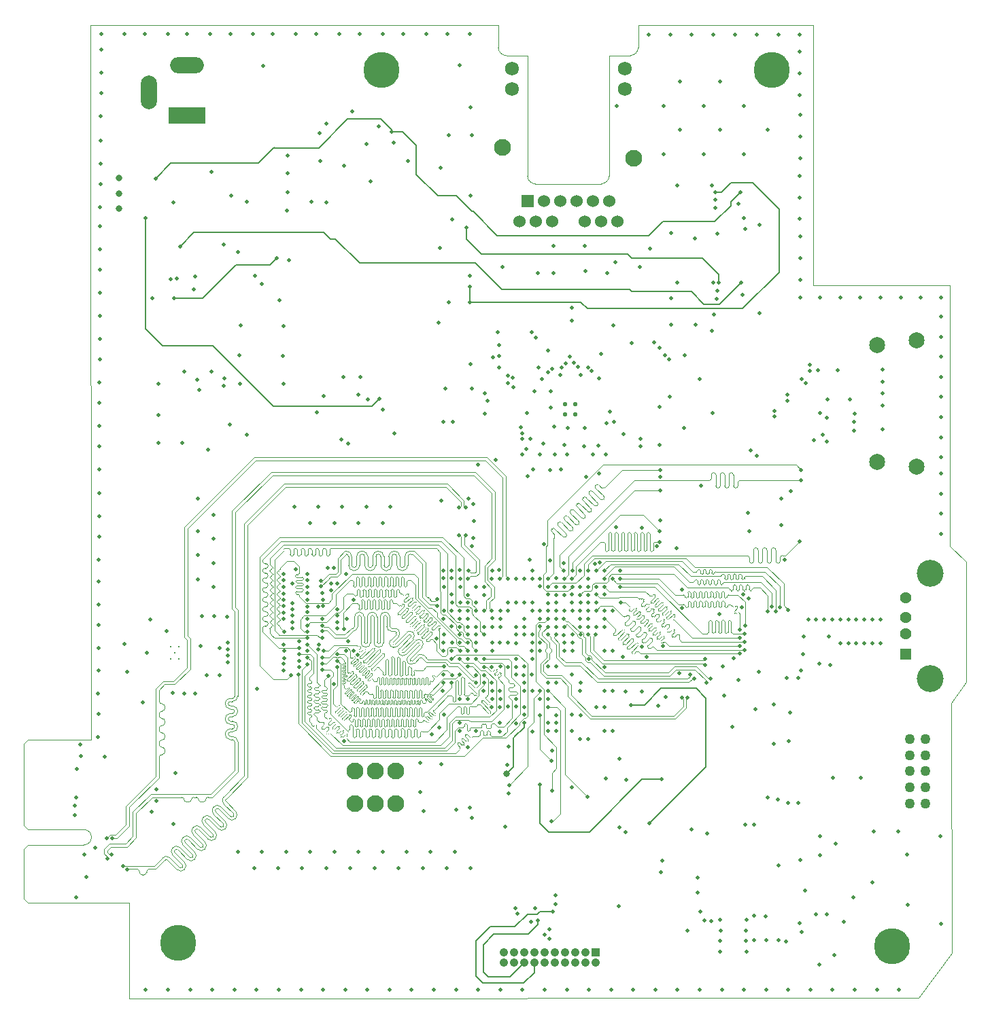
<source format=gbr>
G04 #@! TF.GenerationSoftware,KiCad,Pcbnew,(7.0.0)*
G04 #@! TF.CreationDate,2024-09-24T23:13:17+02:00*
G04 #@! TF.ProjectId,FPGA_dev_board,46504741-5f64-4657-965f-626f6172642e,rev?*
G04 #@! TF.SameCoordinates,Original*
G04 #@! TF.FileFunction,Copper,L6,Inr*
G04 #@! TF.FilePolarity,Positive*
%FSLAX46Y46*%
G04 Gerber Fmt 4.6, Leading zero omitted, Abs format (unit mm)*
G04 Created by KiCad (PCBNEW (7.0.0)) date 2024-09-24 23:13:17*
%MOMM*%
%LPD*%
G01*
G04 APERTURE LIST*
G04 #@! TA.AperFunction,ComponentPad*
%ADD10C,4.500000*%
G04 #@! TD*
G04 #@! TA.AperFunction,ComponentPad*
%ADD11C,0.300000*%
G04 #@! TD*
G04 #@! TA.AperFunction,ComponentPad*
%ADD12C,2.100000*%
G04 #@! TD*
G04 #@! TA.AperFunction,ComponentPad*
%ADD13R,1.530000X1.530000*%
G04 #@! TD*
G04 #@! TA.AperFunction,ComponentPad*
%ADD14C,1.530000*%
G04 #@! TD*
G04 #@! TA.AperFunction,ComponentPad*
%ADD15C,1.725000*%
G04 #@! TD*
G04 #@! TA.AperFunction,ComponentPad*
%ADD16R,4.600000X2.000000*%
G04 #@! TD*
G04 #@! TA.AperFunction,ComponentPad*
%ADD17O,4.200000X2.000000*%
G04 #@! TD*
G04 #@! TA.AperFunction,ComponentPad*
%ADD18O,2.000000X4.200000*%
G04 #@! TD*
G04 #@! TA.AperFunction,ComponentPad*
%ADD19R,1.060000X1.060000*%
G04 #@! TD*
G04 #@! TA.AperFunction,ComponentPad*
%ADD20C,1.060000*%
G04 #@! TD*
G04 #@! TA.AperFunction,ComponentPad*
%ADD21C,1.995000*%
G04 #@! TD*
G04 #@! TA.AperFunction,ComponentPad*
%ADD22C,1.270000*%
G04 #@! TD*
G04 #@! TA.AperFunction,ComponentPad*
%ADD23R,1.428000X1.428000*%
G04 #@! TD*
G04 #@! TA.AperFunction,ComponentPad*
%ADD24C,1.428000*%
G04 #@! TD*
G04 #@! TA.AperFunction,ComponentPad*
%ADD25C,3.346000*%
G04 #@! TD*
G04 #@! TA.AperFunction,ComponentPad*
%ADD26C,0.550000*%
G04 #@! TD*
G04 #@! TA.AperFunction,ViaPad*
%ADD27C,0.500000*%
G04 #@! TD*
G04 #@! TA.AperFunction,ViaPad*
%ADD28C,0.800000*%
G04 #@! TD*
G04 #@! TA.AperFunction,Conductor*
%ADD29C,0.200000*%
G04 #@! TD*
G04 #@! TA.AperFunction,Conductor*
%ADD30C,0.100000*%
G04 #@! TD*
G04 #@! TA.AperFunction,Conductor*
%ADD31C,0.150000*%
G04 #@! TD*
G04 #@! TA.AperFunction,Profile*
%ADD32C,0.100000*%
G04 #@! TD*
G04 #@! TA.AperFunction,Profile*
%ADD33C,0.010000*%
G04 #@! TD*
G04 APERTURE END LIST*
D10*
X81640000Y-125240000D03*
D11*
X55420000Y-198590000D03*
X56420000Y-198590000D03*
X55920000Y-197840000D03*
X55420000Y-197090000D03*
X56420000Y-197090000D03*
D12*
X78370000Y-212590000D03*
X80910000Y-212590000D03*
X83450000Y-212590000D03*
D13*
X99833999Y-141559999D03*
D14*
X101866000Y-141560000D03*
X103898000Y-141560000D03*
X105930000Y-141560000D03*
X107962000Y-141560000D03*
X109994000Y-141560000D03*
X98818000Y-144100000D03*
X100850000Y-144100000D03*
X102882000Y-144100000D03*
X106946000Y-144100000D03*
X108978000Y-144100000D03*
X111010000Y-144100000D03*
D15*
X97889000Y-127590000D03*
X97889000Y-125050000D03*
X111939000Y-127590000D03*
X111939000Y-125050000D03*
D12*
X113069000Y-136230000D03*
X96759000Y-134830000D03*
D16*
X57459999Y-130879999D03*
D17*
X57459999Y-124579999D03*
D18*
X52659999Y-127979999D03*
D10*
X56360000Y-233980000D03*
D19*
X108279999Y-235229999D03*
D20*
X108280000Y-236500000D03*
X107010000Y-235230000D03*
X107010000Y-236500000D03*
X105740000Y-235230000D03*
X105740000Y-236500000D03*
X104470000Y-235230000D03*
X104470000Y-236500000D03*
X103200000Y-235230000D03*
X103200000Y-236500000D03*
X101930000Y-235230000D03*
X101930000Y-236500000D03*
X100660000Y-235230000D03*
X100660000Y-236500000D03*
X99390000Y-235230000D03*
X99390000Y-236500000D03*
X98120000Y-235230000D03*
X98120000Y-236500000D03*
X96850000Y-235230000D03*
X96850000Y-236500000D03*
D21*
X143370000Y-174020000D03*
X143370000Y-159520000D03*
X148320000Y-174620000D03*
X148320000Y-158920000D03*
D22*
X149400000Y-216620000D03*
X149400000Y-214620001D03*
X149400000Y-212620000D03*
X149400000Y-210619999D03*
X149400000Y-208620001D03*
X147399999Y-216620000D03*
X147399999Y-214620001D03*
X147399999Y-212620000D03*
X147399999Y-210619999D03*
X147399999Y-208620001D03*
D10*
X145270000Y-234470000D03*
D23*
X146969999Y-197979999D03*
D24*
X146970000Y-195480000D03*
X146970000Y-193480000D03*
X146970000Y-190980000D03*
D25*
X149970000Y-201050000D03*
X149970000Y-187910000D03*
D12*
X78370000Y-216680000D03*
X80910000Y-216680000D03*
X83450000Y-216680000D03*
D10*
X130270000Y-125210000D03*
D26*
X105795000Y-166885000D03*
X105795000Y-168135000D03*
X104545000Y-166885000D03*
X104545000Y-168135000D03*
D27*
X95407000Y-201600000D03*
X95432000Y-193575000D03*
X99407000Y-195600000D03*
X100382000Y-197625000D03*
X83270000Y-170510000D03*
X96432000Y-203575000D03*
X76650000Y-171260000D03*
X94444500Y-190637500D03*
X96432000Y-199575000D03*
X96432000Y-194625000D03*
X99382000Y-200625000D03*
X97407000Y-192600000D03*
X89070000Y-178860000D03*
X92470000Y-178610000D03*
X98400000Y-203610000D03*
X96307500Y-187560000D03*
X98432000Y-191575000D03*
X98407000Y-195600000D03*
X131070000Y-233680000D03*
X79780000Y-179670000D03*
X79750000Y-134420000D03*
X46760000Y-120740000D03*
X66910000Y-124690000D03*
X81780000Y-222670000D03*
X109620000Y-213490000D03*
X78780000Y-222670000D03*
X92700000Y-120740000D03*
X46660000Y-136900000D03*
X99432000Y-205575000D03*
X146102659Y-239860000D03*
X122984284Y-120810000D03*
X110432000Y-207625000D03*
X102407000Y-201600000D03*
X144060000Y-165540000D03*
X133770000Y-151340000D03*
X58990000Y-165110000D03*
X69502324Y-198512324D03*
X90407000Y-187575000D03*
X102432000Y-203625000D03*
X110420000Y-197590000D03*
X116240000Y-159800000D03*
X123480000Y-145600000D03*
X96432000Y-193650000D03*
X121040000Y-227740000D03*
X91382000Y-207625000D03*
X92950000Y-184560000D03*
X46620000Y-144700000D03*
X96130000Y-157900000D03*
X108210000Y-186790000D03*
X62450000Y-193370000D03*
X141780000Y-193670000D03*
X43647220Y-215858580D03*
X66105304Y-239860000D03*
X127450000Y-182660000D03*
X125675712Y-120810000D03*
X46550000Y-166690000D03*
X77780000Y-224670000D03*
X92700000Y-150890000D03*
X142810000Y-226460000D03*
X46590000Y-155890000D03*
X74810000Y-141680000D03*
X97450000Y-209560000D03*
X59160000Y-196990000D03*
X57829717Y-239860000D03*
X123860233Y-232471734D03*
X126920000Y-219250000D03*
X44930000Y-225790000D03*
X133960000Y-232640000D03*
X87220000Y-120740000D03*
X106432000Y-195600000D03*
X93407000Y-207575000D03*
X89407000Y-205575000D03*
X97407000Y-191600000D03*
X73754500Y-192076088D03*
X134130000Y-198030000D03*
X142780000Y-196670000D03*
X46690000Y-134030000D03*
X105387500Y-200577500D03*
X95432000Y-187625000D03*
X78950000Y-120740000D03*
X112010000Y-202720000D03*
X60780000Y-183670000D03*
X93190000Y-181410000D03*
X142780000Y-193670000D03*
X151280000Y-220730000D03*
X134390000Y-227450000D03*
X123780000Y-132670000D03*
X104410000Y-196590000D03*
X46570000Y-161290000D03*
X59270000Y-193240000D03*
X104407000Y-197600000D03*
X66770000Y-151900000D03*
X123690000Y-193050000D03*
X136291428Y-153560000D03*
X46590000Y-147570000D03*
X81780000Y-181670000D03*
X126780000Y-135670000D03*
X91432000Y-189630000D03*
X104432000Y-189625000D03*
X109382000Y-192575000D03*
X133770000Y-145957140D03*
X89370000Y-169106097D03*
X44620000Y-223000000D03*
X118490000Y-139630000D03*
X112080000Y-220210000D03*
X101130000Y-150490000D03*
X143780000Y-193670000D03*
X97407000Y-199600000D03*
X95432000Y-203575000D03*
X60020000Y-172550000D03*
X143780000Y-196670000D03*
X143795712Y-153560000D03*
X71780000Y-224670000D03*
X96300000Y-160890000D03*
X128220000Y-204900000D03*
X46560000Y-158760000D03*
X117490000Y-161310000D03*
X81820000Y-167550000D03*
X120292856Y-120810000D03*
X92720000Y-161880000D03*
X69440000Y-191230000D03*
X78220000Y-197610000D03*
X137780000Y-193670000D03*
X151360000Y-180531428D03*
X151330000Y-231620000D03*
X62820000Y-120740000D03*
X141372000Y-213448000D03*
X129580000Y-233690000D03*
X109432000Y-204625000D03*
X46640000Y-142300000D03*
X118517355Y-239860000D03*
X46760000Y-122670000D03*
X126690000Y-190610000D03*
X49630000Y-120740000D03*
X75780000Y-181670000D03*
X133750000Y-143780000D03*
X68863833Y-239860000D03*
X77470000Y-171810000D03*
X88173536Y-239860000D03*
X94444500Y-189637500D03*
X140450000Y-228330000D03*
X106407000Y-192600000D03*
X100419500Y-187612500D03*
X138180000Y-221610000D03*
X118780000Y-126670000D03*
X46730000Y-125540000D03*
X116320000Y-171980000D03*
X121780000Y-129670000D03*
X128070000Y-233690000D03*
X133750000Y-128340000D03*
X98382000Y-200600000D03*
X101966181Y-239860000D03*
X132550000Y-205290000D03*
X132310000Y-239860000D03*
X95432000Y-202600000D03*
X123400000Y-153710000D03*
X135068529Y-239860000D03*
X46520000Y-177990000D03*
X110530000Y-157030000D03*
X116727794Y-197046264D03*
X137510000Y-199400000D03*
X117050000Y-203380000D03*
X58290000Y-152520000D03*
X126070000Y-201210000D03*
X46500000Y-174960000D03*
X90930000Y-217400000D03*
X107483239Y-239860000D03*
X68130000Y-120740000D03*
X73780000Y-179670000D03*
X128730000Y-144520000D03*
X43717220Y-212328580D03*
X55380000Y-151290000D03*
X130540000Y-209220000D03*
X46410000Y-200050000D03*
X135720000Y-230490000D03*
X151340000Y-165975716D03*
X95850000Y-173840000D03*
X73530000Y-120740000D03*
X114120000Y-197130000D03*
X100407000Y-192600000D03*
X123820233Y-233791734D03*
X151340000Y-158471432D03*
X46670000Y-139430000D03*
X60780000Y-180670000D03*
X68920000Y-153880000D03*
X106407000Y-202600000D03*
X133750000Y-141088572D03*
X106432000Y-205625000D03*
X75365000Y-190030000D03*
X151360000Y-183032856D03*
X72415000Y-188830000D03*
X124034413Y-239860000D03*
X95410000Y-194600000D03*
X51920000Y-204050000D03*
X66184122Y-202325878D03*
X69440000Y-190455000D03*
X105070000Y-160960000D03*
X60780000Y-189670000D03*
X68780000Y-224670000D03*
X144070000Y-164030000D03*
X107432000Y-188625000D03*
X63780000Y-222670000D03*
X133750000Y-125648572D03*
X105320000Y-154840000D03*
X99432000Y-191625000D03*
X110241768Y-239860000D03*
X98432000Y-188600000D03*
X140585587Y-239860000D03*
X131058568Y-120810000D03*
X52460000Y-197860000D03*
X116780000Y-135670000D03*
X76780000Y-179670000D03*
X85415007Y-239860000D03*
X133750000Y-122957140D03*
X151360000Y-175528572D03*
X52900000Y-193730000D03*
X116780000Y-129670000D03*
X72950000Y-141640000D03*
X99407000Y-201600000D03*
X72780000Y-222670000D03*
X77139420Y-239860000D03*
X98070000Y-164730000D03*
X126650000Y-153210000D03*
X96290000Y-159530000D03*
X88490500Y-196085522D03*
X129780000Y-132670000D03*
X73639998Y-167850000D03*
X107419500Y-208612500D03*
X144070000Y-162530000D03*
X98407000Y-194600000D03*
X46540000Y-164160000D03*
X43627220Y-228318580D03*
X114910000Y-120810000D03*
X94500000Y-168040000D03*
X91432000Y-191600000D03*
X135780000Y-193670000D03*
X133770000Y-133528572D03*
X109382000Y-202575000D03*
X136250000Y-167950000D03*
X133770000Y-130837140D03*
X132060000Y-233810000D03*
X125340000Y-207070000D03*
X102430000Y-199583388D03*
X65690000Y-120740000D03*
X110830000Y-182220000D03*
X100457000Y-207650000D03*
X105330000Y-156450000D03*
X133790000Y-153560000D03*
X60290000Y-120740000D03*
X104724710Y-239860000D03*
X126090000Y-141860000D03*
X63760000Y-147890000D03*
X86780000Y-224670000D03*
X100432000Y-188625000D03*
X65780000Y-224670000D03*
X116990000Y-160730000D03*
X93680000Y-174410000D03*
X137330000Y-195840000D03*
X137827058Y-239860000D03*
X46490000Y-180860000D03*
X58780000Y-182670000D03*
X107444000Y-198611000D03*
X136150000Y-199190000D03*
X99870000Y-175870000D03*
X75780000Y-222670000D03*
X74380891Y-239860000D03*
X138780000Y-193670000D03*
X64090000Y-157070000D03*
X133770000Y-136220000D03*
X151300000Y-153560000D03*
X136160000Y-236720000D03*
X60780000Y-186670000D03*
X133750000Y-231540000D03*
X52160000Y-120740000D03*
X115960000Y-184530000D03*
X62040000Y-164590000D03*
X52312659Y-239860000D03*
X139970000Y-166270000D03*
X133910000Y-200020000D03*
X147220000Y-229230000D03*
X142950000Y-220100000D03*
X104380000Y-186680000D03*
X55071188Y-239860000D03*
X46500000Y-183390000D03*
X98457000Y-198575000D03*
X128367140Y-120810000D03*
X151340000Y-173480000D03*
X147130000Y-223040000D03*
X58780000Y-178670000D03*
X69490000Y-196830000D03*
X96420000Y-206590000D03*
X129551471Y-239860000D03*
X74760000Y-131930000D03*
X90932065Y-239860000D03*
X76400000Y-120740000D03*
X96420000Y-196560000D03*
X93080000Y-183530000D03*
X90390000Y-197605000D03*
X137200000Y-166250000D03*
X123220000Y-142370000D03*
X124136100Y-199520000D03*
X46390000Y-205450000D03*
X122680000Y-231290000D03*
X139780000Y-193670000D03*
X136780000Y-193670000D03*
X60860000Y-193290000D03*
X138500000Y-162670000D03*
X139780000Y-196670000D03*
X66780000Y-222670000D03*
X46360000Y-208320000D03*
X98382000Y-199625000D03*
X64079904Y-164357712D03*
X151340000Y-170978572D03*
X46710000Y-130940000D03*
X133750000Y-138397140D03*
X122780000Y-157699000D03*
X92780000Y-224670000D03*
X46570000Y-152970000D03*
X74821644Y-224669844D03*
X151340000Y-155970000D03*
X140780000Y-196670000D03*
X138780000Y-196670000D03*
X141294284Y-153560000D03*
X146297140Y-153560000D03*
X124350000Y-203210000D03*
X73829500Y-196829500D03*
X144060000Y-170030000D03*
X138792856Y-153560000D03*
X46380000Y-202920000D03*
X55750000Y-141690000D03*
X103382000Y-193625000D03*
X80310000Y-139100000D03*
X64920000Y-141610000D03*
X94540000Y-165510000D03*
X143344116Y-239860000D03*
X91407000Y-187550000D03*
X46530000Y-172090000D03*
X141780000Y-196670000D03*
X97350000Y-211850000D03*
X121780000Y-135670000D03*
X57070000Y-202970000D03*
X92670000Y-217180000D03*
X137880000Y-213448000D03*
X123830000Y-231120000D03*
X103070000Y-150520000D03*
X131130000Y-224360000D03*
X69490000Y-200055000D03*
X62010000Y-146930000D03*
X151340000Y-160972860D03*
X132360000Y-208830000D03*
X82780000Y-179670000D03*
X82656478Y-239860000D03*
X46460000Y-188990000D03*
X55030000Y-120740000D03*
X122880000Y-167970000D03*
X60588246Y-239860000D03*
X87780000Y-222670000D03*
X101370000Y-189590000D03*
X58780000Y-185670000D03*
X102650000Y-186340000D03*
X93407000Y-196600000D03*
X148798568Y-153560000D03*
X96340000Y-162320000D03*
X46600000Y-150100000D03*
X104420000Y-171980000D03*
X90390000Y-192590000D03*
X126792942Y-239860000D03*
X90780000Y-222670000D03*
X65930000Y-150890000D03*
X69860000Y-142730000D03*
X96407000Y-202600000D03*
X58420000Y-202930000D03*
X71000000Y-120740000D03*
X136040000Y-162660000D03*
X92770000Y-129900000D03*
X76165000Y-194030000D03*
X46430000Y-191860000D03*
X90540000Y-169096097D03*
X89821644Y-224669844D03*
X92720000Y-140860000D03*
X74490000Y-165830002D03*
X69780000Y-222670000D03*
X100407000Y-202600000D03*
X71622362Y-239860000D03*
X111394500Y-187612500D03*
X53860000Y-168230000D03*
X80780000Y-224670000D03*
X81820000Y-120740000D03*
X123820233Y-235131734D03*
X97072400Y-219550500D03*
X57420000Y-120740000D03*
X70565000Y-194030000D03*
X95407000Y-199600000D03*
X84350000Y-120740000D03*
X118780000Y-132670000D03*
X83180000Y-134290000D03*
X151340000Y-168477144D03*
X101382000Y-193625000D03*
X58780000Y-188670000D03*
X62920000Y-140870000D03*
X46520000Y-169560000D03*
X103407000Y-206600000D03*
X123780000Y-126670000D03*
X63996200Y-160810000D03*
X69490000Y-188830000D03*
X115758826Y-239860000D03*
X151360000Y-178030000D03*
X114090000Y-202690000D03*
X101230000Y-162290000D03*
X133770000Y-148648572D03*
X63346775Y-239860000D03*
X53890000Y-164350000D03*
X78780000Y-181670000D03*
X100407000Y-196625000D03*
X112810000Y-159250000D03*
X113000297Y-239860000D03*
X91432000Y-188590000D03*
X109720000Y-150540000D03*
X72794713Y-181642756D03*
X69490000Y-192830000D03*
X69990000Y-138120000D03*
X134780000Y-193670000D03*
X77240000Y-188030000D03*
X115630000Y-159140000D03*
X56140000Y-151240000D03*
X59890000Y-200650000D03*
X93110000Y-179300000D03*
X46440000Y-194390000D03*
X133800000Y-223690000D03*
X140780000Y-193670000D03*
X99394000Y-199586000D03*
X126780000Y-129670000D03*
X144020000Y-167030000D03*
X79897949Y-239860000D03*
X46470000Y-186260000D03*
X99432000Y-194625000D03*
X107030000Y-150310000D03*
X117710000Y-153629000D03*
X108960000Y-160600000D03*
X112090000Y-213660000D03*
X89830000Y-120740000D03*
X69950000Y-135910000D03*
X70794713Y-179642756D03*
X121275884Y-239860000D03*
X93430000Y-191590000D03*
X61500000Y-200640000D03*
X138070000Y-235550000D03*
X75750500Y-201725521D03*
X84780000Y-222670000D03*
X97407000Y-196600000D03*
X92432000Y-190625000D03*
X100840000Y-158540000D03*
X118440000Y-151709000D03*
X109408500Y-194601500D03*
X92407000Y-203600000D03*
X46410000Y-197260000D03*
X46740000Y-128070000D03*
X131450000Y-181940000D03*
X69950000Y-140450000D03*
X73980000Y-133110000D03*
X130520000Y-204290000D03*
X151340000Y-163474288D03*
X117601428Y-120810000D03*
X133750000Y-120810000D03*
X83780000Y-224670000D03*
X120240000Y-219870000D03*
X128630000Y-200230000D03*
X121370000Y-230090000D03*
X128690000Y-155529000D03*
X108810000Y-186559500D03*
X122190000Y-220360000D03*
X128060000Y-230660000D03*
X101382000Y-196625000D03*
X99400000Y-202580000D03*
X98432500Y-196632500D03*
X127370000Y-191120000D03*
X117700000Y-156919000D03*
X100407000Y-195575000D03*
X101361921Y-188633502D03*
X120730000Y-156959000D03*
X129520000Y-230680000D03*
X100419500Y-198612500D03*
X123030000Y-155729000D03*
X100432000Y-191600000D03*
X132080000Y-200990000D03*
X78760000Y-165680000D03*
X90450000Y-143860000D03*
X58690000Y-163800000D03*
X69410000Y-160860000D03*
D28*
X49000000Y-140660000D03*
D27*
X69450000Y-157130000D03*
X79030000Y-163510000D03*
X122930000Y-151719000D03*
X123190000Y-141380000D03*
X123450000Y-152699000D03*
X69450000Y-164360000D03*
X122840000Y-139620000D03*
X135500000Y-171370000D03*
D28*
X48980000Y-138700000D03*
D27*
X53130000Y-153680000D03*
X76920000Y-163480000D03*
X77980000Y-130410000D03*
X89580000Y-164910000D03*
X57100000Y-162820000D03*
X79950000Y-166270000D03*
X90000000Y-154170000D03*
D28*
X48960000Y-142470000D03*
D27*
X92875000Y-133315000D03*
X58440000Y-150970000D03*
X88950000Y-147420000D03*
X119050000Y-192280000D03*
X111270000Y-219580000D03*
X121850000Y-231200000D03*
X121420000Y-176990000D03*
X137070000Y-168570000D03*
X114120000Y-182270000D03*
X136570000Y-170650000D03*
X103432000Y-201600000D03*
X111280000Y-211020000D03*
X102610000Y-175050000D03*
X106920000Y-172130000D03*
X116340000Y-175890000D03*
X131870000Y-186230000D03*
X106432000Y-191575000D03*
X119400000Y-160730000D03*
X146040000Y-220120000D03*
X103970000Y-174980000D03*
X107166847Y-175888173D03*
X136220000Y-220750000D03*
X131460000Y-178610000D03*
X121290000Y-163740000D03*
X108770000Y-175520000D03*
X102407000Y-206600000D03*
X96725000Y-149790000D03*
X109407000Y-207600000D03*
X119110000Y-189950000D03*
X109432000Y-199625000D03*
X114690000Y-198380000D03*
X121040000Y-225870000D03*
X106394500Y-208587500D03*
X91350000Y-124590000D03*
X102750000Y-165290000D03*
X105330000Y-214590000D03*
X116150000Y-204430000D03*
X101407000Y-192600000D03*
X94890000Y-166410000D03*
X127020000Y-233760000D03*
X137100000Y-230490000D03*
X126510500Y-192160000D03*
X43470000Y-216919080D03*
X113880000Y-172150000D03*
X103369500Y-199587500D03*
X105407000Y-197600000D03*
X106388500Y-187601500D03*
X132580000Y-177660000D03*
X139230000Y-231380000D03*
X97460000Y-215380000D03*
X98432000Y-206625000D03*
X111710000Y-198320000D03*
X101407000Y-203600000D03*
X113810000Y-149780000D03*
X108407000Y-194600000D03*
X137130000Y-171540000D03*
X125490000Y-198540000D03*
X76980000Y-208860000D03*
X84990000Y-136540000D03*
X108407000Y-204600000D03*
X110432000Y-192625000D03*
X109432000Y-190600000D03*
X111760000Y-170550000D03*
X128020000Y-219270000D03*
X109382000Y-197575000D03*
X118700000Y-200410000D03*
X43440000Y-218090000D03*
X103400000Y-188560000D03*
X118420000Y-184800000D03*
X49950000Y-200220000D03*
X110432000Y-202625000D03*
X74000000Y-136590000D03*
X86440000Y-215230000D03*
X105382000Y-205575000D03*
X99800000Y-167990000D03*
X105407000Y-195575000D03*
X89000000Y-137380000D03*
X127080000Y-235140000D03*
X89070000Y-211730000D03*
X88730000Y-156710000D03*
X127070000Y-232440000D03*
X76990000Y-137160000D03*
X136230000Y-223080000D03*
X106432000Y-201575000D03*
X102883485Y-210012077D03*
X103432000Y-192575000D03*
X127100000Y-231120000D03*
X100570000Y-174970000D03*
X133580000Y-200990000D03*
X134230000Y-195830000D03*
X116350000Y-181350000D03*
X49640000Y-196790000D03*
X44200000Y-210760000D03*
X46030000Y-222110000D03*
X47220000Y-210810000D03*
X60500000Y-137890000D03*
X55850000Y-153680000D03*
X68620000Y-148660000D03*
X70160000Y-148930000D03*
X95407000Y-204600000D03*
X62800000Y-169370000D03*
X91407000Y-192600000D03*
X92920000Y-218440000D03*
X94382000Y-202575000D03*
X69465000Y-189630000D03*
X69527500Y-197630000D03*
X94432000Y-194625000D03*
X77215000Y-197630000D03*
X69490000Y-192030000D03*
X53870000Y-171700000D03*
X76165000Y-194830000D03*
X91407000Y-203600000D03*
X75765000Y-187280000D03*
X91407000Y-195600000D03*
X92407000Y-198600000D03*
X78650000Y-198070500D03*
X70565000Y-193230000D03*
X56870000Y-171670000D03*
X89440000Y-189630000D03*
X91407000Y-206600000D03*
X55690000Y-202860000D03*
X69490000Y-199230000D03*
X70565000Y-194830000D03*
X77310000Y-193580000D03*
X92420000Y-209610000D03*
X89390000Y-200580000D03*
X96350000Y-207640000D03*
X61470000Y-197240000D03*
X69490000Y-188030000D03*
X78194479Y-191229500D03*
X64880000Y-170650000D03*
X100075715Y-186239500D03*
X102720000Y-167280000D03*
X109710000Y-169270000D03*
X100350000Y-157880000D03*
X100740000Y-165240000D03*
X98030000Y-163530000D03*
X116250000Y-167200000D03*
X126920000Y-145030000D03*
X102380000Y-160170000D03*
X126740000Y-143640000D03*
X117710000Y-145510000D03*
X101820000Y-171780000D03*
X106950000Y-169840000D03*
X120710000Y-146220000D03*
X100200000Y-171190000D03*
X93400000Y-189610000D03*
X95407000Y-188600000D03*
X97420000Y-163270000D03*
X99432000Y-188625000D03*
X54930000Y-195180000D03*
X69490000Y-193605000D03*
X77480000Y-196450000D03*
X62490000Y-196600000D03*
X62490000Y-199060000D03*
X62490000Y-198190000D03*
X62490000Y-197390000D03*
X92130000Y-183200000D03*
X92432000Y-188625000D03*
X92120000Y-179720000D03*
X49449732Y-224401092D03*
X91340000Y-183190000D03*
X92502000Y-187610000D03*
X91330000Y-179740000D03*
X49944708Y-224896068D03*
X110080000Y-167760000D03*
X117530000Y-165970000D03*
X106990000Y-147120000D03*
X103100000Y-147150000D03*
X108710000Y-163670000D03*
X101600000Y-163740000D03*
X103910853Y-163238917D03*
X106420000Y-163190609D03*
X116370000Y-175040000D03*
X102407000Y-188600000D03*
X104407000Y-188625000D03*
X116390000Y-177600000D03*
X105407000Y-187600000D03*
X116300000Y-182700000D03*
X116320000Y-184020000D03*
X105382000Y-188625000D03*
X102407000Y-189625000D03*
X133710000Y-183940000D03*
X133910000Y-176370000D03*
X104382000Y-187600000D03*
X44137220Y-209318580D03*
X107280000Y-215780000D03*
X102394500Y-202587500D03*
X55960000Y-212850000D03*
X132300000Y-216600000D03*
X131000000Y-216120000D03*
X102419500Y-204612500D03*
X102860000Y-218890000D03*
X55770000Y-219190000D03*
X129720000Y-215910000D03*
X53597220Y-214888580D03*
X97570000Y-214350000D03*
X101420500Y-202593139D03*
X53047220Y-217668580D03*
X102407000Y-193600000D03*
X102870000Y-215030000D03*
X48022386Y-223003414D03*
X94432000Y-192625000D03*
X95407000Y-192600000D03*
X47492054Y-223533746D03*
X96407000Y-188600000D03*
X48137220Y-220958580D03*
X47437220Y-220958580D03*
X97407000Y-188600000D03*
X133580000Y-216570000D03*
X53597220Y-216308580D03*
X101407000Y-205600000D03*
X102840000Y-211330000D03*
X107845269Y-162755984D03*
X105603285Y-161696560D03*
X107364435Y-162275150D03*
X106084119Y-162177394D03*
X97420000Y-164240000D03*
X95570000Y-161060000D03*
X110790000Y-149150000D03*
X115090000Y-147450000D03*
X110910000Y-129730000D03*
X104090487Y-162284697D03*
X104571321Y-161803863D03*
X102867295Y-162446461D03*
X102386461Y-162927295D03*
X119060000Y-203480000D03*
X134960000Y-161980000D03*
X102382000Y-194600000D03*
X121990000Y-199340000D03*
X130587967Y-167719859D03*
X107432000Y-195600000D03*
X108357000Y-195550000D03*
X130587967Y-168419859D03*
X121990000Y-198640000D03*
X127300000Y-180370000D03*
X140540000Y-168020000D03*
X105407000Y-196600000D03*
X140510000Y-169040000D03*
X127630000Y-172650000D03*
X106369500Y-193637500D03*
X140460000Y-170150000D03*
X128400000Y-173320000D03*
X107369500Y-193637500D03*
X105382000Y-207575000D03*
X102590000Y-232300000D03*
X102560000Y-233480000D03*
X103310000Y-229200000D03*
X101930000Y-233020000D03*
X100280000Y-231390000D03*
X102382000Y-207575000D03*
X103320000Y-228060000D03*
X96449123Y-239860000D03*
X99207652Y-239860000D03*
X93690594Y-239860000D03*
X103407000Y-205603000D03*
X103382000Y-207575000D03*
X102980000Y-230070000D03*
X101130000Y-231200000D03*
X98340000Y-229710000D03*
X98550000Y-230400000D03*
X100800000Y-229670000D03*
X101421000Y-194586000D03*
X134950000Y-162680000D03*
X119760000Y-203480000D03*
X122631799Y-201041467D03*
X133954834Y-163694834D03*
X104382000Y-193625000D03*
X104407000Y-194600000D03*
X134485166Y-164225166D03*
X122101467Y-201571799D03*
X92230000Y-144840000D03*
X123650000Y-151750000D03*
X92650000Y-152180000D03*
X92690000Y-154160000D03*
X123230000Y-140450000D03*
X60490000Y-162790000D03*
X90030000Y-133310000D03*
X116550000Y-213630000D03*
X101390000Y-214280000D03*
X115010000Y-219130000D03*
X99432000Y-193625000D03*
X112760000Y-204360000D03*
X81380000Y-166220000D03*
X52280000Y-143650000D03*
X56560000Y-147180000D03*
X126400000Y-151700000D03*
X126360000Y-140420000D03*
X62130000Y-163620000D03*
X53510000Y-138720000D03*
X82910000Y-132920000D03*
X72440000Y-197630000D03*
X95420000Y-197560000D03*
X90415000Y-200605000D03*
X74315000Y-198455000D03*
X93407000Y-198600000D03*
X72440000Y-198430000D03*
X71365000Y-198030000D03*
X94407000Y-199600000D03*
X90407000Y-201600000D03*
X76165000Y-198830000D03*
X95440000Y-196577000D03*
X71365000Y-198830000D03*
X76165000Y-199630000D03*
X92395000Y-199580000D03*
X71365000Y-199630000D03*
X89250000Y-202590000D03*
X94440000Y-200605000D03*
X75040000Y-200760000D03*
X72415000Y-199255000D03*
X94430000Y-198600000D03*
X74315000Y-196030000D03*
X93394500Y-197587500D03*
X89394500Y-201612500D03*
X74315000Y-199230000D03*
X74440000Y-197630500D03*
X89407000Y-199575000D03*
X71290000Y-200520000D03*
X90407000Y-198600000D03*
X74315000Y-200005000D03*
X94432000Y-201600000D03*
X71365000Y-197230000D03*
X94419500Y-195587500D03*
X91415000Y-200555000D03*
X76140000Y-198005000D03*
X91420000Y-198590000D03*
X72440000Y-196830000D03*
X91432000Y-197625000D03*
X77020000Y-194850000D03*
X70360000Y-200650000D03*
X93382500Y-192605000D03*
X71365000Y-196430000D03*
X72390000Y-194430000D03*
X89394500Y-197587500D03*
X72390000Y-195230000D03*
X92432000Y-197600000D03*
X92432000Y-195600000D03*
X72415000Y-196030000D03*
X69540000Y-195230000D03*
X92407000Y-196625000D03*
X108407000Y-189600000D03*
X110610000Y-169050000D03*
X108394500Y-191612500D03*
X107990000Y-173110000D03*
X103382000Y-191625000D03*
X101910000Y-184290000D03*
X107382000Y-192600000D03*
X113920000Y-171160000D03*
X104394500Y-190637500D03*
X104790000Y-173130000D03*
X96432000Y-192625000D03*
X103369500Y-190637500D03*
X103250000Y-173130000D03*
X105394500Y-190612500D03*
X101400000Y-173130000D03*
X105394500Y-191612500D03*
X99160000Y-173150000D03*
X109560000Y-173100000D03*
X106394500Y-189612500D03*
X133930000Y-175050000D03*
X101407000Y-197600000D03*
X105408500Y-189598500D03*
X100400000Y-200590000D03*
X86440000Y-211550000D03*
X88820000Y-207160000D03*
X96407000Y-204600000D03*
X116580000Y-223750000D03*
X107382000Y-194625000D03*
X106382000Y-194650000D03*
X116470000Y-225220000D03*
X119740000Y-232450000D03*
X104382000Y-195625000D03*
X103446000Y-194614000D03*
X111220000Y-229430000D03*
X74360000Y-192030000D03*
X93432000Y-195600000D03*
X91419500Y-193587500D03*
X72415000Y-191230000D03*
X93440000Y-200605000D03*
X74293434Y-194480000D03*
X74293434Y-195180000D03*
X93440000Y-201575500D03*
X74315000Y-193630000D03*
X91419500Y-194612500D03*
X92444500Y-194637500D03*
X70590000Y-192455000D03*
X75370000Y-189230000D03*
X92400000Y-191590000D03*
X89394500Y-193587500D03*
X74315000Y-190430000D03*
X90394500Y-194587500D03*
X74381811Y-191230000D03*
X72440000Y-190430000D03*
X89419500Y-192587500D03*
X89419500Y-195587500D03*
X76160000Y-192420000D03*
X92419500Y-193587500D03*
X70565000Y-191630000D03*
X89394500Y-196587500D03*
X76165000Y-193230000D03*
X72390000Y-193630500D03*
X93432000Y-194625000D03*
X92432000Y-192625000D03*
X70965000Y-187405000D03*
X74940000Y-187280000D03*
X90407000Y-188575000D03*
X74152875Y-188880000D03*
X88557000Y-191200000D03*
X88557000Y-192000000D03*
X74152875Y-189580000D03*
X70570000Y-189230000D03*
X90394500Y-190562500D03*
X89365000Y-188555000D03*
X72390000Y-189630000D03*
X89394500Y-187587500D03*
X72415000Y-188030000D03*
X76170000Y-189230000D03*
X90426000Y-191591000D03*
X120112512Y-200562512D03*
X132215194Y-165717338D03*
X103407000Y-195600000D03*
X132215194Y-166417338D03*
X102432000Y-195575000D03*
X120607488Y-201057488D03*
X102394500Y-191637500D03*
X99670000Y-172470000D03*
X102382000Y-192625000D03*
X97432000Y-204575000D03*
X87930000Y-208050000D03*
X102407000Y-190600000D03*
X98995000Y-169785000D03*
X103120000Y-169700000D03*
X103410000Y-189600000D03*
X98432000Y-204575000D03*
X99407000Y-204600000D03*
X104432000Y-192625000D03*
X99190000Y-171220000D03*
X129760000Y-192650000D03*
X106382000Y-190625000D03*
X99190000Y-170480000D03*
X105407000Y-192600000D03*
X86890000Y-217540000D03*
X81290000Y-132210000D03*
X92900000Y-164930000D03*
X126880000Y-195480000D03*
X111407000Y-189600000D03*
X107407000Y-189625000D03*
X104810000Y-169790000D03*
X119290000Y-169800000D03*
X107394500Y-191612500D03*
X126290000Y-196000000D03*
X109407000Y-189600000D03*
X107432000Y-190625000D03*
X108630000Y-172020000D03*
X108407000Y-190600000D03*
X126870000Y-196470000D03*
X99432000Y-206600000D03*
D28*
X97240000Y-212930000D03*
D27*
X110407000Y-188625000D03*
X126300000Y-194970000D03*
X126910000Y-194460000D03*
X111407000Y-188600000D03*
X109407000Y-193600000D03*
X126300000Y-197970000D03*
X108382000Y-192600000D03*
X126870000Y-197480000D03*
X111432000Y-191600000D03*
X126270000Y-196980000D03*
X109432000Y-188600000D03*
X130260000Y-192130000D03*
X130750000Y-192650000D03*
X109432000Y-187575000D03*
X108407000Y-187575000D03*
X131260000Y-192160000D03*
X107407000Y-187575000D03*
X132270000Y-192490000D03*
X72421858Y-192780000D03*
X90419500Y-196612500D03*
X91407000Y-196575000D03*
X72421858Y-192080000D03*
X73790000Y-197430000D03*
D29*
X67760000Y-149520000D02*
X63570000Y-149520000D01*
X63570000Y-149520000D02*
X59410000Y-153680000D01*
X68620000Y-148660000D02*
X67760000Y-149520000D01*
X59410000Y-153680000D02*
X55850000Y-153680000D01*
D30*
X92432000Y-188625000D02*
X92774500Y-188282500D01*
X93450344Y-188282500D02*
X93820000Y-187912844D01*
X92774500Y-188282500D02*
X93450344Y-188282500D01*
X91940000Y-184407156D02*
X91940000Y-183390000D01*
X93820000Y-186287156D02*
X91940000Y-184407156D01*
X91940000Y-183390000D02*
X92130000Y-183200000D01*
X93820000Y-187912844D02*
X93820000Y-186287156D01*
X69577156Y-176780000D02*
X64590000Y-181767156D01*
X58111996Y-223317125D02*
X58111995Y-223317126D01*
X55659618Y-223056779D02*
X56839255Y-224236416D01*
X59477996Y-218319165D02*
X59477996Y-218319164D01*
X60750788Y-217046373D02*
X60750788Y-217046372D01*
X56485702Y-224589969D02*
X55306066Y-223410333D01*
X60750787Y-217965611D02*
X60750786Y-217965611D01*
X55659620Y-222137540D02*
X55659619Y-222137542D01*
X60750788Y-217046372D02*
X60750787Y-217046371D01*
X60304018Y-220771532D02*
X59124443Y-219591957D01*
X56932411Y-221783987D02*
X56932410Y-221783987D01*
X58205203Y-220511195D02*
X58205202Y-220511195D01*
X56932410Y-221783987D02*
X58111995Y-222963572D01*
X55659619Y-222137542D02*
X55659619Y-222137539D01*
X92120000Y-179720000D02*
X91935000Y-179535000D01*
X60750786Y-217965611D02*
X61930435Y-219145260D01*
X59477994Y-219238403D02*
X60657570Y-220417979D01*
X56839255Y-224589970D02*
X56839256Y-224589968D01*
X62849674Y-218226021D02*
X61670026Y-217046373D01*
X62023578Y-216692819D02*
X63203227Y-217872468D01*
X56485704Y-224589968D02*
X56485702Y-224589969D01*
X62023579Y-216692819D02*
X62023578Y-216692819D01*
X55659619Y-223056779D02*
X55659618Y-223056779D01*
X60657571Y-220771532D02*
X60657570Y-220771533D01*
X56932412Y-220864748D02*
X56932411Y-220864747D01*
X59477996Y-218319164D02*
X59477995Y-218319163D01*
X63203227Y-218226022D02*
X63203228Y-218226020D01*
X91935000Y-178862156D02*
X89852844Y-176780000D01*
X91935000Y-179535000D02*
X91935000Y-178862156D01*
X58205204Y-219591956D02*
X58205203Y-219591958D01*
X58205203Y-219591958D02*
X58205203Y-219591955D01*
X89852844Y-176780000D02*
X69577156Y-176780000D01*
X59031230Y-222044326D02*
X59031228Y-222044327D01*
X61576882Y-219498813D02*
X60397234Y-218319165D01*
X57758443Y-223317126D02*
X57758443Y-223317125D01*
X54386828Y-223410332D02*
X53396064Y-224401092D01*
X53396064Y-224401092D02*
X49449732Y-224401092D01*
X56932412Y-220864749D02*
X56932412Y-220864748D01*
X58205202Y-220511195D02*
X59384781Y-221690774D01*
X59384781Y-222044328D02*
X59384782Y-222044326D01*
X59477995Y-219238403D02*
X59477994Y-219238403D01*
X64590000Y-213207156D02*
X62023579Y-215773579D01*
X61576884Y-219498812D02*
X61576882Y-219498813D01*
X54386828Y-223410333D02*
X54386828Y-223410332D01*
X59031228Y-222044327D02*
X57851650Y-220864749D01*
X60304018Y-220771533D02*
X60304018Y-220771532D01*
X64590000Y-181767156D02*
X64590000Y-213207156D01*
X62849676Y-218226020D02*
X62849674Y-218226021D01*
X61930435Y-219498814D02*
X61930436Y-219498812D01*
X57758443Y-223317125D02*
X56578859Y-222137541D01*
X58205229Y-219591981D02*
G75*
G03*
X58205204Y-220511194I459571J-459619D01*
G01*
X62023581Y-215773581D02*
G75*
G03*
X62023580Y-216692818I459619J-459619D01*
G01*
X62849677Y-218226019D02*
G75*
G03*
X63203227Y-218226019I176775J176772D01*
G01*
X56932444Y-220864780D02*
G75*
G03*
X56932411Y-221783987I459556J-459620D01*
G01*
X60397234Y-218319165D02*
G75*
G03*
X59477996Y-218319165I-459619J-459617D01*
G01*
X56485705Y-224589967D02*
G75*
G03*
X56839255Y-224589967I176775J176772D01*
G01*
X58111947Y-223317076D02*
G75*
G03*
X58111995Y-222963572I-176747J176776D01*
G01*
X56578819Y-222137581D02*
G75*
G03*
X55659621Y-222137541I-459619J-459619D01*
G01*
X55306066Y-223410333D02*
G75*
G03*
X54386828Y-223410333I-459619J-459617D01*
G01*
X60750796Y-217046380D02*
G75*
G03*
X60750787Y-217965611I459604J-459620D01*
G01*
X61670026Y-217046373D02*
G75*
G03*
X60750788Y-217046373I-459619J-459617D01*
G01*
X59124419Y-219591981D02*
G75*
G03*
X58205205Y-219591957I-459619J-459619D01*
G01*
X56839261Y-224589976D02*
G75*
G03*
X56839254Y-224236417I-176761J176776D01*
G01*
X55659660Y-222137580D02*
G75*
G03*
X55659619Y-223056779I459540J-459620D01*
G01*
X60304018Y-220771533D02*
G75*
G03*
X60657570Y-220771533I176776J176779D01*
G01*
X61930398Y-219498777D02*
G75*
G03*
X61930435Y-219145260I-176698J176777D01*
G01*
X59384829Y-222044376D02*
G75*
G03*
X59384780Y-221690775I-176829J176776D01*
G01*
X57851650Y-220864749D02*
G75*
G03*
X56932412Y-220864749I-459619J-459617D01*
G01*
X59031231Y-222044325D02*
G75*
G03*
X59384781Y-222044325I176775J176772D01*
G01*
X59478012Y-218319180D02*
G75*
G03*
X59477995Y-219238403I459588J-459620D01*
G01*
X57758443Y-223317126D02*
G75*
G03*
X58111995Y-223317126I176776J176779D01*
G01*
X61576885Y-219498811D02*
G75*
G03*
X61930435Y-219498811I176775J176772D01*
G01*
X63203181Y-218225976D02*
G75*
G03*
X63203226Y-217872469I-176781J176776D01*
G01*
X60657615Y-220771576D02*
G75*
G03*
X60657570Y-220417979I-176815J176776D01*
G01*
X93420000Y-187747156D02*
X93420000Y-186452844D01*
X91540000Y-184572844D02*
X91540000Y-183390000D01*
X92774500Y-187882500D02*
X93284656Y-187882500D01*
X92502000Y-187610000D02*
X92774500Y-187882500D01*
X93420000Y-186452844D02*
X91540000Y-184572844D01*
X93284656Y-187882500D02*
X93420000Y-187747156D01*
X91540000Y-183390000D02*
X91340000Y-183190000D01*
X62213278Y-218862417D02*
X61033629Y-217682768D01*
X91535000Y-179027844D02*
X91535000Y-179535000D01*
X58394839Y-223599967D02*
X58394839Y-223599968D01*
X62213279Y-219781655D02*
X62213278Y-219781655D01*
X59760838Y-218602006D02*
X59760839Y-218602008D01*
X60940414Y-221054374D02*
X60940414Y-221054375D01*
X51888650Y-225529743D02*
X52060000Y-225529743D01*
X55942463Y-222420383D02*
X55942464Y-222420382D01*
X52424325Y-225165418D02*
X52424325Y-225165417D01*
X55942461Y-222773936D02*
X55942462Y-222773936D01*
X59667625Y-222327169D02*
X59667624Y-222327169D01*
X61033631Y-217329216D02*
X61033631Y-217329215D01*
X56296017Y-222420383D02*
X57475601Y-223599967D01*
X64990000Y-181932844D02*
X69742844Y-177180000D01*
X69742844Y-177180000D02*
X89687156Y-177180000D01*
X89687156Y-177180000D02*
X91535000Y-179027844D01*
X60940413Y-220135136D02*
X59760837Y-218955560D01*
X58841601Y-219874799D02*
X60021176Y-221054374D01*
X63486071Y-218508863D02*
X63486070Y-218508863D01*
X91535000Y-179535000D02*
X91330000Y-179740000D01*
X57215253Y-221501144D02*
X57215254Y-221501144D01*
X58488047Y-219874799D02*
X58488048Y-219874798D01*
X63486070Y-217589625D02*
X62306421Y-216409976D01*
X55023225Y-223693175D02*
X56202861Y-224872811D01*
X57122098Y-223953573D02*
X55942461Y-222773936D01*
X62306422Y-216056422D02*
X64990000Y-213372844D01*
X64990000Y-213372844D02*
X64990000Y-181932844D01*
X50039684Y-224801092D02*
X51160000Y-224801092D01*
X59667624Y-221407931D02*
X58488045Y-220228352D01*
X55942462Y-222420382D02*
X55942463Y-222420383D01*
X52960000Y-224801092D02*
X53561752Y-224801092D01*
X59760837Y-218955560D02*
X59760838Y-218955560D01*
X53561752Y-224801092D02*
X54669670Y-223693174D01*
X49944708Y-224896068D02*
X50039684Y-224801092D01*
X58488045Y-220228352D02*
X58488046Y-220228352D01*
X57568809Y-221147591D02*
X58748387Y-222327169D01*
X54669670Y-223693174D02*
X54706195Y-223660048D01*
X57215255Y-221147592D02*
X57215255Y-221147591D01*
X61033630Y-217329214D02*
X61033631Y-217329216D01*
X58488046Y-219874798D02*
X58488047Y-219874799D01*
X58394838Y-222680729D02*
X57215253Y-221501144D01*
X59760839Y-218602008D02*
X59760839Y-218602007D01*
X57122099Y-224872811D02*
X57122098Y-224872811D01*
X61033629Y-217682768D02*
X61033630Y-217682768D01*
X57215254Y-221147590D02*
X57215255Y-221147592D01*
X52788650Y-224801092D02*
X52960000Y-224801092D01*
X62306421Y-216409976D02*
X62306422Y-216409976D01*
X51524325Y-225165417D02*
X51524325Y-225165418D01*
X61387185Y-217329215D02*
X62566833Y-218508863D01*
X60114393Y-218602007D02*
X61294041Y-219781655D01*
X55942504Y-222420424D02*
G75*
G03*
X55942463Y-222773935I176696J-176776D01*
G01*
X58841577Y-219874823D02*
G75*
G03*
X58488048Y-219874798I-176777J-176777D01*
G01*
X60114393Y-218602007D02*
G75*
G03*
X59760839Y-218602007I-176777J-176778D01*
G01*
X51524308Y-225165417D02*
G75*
G03*
X51160000Y-224801092I-364308J17D01*
G01*
X62566833Y-218508863D02*
G75*
G03*
X63486071Y-218508863I459619J459617D01*
G01*
X62213241Y-219781618D02*
G75*
G03*
X62213277Y-218862418I-459541J459618D01*
G01*
X51524257Y-225165418D02*
G75*
G03*
X51888650Y-225529743I364343J18D01*
G01*
X60021176Y-221054374D02*
G75*
G03*
X60940414Y-221054374I459619J459617D01*
G01*
X58394789Y-223599918D02*
G75*
G03*
X58394837Y-222680730I-459589J459618D01*
G01*
X59667674Y-222327219D02*
G75*
G03*
X59667624Y-221407931I-459674J459619D01*
G01*
X56202861Y-224872811D02*
G75*
G03*
X57122099Y-224872811I459619J459617D01*
G01*
X62306423Y-216056423D02*
G75*
G03*
X62306422Y-216409976I176777J-176777D01*
G01*
X52060000Y-225529725D02*
G75*
G03*
X52424325Y-225165418I0J364325D01*
G01*
X52788650Y-224801125D02*
G75*
G03*
X52424325Y-225165417I-50J-364275D01*
G01*
X57568809Y-221147591D02*
G75*
G03*
X57215255Y-221147591I-176777J-176778D01*
G01*
X58488071Y-219874823D02*
G75*
G03*
X58488046Y-220228352I176729J-176777D01*
G01*
X61387185Y-217329215D02*
G75*
G03*
X61033631Y-217329215I-176777J-176778D01*
G01*
X57122106Y-224872819D02*
G75*
G03*
X57122098Y-223953573I-459606J459619D01*
G01*
X63486026Y-218508819D02*
G75*
G03*
X63486070Y-217589625I-459526J459619D01*
G01*
X60940458Y-221054419D02*
G75*
G03*
X60940413Y-220135136I-459658J459619D01*
G01*
X61294041Y-219781655D02*
G75*
G03*
X62213279Y-219781655I459619J459617D01*
G01*
X59760856Y-218602024D02*
G75*
G03*
X59760839Y-218955559I176744J-176776D01*
G01*
X57215287Y-221147623D02*
G75*
G03*
X57215254Y-221501144I176713J-176777D01*
G01*
X58748387Y-222327169D02*
G75*
G03*
X59667625Y-222327169I459619J459617D01*
G01*
X61033639Y-217329223D02*
G75*
G03*
X61033630Y-217682768I176761J-176777D01*
G01*
X57475601Y-223599967D02*
G75*
G03*
X58394839Y-223599967I459619J459617D01*
G01*
X55023225Y-223693175D02*
G75*
G03*
X54669671Y-223693175I-176777J-176778D01*
G01*
X56295977Y-222420423D02*
G75*
G03*
X55942464Y-222420382I-176777J-176777D01*
G01*
X104050217Y-181627852D02*
X105022138Y-182599774D01*
X105216944Y-180072216D02*
X105216943Y-180072217D01*
X104633219Y-182988674D02*
X103661307Y-182016761D01*
X111610000Y-175040000D02*
X116370000Y-175040000D01*
X109300127Y-178321765D02*
X109300127Y-178321766D01*
X107939307Y-177738763D02*
X107939307Y-177738762D01*
X106383671Y-179294399D02*
X106383671Y-179294398D01*
X105411047Y-182210865D02*
X104439125Y-181238943D01*
X108328215Y-176960945D02*
X108328218Y-176960943D01*
X104633219Y-182988673D02*
X104633219Y-182988674D01*
X103272399Y-182405671D02*
X103272400Y-182405671D01*
X107939307Y-177738762D02*
X108911219Y-178710675D01*
X106188875Y-181821965D02*
X106188874Y-181821966D01*
X109397548Y-177252455D02*
X111610000Y-175040000D01*
X109397547Y-177252457D02*
X109397548Y-177252455D01*
X108522348Y-179099622D02*
X107550397Y-178127671D01*
X103661308Y-181627852D02*
X103661307Y-181627853D01*
X108522348Y-179099621D02*
X108522348Y-179099622D01*
X106188874Y-181433056D02*
X106188874Y-181433057D01*
X105994762Y-179294398D02*
X105994761Y-179294399D01*
X106772590Y-178516590D02*
X106772590Y-178516589D01*
X107161498Y-178516590D02*
X108133439Y-179488531D01*
X108522348Y-179488530D02*
X108522348Y-179488531D01*
X107744503Y-179877413D02*
X106772589Y-178905499D01*
X107744502Y-180266322D02*
X107744503Y-180266322D01*
X102407000Y-188600000D02*
X103060000Y-187947000D01*
X106966692Y-180655239D02*
X105994761Y-179683307D01*
X105411047Y-182210864D02*
X105411047Y-182210865D01*
X104633220Y-183377582D02*
X104633219Y-183377583D01*
X108717126Y-176960943D02*
X108717126Y-176960944D01*
X104828035Y-180850034D02*
X105799966Y-181821966D01*
X107550398Y-177738762D02*
X107550397Y-177738763D01*
X107161500Y-178516589D02*
X107161498Y-178516590D01*
X107744503Y-179877412D02*
X107744503Y-179877413D01*
X105411047Y-182599773D02*
X105411047Y-182599774D01*
X106188874Y-181433057D02*
X105216943Y-180461125D01*
X105605853Y-180072216D02*
X106577784Y-181044148D01*
X103060000Y-187947000D02*
X103060000Y-183590000D01*
X106966692Y-180655238D02*
X106966692Y-180655239D01*
X108717126Y-176960944D02*
X109008638Y-177252456D01*
X102883490Y-182405671D02*
X102883490Y-182405672D01*
X106966693Y-181044147D02*
X106966692Y-181044148D01*
X106383671Y-179294398D02*
X107355594Y-180266322D01*
X103175000Y-183086092D02*
X102883489Y-182794581D01*
X103060000Y-183590000D02*
X103175000Y-183475000D01*
X104050217Y-181627853D02*
X104050217Y-181627852D01*
X102883488Y-182405672D02*
X102883490Y-182405671D01*
X104828035Y-180850035D02*
X104828035Y-180850034D01*
X103272400Y-182405671D02*
X104244311Y-183377583D01*
X104439126Y-180850034D02*
X104439125Y-180850035D01*
X109300128Y-178710674D02*
X109300127Y-178710675D01*
X109300127Y-178321766D02*
X108328215Y-177349853D01*
X108328216Y-176960944D02*
X108328215Y-176960945D01*
X105605853Y-180072217D02*
X105605853Y-180072216D01*
X105994809Y-179294445D02*
G75*
G03*
X105994761Y-179683307I194391J-194455D01*
G01*
X108717126Y-176960943D02*
G75*
G03*
X108328218Y-176960943I-194454J-194459D01*
G01*
X106383671Y-179294399D02*
G75*
G03*
X105994761Y-179294399I-194455J-194451D01*
G01*
X103661301Y-181627845D02*
G75*
G03*
X103661307Y-182016761I194499J-194455D01*
G01*
X107550381Y-177738745D02*
G75*
G03*
X107550397Y-178127671I194519J-194455D01*
G01*
X104439137Y-180850045D02*
G75*
G03*
X104439125Y-181238943I194463J-194455D01*
G01*
X104828035Y-180850035D02*
G75*
G03*
X104439125Y-180850035I-194455J-194451D01*
G01*
X103174954Y-183474954D02*
G75*
G03*
X103175000Y-183086092I-194454J194454D01*
G01*
X105799946Y-181821986D02*
G75*
G03*
X106188875Y-181821965I194454J194486D01*
G01*
X105411027Y-182599754D02*
G75*
G03*
X105411046Y-182210865I-194427J194454D01*
G01*
X106188863Y-181821955D02*
G75*
G03*
X106188874Y-181433056I-194463J194455D01*
G01*
X107939307Y-177738763D02*
G75*
G03*
X107550397Y-177738763I-194455J-194451D01*
G01*
X106577746Y-181044186D02*
G75*
G03*
X106966693Y-181044147I194454J194486D01*
G01*
X105605853Y-180072217D02*
G75*
G03*
X105216943Y-180072217I-194455J-194451D01*
G01*
X109300106Y-178710654D02*
G75*
G03*
X109300126Y-178321766I-194406J194454D01*
G01*
X104633191Y-183377555D02*
G75*
G03*
X104633219Y-182988673I-194391J194455D01*
G01*
X108133446Y-179488524D02*
G75*
G03*
X108522348Y-179488530I194454J194424D01*
G01*
X105216973Y-180072245D02*
G75*
G03*
X105216943Y-180461125I194427J-194455D01*
G01*
X103272353Y-182405717D02*
G75*
G03*
X102883491Y-182405673I-194453J-194383D01*
G01*
X105022147Y-182599765D02*
G75*
G03*
X105411046Y-182599772I194453J194465D01*
G01*
X107355595Y-180266321D02*
G75*
G03*
X107744501Y-180266321I194453J194455D01*
G01*
X104050217Y-181627853D02*
G75*
G03*
X103661307Y-181627853I-194455J-194451D01*
G01*
X109008645Y-177252449D02*
G75*
G03*
X109397547Y-177252457I194455J194449D01*
G01*
X107161500Y-178516589D02*
G75*
G03*
X106772590Y-178516589I-194455J-194458D01*
G01*
X108911246Y-178710648D02*
G75*
G03*
X109300128Y-178710674I194454J194448D01*
G01*
X102883462Y-182405646D02*
G75*
G03*
X102883489Y-182794581I194438J-194454D01*
G01*
X106772546Y-178516546D02*
G75*
G03*
X106772590Y-178905498I194454J-194454D01*
G01*
X108328217Y-176960945D02*
G75*
G03*
X108328215Y-177349853I194483J-194455D01*
G01*
X108522371Y-179488554D02*
G75*
G03*
X108522347Y-179099622I-194471J194454D01*
G01*
X104244346Y-183377548D02*
G75*
G03*
X104633220Y-183377582I194454J194448D01*
G01*
X107744536Y-180266355D02*
G75*
G03*
X107744503Y-179877412I-194536J194455D01*
G01*
X106966699Y-181044155D02*
G75*
G03*
X106966692Y-180655238I-194499J194455D01*
G01*
X113150000Y-177580000D02*
X116370000Y-177580000D01*
X104920000Y-185810000D02*
X113150000Y-177580000D01*
X104920000Y-188112000D02*
X104920000Y-185810000D01*
X104407000Y-188625000D02*
X104920000Y-188112000D01*
X116370000Y-177580000D02*
X116390000Y-177600000D01*
X114270000Y-180670000D02*
X116300000Y-182700000D01*
X111360000Y-180670000D02*
X114270000Y-180670000D01*
X105407000Y-187600000D02*
X105407000Y-186623000D01*
X105407000Y-186623000D02*
X111360000Y-180670000D01*
X114310000Y-183024246D02*
X114310000Y-184040000D01*
X113510000Y-184040000D02*
X113510000Y-185055754D01*
X105860000Y-187110000D02*
X108930000Y-184040000D01*
X109910000Y-185055763D02*
X109910000Y-184240000D01*
X111910000Y-184040000D02*
X111910000Y-185055763D01*
X115510000Y-185055763D02*
X115510000Y-184240000D01*
X110710000Y-184040000D02*
X110710000Y-183024237D01*
X112310000Y-184040000D02*
X112310000Y-183024237D01*
X110310000Y-183024237D02*
X110310000Y-184040000D01*
X112310000Y-185055763D02*
X112310000Y-184040000D01*
X113510000Y-183024246D02*
X113510000Y-184040000D01*
X105860000Y-188140000D02*
X105860000Y-187110000D01*
X111110000Y-183024237D02*
X111110000Y-184040000D01*
X115110000Y-184040000D02*
X115110000Y-185055763D01*
X115110000Y-183024249D02*
X115110000Y-184040000D01*
X113910000Y-185055754D02*
X113910000Y-184040000D01*
X114310000Y-184040000D02*
X114310000Y-185055754D01*
X111510000Y-184040000D02*
X111510000Y-183024237D01*
X111910000Y-183024237D02*
X111910000Y-184040000D01*
X105382000Y-188618000D02*
X105860000Y-188140000D01*
X111110000Y-184040000D02*
X111110000Y-185055763D01*
X113910000Y-184040000D02*
X113910000Y-183024246D01*
X109510000Y-184240000D02*
X109510000Y-185055763D01*
X114710000Y-184040000D02*
X114710000Y-183024249D01*
X113110000Y-185055763D02*
X113110000Y-184040000D01*
X113110000Y-184040000D02*
X113110000Y-183024246D01*
X114710000Y-185055754D02*
X114710000Y-184040000D01*
X112710000Y-183024237D02*
X112710000Y-184040000D01*
X116300000Y-184040000D02*
X116320000Y-184020000D01*
X109910000Y-184240000D02*
X109910000Y-183024237D01*
X111510000Y-185055763D02*
X111510000Y-184040000D01*
X110710000Y-185055763D02*
X110710000Y-184040000D01*
X112710000Y-184040000D02*
X112710000Y-185055763D01*
X105382000Y-188625000D02*
X105382000Y-188618000D01*
X108930000Y-184040000D02*
X109310000Y-184040000D01*
X115710000Y-184040000D02*
X116300000Y-184040000D01*
X110310000Y-184040000D02*
X110310000Y-185055763D01*
X114110000Y-182824200D02*
G75*
G03*
X113910000Y-183024246I0J-200000D01*
G01*
X111310000Y-185255800D02*
G75*
G03*
X111510000Y-185055763I0J200000D01*
G01*
X111909963Y-183024237D02*
G75*
G03*
X111710000Y-182824237I-199963J37D01*
G01*
X110510000Y-185255800D02*
G75*
G03*
X110710000Y-185055763I0J200000D01*
G01*
X115110037Y-185055763D02*
G75*
G03*
X115310000Y-185255763I199963J-37D01*
G01*
X115310000Y-185255800D02*
G75*
G03*
X115510000Y-185055763I0J200000D01*
G01*
X114310046Y-185055754D02*
G75*
G03*
X114510000Y-185255754I199954J-46D01*
G01*
X113710000Y-185255800D02*
G75*
G03*
X113910000Y-185055754I0J200000D01*
G01*
X114309954Y-183024246D02*
G75*
G03*
X114110000Y-182824246I-199954J46D01*
G01*
X110310037Y-185055763D02*
G75*
G03*
X110510000Y-185255763I199963J-37D01*
G01*
X113510046Y-185055754D02*
G75*
G03*
X113710000Y-185255754I199954J-46D01*
G01*
X115110051Y-183024249D02*
G75*
G03*
X114910000Y-182824249I-200051J-51D01*
G01*
X112709963Y-183024237D02*
G75*
G03*
X112510000Y-182824237I-199963J37D01*
G01*
X109710000Y-185255800D02*
G75*
G03*
X109910000Y-185055763I0J200000D01*
G01*
X110910000Y-182824200D02*
G75*
G03*
X110710000Y-183024237I0J-200000D01*
G01*
X112710037Y-185055763D02*
G75*
G03*
X112910000Y-185255763I199963J-37D01*
G01*
X114510000Y-185255800D02*
G75*
G03*
X114710000Y-185055754I0J200000D01*
G01*
X109510037Y-185055763D02*
G75*
G03*
X109710000Y-185255763I199963J-37D01*
G01*
X112110000Y-185255800D02*
G75*
G03*
X112310000Y-185055763I0J200000D01*
G01*
X113310000Y-182824200D02*
G75*
G03*
X113110000Y-183024246I0J-200000D01*
G01*
X112510000Y-182824200D02*
G75*
G03*
X112310000Y-183024237I0J-200000D01*
G01*
X111710000Y-182824200D02*
G75*
G03*
X111510000Y-183024237I0J-200000D01*
G01*
X109510000Y-184240000D02*
G75*
G03*
X109310000Y-184040000I-200000J0D01*
G01*
X111109963Y-183024237D02*
G75*
G03*
X110910000Y-182824237I-199963J37D01*
G01*
X113509954Y-183024246D02*
G75*
G03*
X113310000Y-182824246I-199954J46D01*
G01*
X115710000Y-184040000D02*
G75*
G03*
X115510000Y-184240000I0J-200000D01*
G01*
X110309963Y-183024237D02*
G75*
G03*
X110110000Y-182824237I-199963J37D01*
G01*
X111110037Y-185055763D02*
G75*
G03*
X111310000Y-185255763I199963J-37D01*
G01*
X112910000Y-185255800D02*
G75*
G03*
X113110000Y-185055763I0J200000D01*
G01*
X110110000Y-182824200D02*
G75*
G03*
X109910000Y-183024237I0J-200000D01*
G01*
X114910000Y-182824300D02*
G75*
G03*
X114710000Y-183024249I0J-200000D01*
G01*
X111910037Y-185055763D02*
G75*
G03*
X112110000Y-185255763I199963J-37D01*
G01*
X129105000Y-185730000D02*
X129105000Y-186416491D01*
X130755000Y-186005000D02*
X130755000Y-185043509D01*
X127455000Y-186416477D02*
X127455000Y-186005000D01*
X129655000Y-185730000D02*
X129655000Y-185043509D01*
X128555000Y-186416491D02*
X128555000Y-185730000D01*
X128555000Y-185730000D02*
X128555000Y-185043523D01*
X106850000Y-186750000D02*
X106850000Y-188200000D01*
X128005000Y-185043523D02*
X128005000Y-185730000D01*
X107870000Y-185730000D02*
X106850000Y-186750000D01*
X131305000Y-186005000D02*
X131305000Y-186416491D01*
X131920000Y-185730000D02*
X131580000Y-185730000D01*
X129655000Y-186416491D02*
X129655000Y-185730000D01*
X133710000Y-183940000D02*
X131920000Y-185730000D01*
X129105000Y-185043509D02*
X129105000Y-185730000D01*
X106850000Y-188200000D02*
X105880000Y-189170000D01*
X105880000Y-189170000D02*
X105310000Y-189170000D01*
X105300000Y-189160000D02*
X102870000Y-189160000D01*
X130205000Y-185043509D02*
X130205000Y-185730000D01*
X105310000Y-189170000D02*
X105300000Y-189160000D01*
X102407000Y-189623000D02*
X102407000Y-189625000D01*
X127180000Y-185730000D02*
X122866507Y-185730000D01*
X130205000Y-185730000D02*
X130205000Y-186416491D01*
X102870000Y-189160000D02*
X102407000Y-189623000D01*
X130755000Y-186416491D02*
X130755000Y-186005000D01*
X122866507Y-185730000D02*
X107870000Y-185730000D01*
X128005000Y-185730000D02*
X128005000Y-186416477D01*
X127455023Y-186416477D02*
G75*
G03*
X127730000Y-186691477I274977J-23D01*
G01*
X127455000Y-186005000D02*
G75*
G03*
X127180000Y-185730000I-275000J0D01*
G01*
X130755009Y-186416491D02*
G75*
G03*
X131030000Y-186691491I274991J-9D01*
G01*
X127730000Y-186691500D02*
G75*
G03*
X128005000Y-186416477I0J275000D01*
G01*
X129654991Y-185043509D02*
G75*
G03*
X129380000Y-184768509I-274991J9D01*
G01*
X129930000Y-186691500D02*
G75*
G03*
X130205000Y-186416491I0J275000D01*
G01*
X129655009Y-186416491D02*
G75*
G03*
X129930000Y-186691491I274991J-9D01*
G01*
X131580000Y-185730000D02*
G75*
G03*
X131305000Y-186005000I0J-275000D01*
G01*
X130754991Y-185043509D02*
G75*
G03*
X130480000Y-184768509I-274991J9D01*
G01*
X130480000Y-184768500D02*
G75*
G03*
X130205000Y-185043509I0J-275000D01*
G01*
X131030000Y-186691500D02*
G75*
G03*
X131305000Y-186416491I0J275000D01*
G01*
X128280000Y-184768500D02*
G75*
G03*
X128005000Y-185043523I0J-275000D01*
G01*
X128830000Y-186691500D02*
G75*
G03*
X129105000Y-186416491I0J275000D01*
G01*
X129380000Y-184768500D02*
G75*
G03*
X129105000Y-185043509I0J-275000D01*
G01*
X128555009Y-186416491D02*
G75*
G03*
X128830000Y-186691491I274991J-9D01*
G01*
X128554977Y-185043523D02*
G75*
G03*
X128280000Y-184768523I-274977J23D01*
G01*
X103850000Y-185670000D02*
X113150000Y-176370000D01*
X130614078Y-176370000D02*
X133910000Y-176370000D01*
X113150000Y-176370000D02*
X122460000Y-176370000D01*
X126310000Y-176370000D02*
X130614078Y-176370000D01*
X125485000Y-176370000D02*
X125485000Y-177051561D01*
X124935000Y-177051561D02*
X124935000Y-176370000D01*
X103850000Y-187060000D02*
X103850000Y-185670000D01*
X123285000Y-175688425D02*
X123285000Y-176095000D01*
X126035000Y-177051561D02*
X126035000Y-176645000D01*
X123835000Y-177051575D02*
X123835000Y-176370000D01*
X123835000Y-176370000D02*
X123835000Y-175688425D01*
X124935000Y-176370000D02*
X124935000Y-175688439D01*
X124385000Y-176370000D02*
X124385000Y-177051561D01*
X123285000Y-176095000D02*
X123285000Y-177051575D01*
X104382000Y-187600000D02*
X104382000Y-187592000D01*
X122735000Y-176095000D02*
X122735000Y-175688425D01*
X125485000Y-175688439D02*
X125485000Y-176370000D01*
X104382000Y-187592000D02*
X103850000Y-187060000D01*
X124385000Y-175688425D02*
X124385000Y-176370000D01*
X123010000Y-175413400D02*
G75*
G03*
X122735000Y-175688425I0J-275000D01*
G01*
X122460000Y-176370000D02*
G75*
G03*
X122735000Y-176095000I0J275000D01*
G01*
X123560000Y-177326600D02*
G75*
G03*
X123835000Y-177051575I0J275000D01*
G01*
X123285025Y-177051575D02*
G75*
G03*
X123560000Y-177326575I274975J-25D01*
G01*
X123284975Y-175688425D02*
G75*
G03*
X123010000Y-175413425I-274975J25D01*
G01*
X125210000Y-175413400D02*
G75*
G03*
X124935000Y-175688439I0J-275000D01*
G01*
X125760000Y-177326600D02*
G75*
G03*
X126035000Y-177051561I0J275000D01*
G01*
X125484961Y-175688439D02*
G75*
G03*
X125210000Y-175413439I-274961J39D01*
G01*
X125485039Y-177051561D02*
G75*
G03*
X125760000Y-177326561I274961J-39D01*
G01*
X126310000Y-176370000D02*
G75*
G03*
X126035000Y-176645000I0J-275000D01*
G01*
X124110000Y-175413400D02*
G75*
G03*
X123835000Y-175688425I0J-275000D01*
G01*
X124385039Y-177051561D02*
G75*
G03*
X124660000Y-177326561I274961J-39D01*
G01*
X124660000Y-177326600D02*
G75*
G03*
X124935000Y-177051561I0J275000D01*
G01*
X124384975Y-175688425D02*
G75*
G03*
X124110000Y-175413425I-274975J25D01*
G01*
X104540000Y-213040000D02*
X107280000Y-215780000D01*
X102394500Y-202587500D02*
X102437500Y-202587500D01*
X102437500Y-202587500D02*
X104540000Y-204690000D01*
X104540000Y-204690000D02*
X104540000Y-213040000D01*
X103512500Y-204612500D02*
X103910000Y-205010000D01*
X102419500Y-204612500D02*
X103512500Y-204612500D01*
X103910000Y-205010000D02*
X103910000Y-217950000D01*
X102970000Y-218890000D02*
X102860000Y-218890000D01*
X103910000Y-217950000D02*
X102970000Y-218890000D01*
X101420500Y-202593139D02*
X101420500Y-202739500D01*
X99890000Y-207220000D02*
X99890000Y-212030000D01*
X101420500Y-202739500D02*
X100600000Y-203560000D01*
X100600000Y-203560000D02*
X100600000Y-206510000D01*
X100600000Y-206510000D02*
X99890000Y-207220000D01*
X99890000Y-212030000D02*
X97570000Y-214350000D01*
X101890000Y-208030000D02*
X101890000Y-202460000D01*
X101216314Y-194025000D02*
X101982000Y-194025000D01*
X102870000Y-212810000D02*
X103450000Y-212230000D01*
X103450000Y-209590000D02*
X101890000Y-208030000D01*
X102870000Y-215030000D02*
X102870000Y-212810000D01*
X100870000Y-201440000D02*
X100870000Y-194360000D01*
X101210657Y-194019343D02*
X101216314Y-194025000D01*
X101982000Y-194025000D02*
X102407000Y-193600000D01*
X100870000Y-194360000D02*
X101210657Y-194019343D01*
X103450000Y-212230000D02*
X103450000Y-209590000D01*
X101890000Y-202460000D02*
X100870000Y-201440000D01*
X62852244Y-206365000D02*
X63085000Y-206365000D01*
X57687702Y-216432298D02*
X57370000Y-216432298D01*
X95320000Y-190787156D02*
X95320000Y-189792844D01*
X94432000Y-192625000D02*
X94732000Y-192325000D01*
X53112844Y-215850000D02*
X51100000Y-217862844D01*
X95380000Y-177962844D02*
X93137156Y-175720000D01*
X94732000Y-192325000D02*
X94732000Y-191375156D01*
X59487702Y-216432298D02*
X59170000Y-216432298D01*
X63085000Y-205815000D02*
X62852244Y-205815000D01*
X60602844Y-215850000D02*
X60070000Y-215850000D01*
X63460000Y-192197156D02*
X63760000Y-192497156D01*
X47774897Y-223003414D02*
X48022386Y-223003414D01*
X63760000Y-208940000D02*
X63760000Y-212692844D01*
X63760000Y-192497156D02*
X63760000Y-203240000D01*
X56470000Y-215850000D02*
X53112844Y-215850000D01*
X62852244Y-204465000D02*
X63085000Y-204465000D01*
X94500000Y-186997156D02*
X95380000Y-186117156D01*
X68082844Y-175720000D02*
X63460000Y-180342844D01*
X56787702Y-215850000D02*
X56470000Y-215850000D01*
X63085000Y-207715000D02*
X62852229Y-207715000D01*
X62852229Y-208265000D02*
X63085000Y-208265000D01*
X95320000Y-189792844D02*
X94500000Y-188972844D01*
X58587702Y-215850000D02*
X58270000Y-215850000D01*
X47966389Y-222040000D02*
X47530000Y-222476389D01*
X94732000Y-191375156D02*
X95320000Y-190787156D01*
X93137156Y-175720000D02*
X68082844Y-175720000D01*
X95380000Y-186117156D02*
X95380000Y-177962844D01*
X63085000Y-203915000D02*
X62852244Y-203915000D01*
X51100000Y-220912844D02*
X49972844Y-222040000D01*
X51100000Y-217862844D02*
X51100000Y-220912844D01*
X63760000Y-212692844D02*
X60602844Y-215850000D01*
X94500000Y-188972844D02*
X94500000Y-186997156D01*
X63460000Y-180342844D02*
X63460000Y-192197156D01*
X49972844Y-222040000D02*
X47966389Y-222040000D01*
X47530000Y-222758517D02*
X47774897Y-223003414D01*
X47530000Y-222476389D02*
X47530000Y-222758517D01*
X59487702Y-216432251D02*
G75*
G03*
X59778851Y-216141149I-2J291151D01*
G01*
X60070000Y-215850051D02*
G75*
G03*
X59778851Y-216141149I0J-291149D01*
G01*
X58270000Y-215850051D02*
G75*
G03*
X57978851Y-216141149I0J-291149D01*
G01*
X62852244Y-203915044D02*
G75*
G03*
X62577244Y-204190000I-44J-274956D01*
G01*
X57687702Y-216432251D02*
G75*
G03*
X57978851Y-216141149I-2J291151D01*
G01*
X63760000Y-205140000D02*
G75*
G03*
X63085000Y-204465000I-675000J0D01*
G01*
X63085000Y-207715000D02*
G75*
G03*
X63760000Y-207040000I0J675000D01*
G01*
X63760000Y-208940000D02*
G75*
G03*
X63085000Y-208265000I-675000J0D01*
G01*
X63085000Y-205815000D02*
G75*
G03*
X63760000Y-205140000I0J675000D01*
G01*
X62577200Y-204190000D02*
G75*
G03*
X62852244Y-204465000I275000J0D01*
G01*
X57078802Y-216141149D02*
G75*
G03*
X57370000Y-216432298I291198J49D01*
G01*
X62852229Y-207715029D02*
G75*
G03*
X62577229Y-207990000I-29J-274971D01*
G01*
X57078900Y-216141149D02*
G75*
G03*
X56787702Y-215850000I-291200J-51D01*
G01*
X58878900Y-216141149D02*
G75*
G03*
X58587702Y-215850000I-291200J-51D01*
G01*
X63760000Y-207040000D02*
G75*
G03*
X63085000Y-206365000I-675000J0D01*
G01*
X62852244Y-205815044D02*
G75*
G03*
X62577244Y-206090000I-44J-274956D01*
G01*
X62577200Y-206090000D02*
G75*
G03*
X62852244Y-206365000I275000J0D01*
G01*
X62577200Y-207990000D02*
G75*
G03*
X62852229Y-208265000I275000J0D01*
G01*
X58878802Y-216141149D02*
G75*
G03*
X59170000Y-216432298I291198J49D01*
G01*
X63085000Y-203915000D02*
G75*
G03*
X63760000Y-203240000I0J675000D01*
G01*
X47130000Y-222310701D02*
X47130000Y-222924203D01*
X67917156Y-175320000D02*
X63060000Y-180177156D01*
X47492054Y-223286257D02*
X47492054Y-223533746D01*
X63085000Y-203515000D02*
X62852244Y-203515000D01*
X50700000Y-220747156D02*
X49807156Y-221640000D01*
X47130000Y-222924203D02*
X47492054Y-223286257D01*
X94900000Y-187162844D02*
X95780000Y-186282844D01*
X47800701Y-221640000D02*
X47130000Y-222310701D01*
X62852244Y-206765000D02*
X63085000Y-206765000D01*
X49807156Y-221640000D02*
X47800701Y-221640000D01*
X50700000Y-217697156D02*
X50700000Y-220747156D01*
X63060000Y-192362844D02*
X63360000Y-192662844D01*
X94900000Y-188807156D02*
X94900000Y-187162844D01*
X62852244Y-204865000D02*
X63085000Y-204865000D01*
X63085000Y-205415000D02*
X62852244Y-205415000D01*
X63360000Y-192662844D02*
X63360000Y-203240000D01*
X63360000Y-208940000D02*
X63360000Y-212527156D01*
X63085000Y-207315000D02*
X62852229Y-207315000D01*
X52947156Y-215450000D02*
X50700000Y-217697156D01*
X95720000Y-190952844D02*
X95720000Y-189627156D01*
X63060000Y-180177156D02*
X63060000Y-192362844D01*
X95780000Y-186282844D02*
X95780000Y-177797156D01*
X60437156Y-215450000D02*
X52947156Y-215450000D01*
X63360000Y-212527156D02*
X60437156Y-215450000D01*
X62852229Y-208665000D02*
X63085000Y-208665000D01*
X95720000Y-189627156D02*
X94900000Y-188807156D01*
X95780000Y-177797156D02*
X93302844Y-175320000D01*
X93302844Y-175320000D02*
X67917156Y-175320000D01*
X95132000Y-192325000D02*
X95132000Y-191540844D01*
X95132000Y-191540844D02*
X95720000Y-190952844D01*
X95407000Y-192600000D02*
X95132000Y-192325000D01*
X62852229Y-207315029D02*
G75*
G03*
X62177229Y-207990000I-29J-674971D01*
G01*
X62177200Y-204190000D02*
G75*
G03*
X62852244Y-204865000I675000J0D01*
G01*
X63085000Y-203515000D02*
G75*
G03*
X63360000Y-203240000I0J275000D01*
G01*
X63085000Y-205415000D02*
G75*
G03*
X63360000Y-205140000I0J275000D01*
G01*
X63360000Y-205140000D02*
G75*
G03*
X63085000Y-204865000I-275000J0D01*
G01*
X63085000Y-207315000D02*
G75*
G03*
X63360000Y-207040000I0J275000D01*
G01*
X63360000Y-208940000D02*
G75*
G03*
X63085000Y-208665000I-275000J0D01*
G01*
X62852244Y-203515044D02*
G75*
G03*
X62177244Y-204190000I-44J-674956D01*
G01*
X62177200Y-206090000D02*
G75*
G03*
X62852244Y-206765000I675000J0D01*
G01*
X62852244Y-205415044D02*
G75*
G03*
X62177244Y-206090000I-44J-674956D01*
G01*
X62177200Y-207990000D02*
G75*
G03*
X62852229Y-208665000I675000J0D01*
G01*
X63360000Y-207040000D02*
G75*
G03*
X63085000Y-206765000I-275000J0D01*
G01*
X54684749Y-208184748D02*
X54684749Y-208370000D01*
X54684749Y-204584748D02*
X54684749Y-204770000D01*
X57500000Y-182332844D02*
X57500000Y-195707156D01*
X96407000Y-188600000D02*
X96707000Y-188300000D01*
X50250000Y-217112844D02*
X50250000Y-219412844D01*
X50250000Y-219412844D02*
X48704264Y-220958580D01*
X54327375Y-206927374D02*
X54327374Y-206927374D01*
X54327374Y-204227374D02*
X54327375Y-204227374D01*
X53970000Y-213392844D02*
X50250000Y-217112844D01*
X54327374Y-207827374D02*
X54327375Y-207827374D01*
X54327374Y-206027374D02*
X54327375Y-206027374D01*
X54672844Y-201780000D02*
X53970000Y-202482844D01*
X54327425Y-209627425D02*
X54327426Y-209627425D01*
X96707000Y-188300000D02*
X96707000Y-176009844D01*
X54684851Y-209984850D02*
X54684851Y-210170000D01*
X53970000Y-210884850D02*
X53970000Y-211070000D01*
X53970000Y-207284748D02*
X53970000Y-207470000D01*
X48704264Y-220958580D02*
X48137220Y-220958580D01*
X54327426Y-210527425D02*
X54327425Y-210527425D01*
X53970000Y-202482844D02*
X53970000Y-203870000D01*
X54684749Y-206384748D02*
X54684749Y-206570000D01*
X55942844Y-201780000D02*
X54672844Y-201780000D01*
X54327375Y-205127374D02*
X54327374Y-205127374D01*
X54327375Y-208727374D02*
X54327374Y-208727374D01*
X96707000Y-176009844D02*
X94577156Y-173880000D01*
X57840000Y-199882844D02*
X55942844Y-201780000D01*
X53970000Y-205484748D02*
X53970000Y-205670000D01*
X53970000Y-209084748D02*
X53970000Y-209270000D01*
X94577156Y-173880000D02*
X65952844Y-173880000D01*
X65952844Y-173880000D02*
X57500000Y-182332844D01*
X53970000Y-211070000D02*
X53970000Y-213392844D01*
X57500000Y-195707156D02*
X57840000Y-196047156D01*
X57840000Y-196047156D02*
X57840000Y-199882844D01*
X54327374Y-206927300D02*
G75*
G03*
X53970000Y-207284748I26J-357400D01*
G01*
X54327374Y-205127300D02*
G75*
G03*
X53970000Y-205484748I26J-357400D01*
G01*
X54327425Y-210527400D02*
G75*
G03*
X53970000Y-210884850I-25J-357400D01*
G01*
X54684775Y-209984850D02*
G75*
G03*
X54327426Y-209627425I-357375J50D01*
G01*
X54327375Y-208727349D02*
G75*
G03*
X54684749Y-208370000I25J357349D01*
G01*
X53969975Y-209270000D02*
G75*
G03*
X54327425Y-209627425I357425J0D01*
G01*
X54684726Y-204584748D02*
G75*
G03*
X54327375Y-204227374I-357326J48D01*
G01*
X54327374Y-208727300D02*
G75*
G03*
X53970000Y-209084748I26J-357400D01*
G01*
X53970026Y-205670000D02*
G75*
G03*
X54327374Y-206027374I357374J0D01*
G01*
X54327375Y-205127349D02*
G75*
G03*
X54684749Y-204770000I25J357349D01*
G01*
X54327426Y-210527451D02*
G75*
G03*
X54684851Y-210170000I-26J357451D01*
G01*
X54684726Y-206384748D02*
G75*
G03*
X54327375Y-206027374I-357326J48D01*
G01*
X54684726Y-208184748D02*
G75*
G03*
X54327375Y-207827374I-357326J48D01*
G01*
X54327375Y-206927349D02*
G75*
G03*
X54684749Y-206570000I25J357349D01*
G01*
X53970026Y-207470000D02*
G75*
G03*
X54327374Y-207827374I357374J0D01*
G01*
X53970026Y-203870000D02*
G75*
G03*
X54327374Y-204227374I357374J0D01*
G01*
X49850000Y-219247156D02*
X49850000Y-216947156D01*
X57440000Y-196212844D02*
X57100000Y-195872844D01*
X47437220Y-220958580D02*
X47837220Y-220558580D01*
X48538576Y-220558580D02*
X49850000Y-219247156D01*
X55777156Y-201380000D02*
X57440000Y-199717156D01*
X94742844Y-173480000D02*
X97107000Y-175844156D01*
X49850000Y-216947156D02*
X53570000Y-213227156D01*
X57100000Y-182167156D02*
X65787156Y-173480000D01*
X65787156Y-173480000D02*
X94742844Y-173480000D01*
X53570000Y-213227156D02*
X53570000Y-202317156D01*
X97107000Y-175844156D02*
X97107000Y-188300000D01*
X53570000Y-202317156D02*
X54507156Y-201380000D01*
X97107000Y-188300000D02*
X97407000Y-188600000D01*
X57100000Y-195872844D02*
X57100000Y-182167156D01*
X57440000Y-199717156D02*
X57440000Y-196212844D01*
X47837220Y-220558580D02*
X48538576Y-220558580D01*
X54507156Y-201380000D02*
X55777156Y-201380000D01*
X101407000Y-209867000D02*
X102840000Y-211300000D01*
X101407000Y-205600000D02*
X101407000Y-209867000D01*
X102840000Y-211300000D02*
X102840000Y-211330000D01*
X102820000Y-197394314D02*
X102820000Y-197725686D01*
X107842844Y-205690000D02*
X118047156Y-205690000D01*
X102585798Y-197160112D02*
X102820000Y-197394314D01*
X102585798Y-197959888D02*
X102585798Y-198577046D01*
X101630000Y-195627156D02*
X102585798Y-196582954D01*
X105250000Y-203097156D02*
X107842844Y-205690000D01*
X102585798Y-196582954D02*
X102585798Y-197160112D01*
X102585798Y-198577046D02*
X101830000Y-199332844D01*
X102338922Y-200626078D02*
X104048922Y-200626078D01*
X105250000Y-201827156D02*
X105250000Y-203097156D01*
X101630000Y-195352000D02*
X101630000Y-195627156D01*
X104048922Y-200626078D02*
X105250000Y-201827156D01*
X118047156Y-205690000D02*
X119210000Y-204527156D01*
X101830000Y-199332844D02*
X101830000Y-200117156D01*
X119210000Y-204527156D02*
X119210000Y-203630000D01*
X102382000Y-194600000D02*
X101630000Y-195352000D01*
X119210000Y-203630000D02*
X119060000Y-203480000D01*
X102820000Y-197725686D02*
X102585798Y-197959888D01*
X101830000Y-200117156D02*
X102338922Y-200626078D01*
X107432000Y-195600000D02*
X107669500Y-195837500D01*
X107669500Y-195837500D02*
X107669500Y-197652344D01*
X121840000Y-199190000D02*
X121990000Y-199340000D01*
X109207156Y-199190000D02*
X121840000Y-199190000D01*
X107669500Y-197652344D02*
X109207156Y-199190000D01*
X121840000Y-198790000D02*
X121990000Y-198640000D01*
X108069500Y-195837500D02*
X108069500Y-197486656D01*
X108069500Y-197486656D02*
X109372844Y-198790000D01*
X108357000Y-195550000D02*
X108069500Y-195837500D01*
X109372844Y-198790000D02*
X121840000Y-198790000D01*
D31*
X94290000Y-238990000D02*
X99360000Y-238990000D01*
X98270000Y-231990000D02*
X95230000Y-231990000D01*
X101420000Y-230070000D02*
X101050000Y-230440000D01*
X95230000Y-231990000D02*
X93460000Y-233760000D01*
X99820000Y-230440000D02*
X98270000Y-231990000D01*
X101050000Y-230440000D02*
X99820000Y-230440000D01*
X93460000Y-238160000D02*
X94290000Y-238990000D01*
X99360000Y-238990000D02*
X100660000Y-237690000D01*
X93460000Y-233760000D02*
X93460000Y-238160000D01*
X100660000Y-237690000D02*
X100660000Y-236500000D01*
X102980000Y-230070000D02*
X101420000Y-230070000D01*
X101130000Y-231700000D02*
X101130000Y-231200000D01*
X95660000Y-232910000D02*
X99920000Y-232910000D01*
X94930000Y-238230000D02*
X94340000Y-237640000D01*
X94340000Y-234230000D02*
X95660000Y-232910000D01*
X99390000Y-236500000D02*
X97660000Y-238230000D01*
X99920000Y-232910000D02*
X101130000Y-231700000D01*
X97660000Y-238230000D02*
X94930000Y-238230000D01*
X94340000Y-237640000D02*
X94340000Y-234230000D01*
X101100000Y-231200000D02*
X101130000Y-231200000D01*
D30*
X101421000Y-194995314D02*
X101230000Y-195186314D01*
X104850000Y-201992844D02*
X104850000Y-203262844D01*
X101230000Y-195792844D02*
X102185798Y-196748642D01*
X102185798Y-197891484D02*
X102185798Y-198411358D01*
X101430000Y-200282844D02*
X102173234Y-201026078D01*
X118212844Y-206090000D02*
X119610000Y-204692844D01*
X102020000Y-197725686D02*
X102185798Y-197891484D01*
X119610000Y-204692844D02*
X119610000Y-203630000D01*
X101430000Y-199167156D02*
X101430000Y-200282844D01*
X102173234Y-201026078D02*
X103883234Y-201026078D01*
X104850000Y-203262844D02*
X107677156Y-206090000D01*
X107677156Y-206090000D02*
X118212844Y-206090000D01*
X101230000Y-195186314D02*
X101230000Y-195792844D01*
X102185798Y-198411358D02*
X101430000Y-199167156D01*
X102185798Y-196748642D02*
X102185798Y-197228516D01*
X103883234Y-201026078D02*
X104850000Y-201992844D01*
X102020000Y-197394314D02*
X102020000Y-197725686D01*
X102185798Y-197228516D02*
X102020000Y-197394314D01*
X101421000Y-194586000D02*
X101421000Y-194995314D01*
X119610000Y-203630000D02*
X119760000Y-203480000D01*
X107844000Y-198670338D02*
X109483662Y-200310000D01*
X120882844Y-199540000D02*
X122384310Y-201041467D01*
X106254579Y-195211735D02*
X106266314Y-195200000D01*
X109483662Y-200310000D02*
X117387156Y-200310000D01*
X117387156Y-200310000D02*
X118157156Y-199540000D01*
X107020000Y-197846338D02*
X107384662Y-198211000D01*
X106597686Y-195200000D02*
X106832000Y-195434314D01*
X106832000Y-195789156D02*
X107020000Y-195977156D01*
X107609686Y-198211000D02*
X107844000Y-198445314D01*
X122384310Y-201041467D02*
X122631799Y-201041467D01*
X104967844Y-193925000D02*
X106254579Y-195211735D01*
X104682000Y-193925000D02*
X104967844Y-193925000D01*
X106832000Y-195434314D02*
X106832000Y-195789156D01*
X107844000Y-198445314D02*
X107844000Y-198670338D01*
X104382000Y-193625000D02*
X104682000Y-193925000D01*
X107020000Y-195977156D02*
X107020000Y-197846338D01*
X107384662Y-198211000D02*
X107609686Y-198211000D01*
X118157156Y-199540000D02*
X120882844Y-199540000D01*
X106266314Y-195200000D02*
X106597686Y-195200000D01*
X106032000Y-195554844D02*
X106032000Y-195765686D01*
X106032000Y-195765686D02*
X106266314Y-196000000D01*
X106477156Y-196000000D02*
X106620000Y-196142844D01*
X117552844Y-200710000D02*
X118322844Y-199940000D01*
X104682000Y-194325000D02*
X104802156Y-194325000D01*
X107044000Y-198776686D02*
X107278314Y-199011000D01*
X106620000Y-196142844D02*
X106620000Y-198012026D01*
X104407000Y-194600000D02*
X104682000Y-194325000D01*
X106620000Y-198012026D02*
X107048644Y-198440670D01*
X107044000Y-198445314D02*
X107044000Y-198776686D01*
X107278314Y-199011000D02*
X107609686Y-199011000D01*
X118322844Y-199940000D02*
X120717156Y-199940000D01*
X107614330Y-199006356D02*
X109317974Y-200710000D01*
X107048644Y-198440670D02*
X107044000Y-198445314D01*
X120717156Y-199940000D02*
X122101467Y-201324310D01*
X106266314Y-196000000D02*
X106477156Y-196000000D01*
X104802156Y-194325000D02*
X106032000Y-195554844D01*
X107609686Y-199011000D02*
X107614330Y-199006356D01*
X109317974Y-200710000D02*
X117552844Y-200710000D01*
X122101467Y-201324310D02*
X122101467Y-201571799D01*
D29*
X94080000Y-148140000D02*
X92230000Y-146290000D01*
X112800000Y-148630000D02*
X112310000Y-148140000D01*
X92230000Y-146290000D02*
X92230000Y-144840000D01*
X112310000Y-148140000D02*
X94080000Y-148140000D01*
X121600000Y-148630000D02*
X112800000Y-148630000D01*
X123650000Y-150680000D02*
X121600000Y-148630000D01*
X123650000Y-151750000D02*
X123650000Y-150680000D01*
X127920000Y-139260000D02*
X131190000Y-142530000D01*
X123950000Y-140450000D02*
X125140000Y-139260000D01*
X131190000Y-142530000D02*
X131190000Y-150400000D01*
X92690000Y-154160000D02*
X92690000Y-152220000D01*
X126630000Y-154960000D02*
X107270000Y-154960000D01*
X131190000Y-150400000D02*
X126630000Y-154960000D01*
X92690000Y-152220000D02*
X92650000Y-152180000D01*
X123230000Y-140450000D02*
X123950000Y-140450000D01*
X125140000Y-139260000D02*
X127920000Y-139260000D01*
X106470000Y-154160000D02*
X92690000Y-154160000D01*
X107270000Y-154960000D02*
X106470000Y-154160000D01*
D31*
X101390000Y-219080000D02*
X102500000Y-220190000D01*
X107560000Y-220190000D02*
X114120000Y-213630000D01*
X102500000Y-220190000D02*
X107560000Y-220190000D01*
X114120000Y-213630000D02*
X116550000Y-213630000D01*
X101390000Y-214280000D02*
X101390000Y-219080000D01*
X120830000Y-202260000D02*
X116460000Y-202260000D01*
X122070000Y-212060000D02*
X122070000Y-203500000D01*
X115010000Y-219120000D02*
X122070000Y-212060000D01*
X122070000Y-203500000D02*
X120830000Y-202260000D01*
X114380000Y-204340000D02*
X112780000Y-204340000D01*
X116460000Y-202260000D02*
X114380000Y-204340000D01*
X112780000Y-204340000D02*
X112760000Y-204360000D01*
X115010000Y-219130000D02*
X115010000Y-219120000D01*
X80500000Y-167100000D02*
X81380000Y-166220000D01*
X68200000Y-167100000D02*
X80500000Y-167100000D01*
X52280000Y-157470000D02*
X54360000Y-159550000D01*
X60650000Y-159550000D02*
X68200000Y-167100000D01*
X52280000Y-143650000D02*
X52280000Y-157470000D01*
X54360000Y-159550000D02*
X60650000Y-159550000D01*
X93350000Y-149290000D02*
X96640000Y-152580000D01*
X78960000Y-149290000D02*
X93350000Y-149290000D01*
X74470000Y-145450000D02*
X75270000Y-146250000D01*
X120230000Y-152830000D02*
X121790000Y-154390000D01*
X75920000Y-146250000D02*
X78960000Y-149290000D01*
X121790000Y-154390000D02*
X123710000Y-154390000D01*
X112550000Y-152580000D02*
X112800000Y-152830000D01*
X56560000Y-147180000D02*
X58290000Y-145450000D01*
X96640000Y-152580000D02*
X112550000Y-152580000D01*
X75270000Y-146250000D02*
X75920000Y-146250000D01*
X112800000Y-152830000D02*
X120230000Y-152830000D01*
X123710000Y-154390000D02*
X126400000Y-151700000D01*
X58290000Y-145450000D02*
X74470000Y-145450000D01*
D29*
X92930000Y-142840000D02*
X90980000Y-140890000D01*
X90980000Y-140890000D02*
X88640000Y-140890000D01*
X114950000Y-145830000D02*
X96030000Y-145830000D01*
X125150000Y-141630000D02*
X125150000Y-142120000D01*
X84290000Y-132920000D02*
X82910000Y-132920000D01*
X88640000Y-140890000D02*
X85980000Y-138230000D01*
X116670000Y-144100000D02*
X115250000Y-145520000D01*
X82910000Y-132690000D02*
X81530000Y-131310000D01*
X123170000Y-144100000D02*
X116670000Y-144100000D01*
X82910000Y-132920000D02*
X82910000Y-132690000D01*
X96030000Y-145830000D02*
X93040000Y-142840000D01*
X115250000Y-145520000D02*
X115250000Y-145530000D01*
X77440000Y-131310000D02*
X73840000Y-134910000D01*
X68310000Y-134890000D02*
X66360000Y-136840000D01*
X85980000Y-134610000D02*
X84290000Y-132920000D01*
X115250000Y-145530000D02*
X114950000Y-145830000D01*
X66360000Y-136840000D02*
X55390000Y-136840000D01*
X55390000Y-136840000D02*
X53510000Y-138720000D01*
X126360000Y-140420000D02*
X125150000Y-141630000D01*
X125150000Y-142120000D02*
X123170000Y-144100000D01*
X81530000Y-131310000D02*
X77440000Y-131310000D01*
X93040000Y-142840000D02*
X92930000Y-142840000D01*
D31*
X68330000Y-134910000D02*
X68310000Y-134890000D01*
D29*
X73840000Y-134910000D02*
X68330000Y-134910000D01*
X85980000Y-138230000D02*
X85980000Y-134610000D01*
D30*
X81425000Y-201255000D02*
X81425000Y-201747747D01*
X82175000Y-201747723D02*
X82175000Y-201380000D01*
X82425000Y-201380000D02*
X82425000Y-201747747D01*
X79809654Y-200959728D02*
X80329673Y-200439704D01*
X82675000Y-201380000D02*
X82675000Y-201112271D01*
X84175000Y-201380000D02*
X84175000Y-201112252D01*
X78925778Y-200252627D02*
X78925778Y-200252628D01*
X88545688Y-200814315D02*
X88545688Y-200814316D01*
X79809655Y-200959727D02*
X79809654Y-200959728D01*
X77865169Y-199191938D02*
X77865168Y-199191937D01*
X82925000Y-201112271D02*
X82925000Y-201380000D01*
X81925000Y-201012253D02*
X81925000Y-201380000D01*
X79799342Y-199732615D02*
X79799342Y-199732614D01*
X87175000Y-201747723D02*
X87175000Y-201380000D01*
X79102554Y-200252628D02*
X79622564Y-199732613D01*
X80506451Y-200616481D02*
X80246467Y-200876466D01*
X78395454Y-199545528D02*
X78915464Y-199025513D01*
X78036776Y-198490000D02*
X78173062Y-198353715D01*
X79632878Y-200959727D02*
X79632878Y-200959728D01*
X80750000Y-201380000D02*
X81050000Y-201380000D01*
X82925000Y-201380000D02*
X82925000Y-201747723D01*
X78749044Y-199899037D02*
X79269061Y-199379016D01*
X75110000Y-198460000D02*
X76390000Y-197180000D01*
X86675000Y-201380000D02*
X86675000Y-201112252D01*
X79456122Y-200606160D02*
X79456121Y-200606161D01*
X86175000Y-201747723D02*
X86175000Y-201380000D01*
X78478717Y-199108716D02*
X78478715Y-199108715D01*
X74315000Y-198455000D02*
X74320000Y-198460000D01*
X84425000Y-201380000D02*
X84425000Y-201747723D01*
X85925000Y-201380000D02*
X85925000Y-201747723D01*
X78218678Y-199545527D02*
X78218678Y-199545528D01*
X79539367Y-200169366D02*
X79539365Y-200169365D01*
X79892915Y-200522915D02*
X79632878Y-200782951D01*
X78832265Y-199462265D02*
X78572268Y-199722261D01*
X87425000Y-201012253D02*
X87425000Y-201380000D01*
X88192132Y-200991092D02*
X88020478Y-200819438D01*
X79445838Y-199555794D02*
X79445839Y-199555793D01*
X84675000Y-201380000D02*
X84675000Y-201112252D01*
X82675000Y-201747747D02*
X82675000Y-201380000D01*
X82175000Y-201380000D02*
X82175000Y-201062265D01*
X87175000Y-201380000D02*
X87175000Y-201012253D01*
X84675000Y-201747723D02*
X84675000Y-201380000D01*
X78832267Y-199462266D02*
X78832265Y-199462265D01*
X86675000Y-201747723D02*
X86675000Y-201380000D01*
X87675000Y-201747723D02*
X87675000Y-201505000D01*
X78349838Y-198353715D02*
X78349838Y-198353714D01*
X79092241Y-199202291D02*
X79092242Y-199202290D01*
X77790000Y-197580000D02*
X77790000Y-198420000D01*
X79445839Y-199555793D02*
X79185817Y-199815816D01*
X80163222Y-201313260D02*
X80163221Y-201313261D01*
X81675000Y-201747747D02*
X81675000Y-201380000D01*
X78041944Y-199191937D02*
X78561961Y-198671916D01*
X79456121Y-200606161D02*
X79976161Y-200086116D01*
X86925000Y-201112252D02*
X86925000Y-201380000D01*
X78036777Y-198489999D02*
X78036776Y-198490000D01*
X81675000Y-201380000D02*
X81675000Y-201012253D01*
X81175000Y-201255000D02*
X81175000Y-201012253D01*
X81425000Y-201012253D02*
X81425000Y-201255000D01*
X85675000Y-201747723D02*
X85675000Y-201380000D01*
X79092242Y-199202290D02*
X78832267Y-199462266D01*
X79799342Y-199909390D02*
X79539367Y-200169366D01*
X86425000Y-201380000D02*
X86425000Y-201747723D01*
X80152938Y-200262894D02*
X80152939Y-200262893D01*
X88545688Y-200814316D02*
X88545687Y-200814314D01*
X78749045Y-199899036D02*
X78749044Y-199899037D01*
X80506450Y-200616482D02*
X80506451Y-200616481D01*
X85425000Y-201380000D02*
X85425000Y-201747723D01*
X79279345Y-200606160D02*
X79279345Y-200606161D01*
X87425000Y-201380000D02*
X87425000Y-201747723D01*
X79799341Y-199909391D02*
X79799342Y-199909390D01*
X78738738Y-198848694D02*
X78738739Y-198848693D01*
X77390000Y-197180000D02*
X77790000Y-197580000D01*
X80511628Y-201141629D02*
X80750000Y-201380000D01*
X88545687Y-200814314D02*
X89270000Y-200090000D01*
X83925000Y-201380000D02*
X83925000Y-201747723D01*
X80152940Y-200086117D02*
X80152939Y-200086117D01*
X79539365Y-200169365D02*
X79279345Y-200429384D01*
X80246467Y-200876466D02*
X80246465Y-200876465D01*
X79445840Y-199379017D02*
X79445839Y-199379017D01*
X88020478Y-200642662D02*
X88020479Y-200642660D01*
X77790000Y-198420000D02*
X77860000Y-198490000D01*
X84425000Y-201112252D02*
X84425000Y-201380000D01*
X80163221Y-201313261D02*
X80334852Y-201141629D01*
X79986445Y-201313260D02*
X79986445Y-201313261D01*
X79185817Y-199815816D02*
X79185815Y-199815815D01*
X78349837Y-198530491D02*
X78349838Y-198530490D01*
X83175000Y-201747723D02*
X83175000Y-201380000D01*
X81925000Y-201380000D02*
X81925000Y-201747723D01*
X85675000Y-201380000D02*
X85675000Y-201112252D01*
X79092242Y-199025515D02*
X79092242Y-199025514D01*
X83675000Y-201380000D02*
X83675000Y-201112252D01*
X83675000Y-201747723D02*
X83675000Y-201380000D01*
X80511629Y-201141630D02*
X80511628Y-201141629D01*
X78572269Y-199899038D02*
X78572268Y-199899037D01*
X86925000Y-201380000D02*
X86925000Y-201747723D01*
X78349838Y-198530490D02*
X77865168Y-199015161D01*
X85175000Y-201380000D02*
X85175000Y-201112252D01*
X85175000Y-201747723D02*
X85175000Y-201380000D01*
X78478715Y-199108715D02*
X78218678Y-199368751D01*
X87980000Y-201380000D02*
X88192132Y-201167868D01*
X86425000Y-201112252D02*
X86425000Y-201380000D01*
X76390000Y-197180000D02*
X77390000Y-197180000D01*
X83425000Y-201380000D02*
X83425000Y-201747723D01*
X80152939Y-200262893D02*
X79892917Y-200522916D01*
X78041945Y-199191936D02*
X78041944Y-199191937D01*
X80246465Y-200876465D02*
X79986445Y-201136484D01*
X78738740Y-198671917D02*
X78738739Y-198671917D01*
X85425000Y-201112252D02*
X85425000Y-201380000D01*
X83175000Y-201380000D02*
X83175000Y-201112252D01*
X84175000Y-201747723D02*
X84175000Y-201380000D01*
X80506452Y-200439705D02*
X80506451Y-200439705D01*
X89900000Y-200090000D02*
X90415000Y-200605000D01*
X83425000Y-201112252D02*
X83425000Y-201380000D01*
X82425000Y-201062265D02*
X82425000Y-201380000D01*
X84925000Y-201112252D02*
X84925000Y-201380000D01*
X86175000Y-201380000D02*
X86175000Y-201112252D01*
X87800000Y-201380000D02*
X87980000Y-201380000D01*
X89270000Y-200090000D02*
X89900000Y-200090000D01*
X88020479Y-200642660D02*
X88020479Y-200642661D01*
X78738739Y-198848693D02*
X78478717Y-199108716D01*
X79102555Y-200252627D02*
X79102554Y-200252628D01*
X88197257Y-200642660D02*
X88368912Y-200814315D01*
X78395455Y-199545527D02*
X78395454Y-199545528D01*
X79185815Y-199815815D02*
X78925778Y-200075851D01*
X79892917Y-200522916D02*
X79892915Y-200522915D01*
X84925000Y-201380000D02*
X84925000Y-201747723D01*
X74320000Y-198460000D02*
X75110000Y-198460000D01*
X83925000Y-201112252D02*
X83925000Y-201380000D01*
X88197256Y-200642660D02*
X88197257Y-200642660D01*
X85925000Y-201112252D02*
X85925000Y-201380000D01*
X79632913Y-200959693D02*
G75*
G03*
X79809654Y-200959726I88387J88393D01*
G01*
X86050000Y-201872700D02*
G75*
G03*
X86175000Y-201747723I0J125000D01*
G01*
X79445790Y-199379067D02*
G75*
G03*
X79269061Y-199379016I-88390J-88333D01*
G01*
X84800000Y-200987300D02*
G75*
G03*
X84675000Y-201112252I0J-125000D01*
G01*
X86425048Y-201112252D02*
G75*
G03*
X86300000Y-200987252I-125048J-48D01*
G01*
X84425048Y-201112252D02*
G75*
G03*
X84300000Y-200987252I-125048J-48D01*
G01*
X78218713Y-199545493D02*
G75*
G03*
X78395454Y-199545526I88387J88393D01*
G01*
X79279313Y-200606193D02*
G75*
G03*
X79456121Y-200606159I88387J88393D01*
G01*
X84925048Y-201112252D02*
G75*
G03*
X84800000Y-200987252I-125048J-48D01*
G01*
X84550000Y-201872700D02*
G75*
G03*
X84675000Y-201747723I0J125000D01*
G01*
X86924977Y-201747723D02*
G75*
G03*
X87050000Y-201872723I125023J23D01*
G01*
X78572219Y-199722212D02*
G75*
G03*
X78572269Y-199899038I88481J-88388D01*
G01*
X88368912Y-200814315D02*
G75*
G03*
X88545688Y-200814315I88388J88386D01*
G01*
X78349838Y-198353715D02*
G75*
G03*
X78173062Y-198353715I-88388J-88386D01*
G01*
X78218639Y-199368712D02*
G75*
G03*
X78218678Y-199545527I88461J-88388D01*
G01*
X79092239Y-199202289D02*
G75*
G03*
X79092242Y-199025514I-88339J88389D01*
G01*
X88197288Y-200642628D02*
G75*
G03*
X88020479Y-200642661I-88388J-88372D01*
G01*
X81800000Y-200887300D02*
G75*
G03*
X81675000Y-201012253I0J-125000D01*
G01*
X82800000Y-200987300D02*
G75*
G03*
X82675000Y-201112271I0J-125000D01*
G01*
X78738690Y-198671967D02*
G75*
G03*
X78561961Y-198671916I-88390J-88333D01*
G01*
X83800000Y-200987300D02*
G75*
G03*
X83675000Y-201112252I0J-125000D01*
G01*
X79986473Y-201136512D02*
G75*
G03*
X79986445Y-201313260I88327J-88388D01*
G01*
X80511589Y-201141670D02*
G75*
G03*
X80334852Y-201141629I-88389J-88330D01*
G01*
X81425047Y-201012253D02*
G75*
G03*
X81300000Y-200887253I-125047J-47D01*
G01*
X83925048Y-201112252D02*
G75*
G03*
X83800000Y-200987252I-125048J-48D01*
G01*
X86550000Y-201872700D02*
G75*
G03*
X86675000Y-201747723I0J125000D01*
G01*
X80506457Y-200616489D02*
G75*
G03*
X80506451Y-200439705I-88357J88389D01*
G01*
X77865119Y-199015112D02*
G75*
G03*
X77865169Y-199191938I88481J-88388D01*
G01*
X82550000Y-201872700D02*
G75*
G03*
X82675000Y-201747747I0J125000D01*
G01*
X80506489Y-200439668D02*
G75*
G03*
X80329674Y-200439705I-88389J-88432D01*
G01*
X85300000Y-200987300D02*
G75*
G03*
X85175000Y-201112252I0J-125000D01*
G01*
X80152890Y-200086167D02*
G75*
G03*
X79976161Y-200086116I-88390J-88333D01*
G01*
X84050000Y-201872700D02*
G75*
G03*
X84175000Y-201747723I0J125000D01*
G01*
X85800000Y-200987300D02*
G75*
G03*
X85675000Y-201112252I0J-125000D01*
G01*
X87424977Y-201747723D02*
G75*
G03*
X87550000Y-201872723I125023J23D01*
G01*
X85925048Y-201112252D02*
G75*
G03*
X85800000Y-200987252I-125048J-48D01*
G01*
X86300000Y-200987300D02*
G75*
G03*
X86175000Y-201112252I0J-125000D01*
G01*
X85550000Y-201872700D02*
G75*
G03*
X85675000Y-201747723I0J125000D01*
G01*
X83050000Y-201872700D02*
G75*
G03*
X83175000Y-201747723I0J125000D01*
G01*
X78925739Y-200075812D02*
G75*
G03*
X78925778Y-200252627I88461J-88388D01*
G01*
X87300000Y-200887300D02*
G75*
G03*
X87175000Y-201012253I0J-125000D01*
G01*
X81050000Y-201380000D02*
G75*
G03*
X81175000Y-201255000I0J125000D01*
G01*
X79799339Y-199909389D02*
G75*
G03*
X79799342Y-199732614I-88339J88389D01*
G01*
X85425048Y-201112252D02*
G75*
G03*
X85300000Y-200987252I-125048J-48D01*
G01*
X78925813Y-200252593D02*
G75*
G03*
X79102554Y-200252626I88387J88393D01*
G01*
X87425047Y-201012253D02*
G75*
G03*
X87300000Y-200887253I-125047J-47D01*
G01*
X79445833Y-199555789D02*
G75*
G03*
X79445839Y-199379017I-88433J88389D01*
G01*
X83425048Y-201112252D02*
G75*
G03*
X83300000Y-200987252I-125048J-48D01*
G01*
X84300000Y-200987300D02*
G75*
G03*
X84175000Y-201112252I0J-125000D01*
G01*
X86925048Y-201112252D02*
G75*
G03*
X86800000Y-200987252I-125048J-48D01*
G01*
X79986413Y-201313293D02*
G75*
G03*
X80163221Y-201313259I88387J88393D01*
G01*
X85050000Y-201872700D02*
G75*
G03*
X85175000Y-201747723I0J125000D01*
G01*
X84924977Y-201747723D02*
G75*
G03*
X85050000Y-201872723I125023J23D01*
G01*
X83300000Y-200987300D02*
G75*
G03*
X83175000Y-201112252I0J-125000D01*
G01*
X87800000Y-201380000D02*
G75*
G03*
X87675000Y-201505000I0J-125000D01*
G01*
X86800000Y-200987300D02*
G75*
G03*
X86675000Y-201112252I0J-125000D01*
G01*
X81424953Y-201747747D02*
G75*
G03*
X81550000Y-201872747I125047J47D01*
G01*
X81550000Y-201872700D02*
G75*
G03*
X81675000Y-201747747I0J125000D01*
G01*
X83424977Y-201747723D02*
G75*
G03*
X83550000Y-201872723I125023J23D01*
G01*
X82424953Y-201747747D02*
G75*
G03*
X82550000Y-201872747I125047J47D01*
G01*
X79092289Y-199025468D02*
G75*
G03*
X78915465Y-199025514I-88389J-88432D01*
G01*
X87550000Y-201872700D02*
G75*
G03*
X87675000Y-201747723I0J125000D01*
G01*
X84424977Y-201747723D02*
G75*
G03*
X84550000Y-201872723I125023J23D01*
G01*
X88192151Y-201167887D02*
G75*
G03*
X88192131Y-200991093I-88451J88387D01*
G01*
X87050000Y-201872700D02*
G75*
G03*
X87175000Y-201747723I0J125000D01*
G01*
X77865212Y-199191893D02*
G75*
G03*
X78041945Y-199191936I88388J88393D01*
G01*
X85424977Y-201747723D02*
G75*
G03*
X85550000Y-201872723I125023J23D01*
G01*
X82050000Y-201872700D02*
G75*
G03*
X82175000Y-201747723I0J125000D01*
G01*
X78572312Y-199898993D02*
G75*
G03*
X78749045Y-199899036I88388J88393D01*
G01*
X81925047Y-201012253D02*
G75*
G03*
X81800000Y-200887253I-125047J-47D01*
G01*
X77860012Y-198489988D02*
G75*
G03*
X78036777Y-198489999I88388J88388D01*
G01*
X82300000Y-200937300D02*
G75*
G03*
X82175000Y-201062265I0J-125000D01*
G01*
X82925029Y-201112271D02*
G75*
G03*
X82800000Y-200987271I-125029J-29D01*
G01*
X78349835Y-198530489D02*
G75*
G03*
X78349838Y-198353714I-88435J88389D01*
G01*
X80152933Y-200262889D02*
G75*
G03*
X80152939Y-200086117I-88433J88389D01*
G01*
X88020528Y-200642712D02*
G75*
G03*
X88020478Y-200819438I88372J-88388D01*
G01*
X81924977Y-201747723D02*
G75*
G03*
X82050000Y-201872723I125023J23D01*
G01*
X82924977Y-201747723D02*
G75*
G03*
X83050000Y-201872723I125023J23D01*
G01*
X83550000Y-201872700D02*
G75*
G03*
X83675000Y-201747723I0J125000D01*
G01*
X79632839Y-200782912D02*
G75*
G03*
X79632878Y-200959727I88461J-88388D01*
G01*
X86424977Y-201747723D02*
G75*
G03*
X86550000Y-201872723I125023J23D01*
G01*
X83924977Y-201747723D02*
G75*
G03*
X84050000Y-201872723I125023J23D01*
G01*
X85924977Y-201747723D02*
G75*
G03*
X86050000Y-201872723I125023J23D01*
G01*
X82425035Y-201062265D02*
G75*
G03*
X82300000Y-200937265I-125035J-35D01*
G01*
X79799389Y-199732568D02*
G75*
G03*
X79622565Y-199732614I-88389J-88432D01*
G01*
X81300000Y-200887300D02*
G75*
G03*
X81175000Y-201012253I0J-125000D01*
G01*
X78738733Y-198848689D02*
G75*
G03*
X78738739Y-198671917I-88433J88389D01*
G01*
X79279373Y-200429412D02*
G75*
G03*
X79279345Y-200606160I88327J-88388D01*
G01*
X95519161Y-206671678D02*
X95720839Y-206671678D01*
X93950000Y-199090000D02*
X93460000Y-198600000D01*
X97660654Y-202141922D02*
X97710000Y-202140000D01*
X98205177Y-201890000D02*
X98203660Y-201840575D01*
X93460000Y-198600000D02*
X93407000Y-198600000D01*
X98354602Y-202641536D02*
X98305177Y-202640000D01*
X96600000Y-199090000D02*
X93950000Y-199090000D01*
X92685000Y-207483549D02*
X92685000Y-207345000D01*
X72440000Y-198430000D02*
X72440000Y-198380000D01*
X98515849Y-203030762D02*
X98553682Y-202939429D01*
X98165849Y-202030762D02*
X98203682Y-201939429D01*
X97461922Y-202340654D02*
X97499689Y-202249475D01*
X97461922Y-201439346D02*
X97460000Y-201390000D01*
X98445929Y-202679357D02*
X98354602Y-202641536D01*
X98004606Y-202138487D02*
X98095942Y-202100662D01*
X72890000Y-198880000D02*
X72890000Y-199910000D01*
X90810000Y-208990000D02*
X90810000Y-207565657D01*
X92860000Y-207170000D02*
X93442532Y-207170000D01*
X97499689Y-202249475D02*
X97569475Y-202179689D01*
X98095942Y-202100662D02*
X98165849Y-202030762D01*
X91985000Y-206995000D02*
X91985000Y-206806438D01*
X97450000Y-201280000D02*
X96940000Y-200770000D01*
X98203660Y-201840575D02*
X98165830Y-201749251D01*
X97710000Y-201640000D02*
X97660654Y-201638078D01*
X94822687Y-207275375D02*
X95217313Y-207275375D01*
X97955177Y-202140000D02*
X98004606Y-202138487D01*
X98004602Y-201641536D02*
X97955177Y-201640000D01*
X98095929Y-201679357D02*
X98004602Y-201641536D01*
X92335000Y-206806438D02*
X92335000Y-206995000D01*
X97461922Y-203340654D02*
X97499689Y-203249475D01*
X96940000Y-200770000D02*
X96940000Y-199430000D01*
X97710000Y-202640000D02*
X97660654Y-202638078D01*
X97660654Y-203141922D02*
X97710000Y-203140000D01*
X92335000Y-206995000D02*
X92335000Y-207483549D01*
X98354606Y-203138487D02*
X98445942Y-203100662D01*
X97660654Y-202638078D02*
X97569475Y-202600311D01*
X72100000Y-206420000D02*
X75740000Y-210060000D01*
X96119161Y-207070000D02*
X96850000Y-207070000D01*
X97569475Y-203179689D02*
X97660654Y-203141922D01*
X72440000Y-198430000D02*
X72890000Y-198880000D01*
X97710000Y-202140000D02*
X97955177Y-202140000D01*
X97569475Y-201600311D02*
X97499689Y-201530525D01*
X93442532Y-207170000D02*
X94070000Y-207170000D01*
X97660654Y-201638078D02*
X97569475Y-201600311D01*
X75740000Y-210060000D02*
X89740000Y-210060000D01*
X98515830Y-202749251D02*
X98445929Y-202679357D01*
X96850000Y-207070000D02*
X97910000Y-206010000D01*
X98305177Y-202640000D02*
X97710000Y-202640000D01*
X96940000Y-199430000D02*
X96600000Y-199090000D01*
X98553660Y-202840575D02*
X98515830Y-202749251D01*
X97460000Y-201390000D02*
X97460000Y-201280000D01*
X97460000Y-202390000D02*
X97461922Y-202340654D01*
X97910000Y-203788732D02*
X97461922Y-203340654D01*
X98305177Y-203140000D02*
X98354606Y-203138487D01*
X90810000Y-207565657D02*
X91205657Y-207170000D01*
X97460000Y-201280000D02*
X97450000Y-201280000D01*
X91205657Y-207170000D02*
X91810000Y-207170000D01*
X97499689Y-201530525D02*
X97461922Y-201439346D01*
X98165830Y-201749251D02*
X98095929Y-201679357D01*
X98555177Y-202890000D02*
X98553660Y-202840575D01*
X94297697Y-206714606D02*
X94542303Y-206714606D01*
X97499689Y-203249475D02*
X97569475Y-203179689D01*
X97955177Y-201640000D02*
X97710000Y-201640000D01*
X72100000Y-200700000D02*
X72100000Y-206420000D01*
X97710000Y-203140000D02*
X98305177Y-203140000D01*
X97910000Y-206010000D02*
X97910000Y-203788732D01*
X97461922Y-202439346D02*
X97460000Y-202390000D01*
X97499689Y-202530525D02*
X97461922Y-202439346D01*
X98203682Y-201939429D02*
X98205177Y-201890000D01*
X97569475Y-202600311D02*
X97499689Y-202530525D01*
X72890000Y-199910000D02*
X72100000Y-200700000D01*
X89740000Y-210060000D02*
X90810000Y-208990000D01*
X98445942Y-203100662D02*
X98515849Y-203030762D01*
X94120000Y-207120000D02*
X94120000Y-206892303D01*
X72440000Y-198430000D02*
X72480000Y-198430000D01*
X94720000Y-206892303D02*
X94720000Y-207172688D01*
X97569475Y-202179689D02*
X97660654Y-202141922D01*
X95320000Y-207172688D02*
X95320000Y-206870839D01*
X98553682Y-202939429D02*
X98555177Y-202890000D01*
X92160000Y-206631400D02*
G75*
G03*
X91985000Y-206806438I0J-175000D01*
G01*
X95519161Y-206671600D02*
G75*
G03*
X95320000Y-206870839I39J-199200D01*
G01*
X92860000Y-207170000D02*
G75*
G03*
X92685000Y-207345000I0J-175000D01*
G01*
X94297697Y-206714600D02*
G75*
G03*
X94120000Y-206892303I3J-177700D01*
G01*
X91810000Y-207170000D02*
G75*
G03*
X91985000Y-206995000I0J175000D01*
G01*
X94719994Y-206892303D02*
G75*
G03*
X94542303Y-206714606I-177694J3D01*
G01*
X92335051Y-207483549D02*
G75*
G03*
X92510000Y-207658549I174949J-51D01*
G01*
X94070000Y-207170000D02*
G75*
G03*
X94120000Y-207120000I0J50000D01*
G01*
X95919922Y-206870839D02*
G75*
G03*
X95720839Y-206671678I-199122J39D01*
G01*
X92510000Y-207658600D02*
G75*
G03*
X92685000Y-207483549I0J175000D01*
G01*
X95920000Y-206870839D02*
G75*
G03*
X96119161Y-207070000I199200J39D01*
G01*
X94720025Y-207172688D02*
G75*
G03*
X94822687Y-207275375I102675J-12D01*
G01*
X95217313Y-207275400D02*
G75*
G03*
X95320000Y-207172688I-13J102700D01*
G01*
X92334962Y-206806438D02*
G75*
G03*
X92160000Y-206631438I-174962J38D01*
G01*
X72586914Y-204145000D02*
X72833086Y-204145000D01*
X72586914Y-204845000D02*
X72833077Y-204845000D01*
X73220000Y-198460000D02*
X73220000Y-200430000D01*
X72710000Y-206017784D02*
X72710000Y-206410000D01*
X72833086Y-203095000D02*
X72586914Y-203095000D01*
X96264948Y-200877461D02*
X96512435Y-200629973D01*
X73232842Y-206932842D02*
X73329654Y-206836027D01*
X90890000Y-206200000D02*
X92500000Y-206200000D01*
X72956172Y-202168086D02*
X72956172Y-202271914D01*
X72463828Y-203918086D02*
X72463828Y-204021914D01*
X95769974Y-200629974D02*
X95769974Y-200629975D01*
X72956154Y-204968077D02*
X72956154Y-205071923D01*
X96017461Y-200134999D02*
X96017461Y-200135000D01*
X72833086Y-204495000D02*
X72586914Y-204495000D01*
X72832779Y-201695000D02*
X72586914Y-201695000D01*
X72833086Y-202395000D02*
X72586914Y-202395000D01*
X96930000Y-204880000D02*
X96930000Y-201790000D01*
X76000000Y-209700000D02*
X89540000Y-209700000D01*
X72586914Y-205545000D02*
X72832784Y-205545000D01*
X96017462Y-199887513D02*
X96017462Y-199887512D01*
X96264948Y-200382486D02*
X96017462Y-200629975D01*
X95522488Y-200135001D02*
X95522487Y-200134999D01*
X73541786Y-207241786D02*
X73541787Y-207241788D01*
X95275000Y-200135000D02*
X94740000Y-199600000D01*
X92740000Y-206440000D02*
X95370000Y-206440000D01*
X73220000Y-200430000D02*
X72710000Y-200940000D01*
X71365000Y-198030000D02*
X72790000Y-198030000D01*
X96512435Y-200629973D02*
X96512435Y-200629974D01*
X96017462Y-200629975D02*
X96017461Y-200629973D01*
X72950000Y-206791420D02*
X73126775Y-206968195D01*
X95769974Y-199887512D02*
X95522488Y-200135001D01*
X95769974Y-200382487D02*
X96017461Y-200134999D01*
X72586914Y-203445000D02*
X72833086Y-203445000D01*
X72586914Y-202745000D02*
X72833086Y-202745000D01*
X90430000Y-208810000D02*
X90430000Y-206660000D01*
X72956172Y-203568086D02*
X72956172Y-203671914D01*
X72955558Y-201465558D02*
X72955558Y-201572221D01*
X96512436Y-200382487D02*
X96512436Y-200382486D01*
X73523282Y-206836028D02*
X73541786Y-206854532D01*
X73523284Y-206836029D02*
X73523282Y-206836028D01*
X72710000Y-206410000D02*
X72950000Y-206650000D01*
X73197486Y-206968194D02*
X73197485Y-206968195D01*
X92500000Y-206200000D02*
X92740000Y-206440000D01*
X94740000Y-199600000D02*
X94407000Y-199600000D01*
X72956172Y-202868086D02*
X72956172Y-202971914D01*
X72949999Y-206720711D02*
X72950000Y-206720710D01*
X72955568Y-205667784D02*
X72955568Y-205772216D01*
X73197485Y-206968195D02*
X73232840Y-206932839D01*
X72463828Y-204618086D02*
X72463828Y-204721914D01*
X72463828Y-203218086D02*
X72463828Y-203321914D01*
X72833086Y-203795000D02*
X72586914Y-203795000D01*
X89540000Y-209700000D02*
X90430000Y-208810000D01*
X72956172Y-204268086D02*
X72956172Y-204371914D01*
X90430000Y-206660000D02*
X90890000Y-206200000D01*
X96930000Y-201790000D02*
X96264948Y-201124949D01*
X73232840Y-206932839D02*
X73232842Y-206932842D01*
X72463828Y-202518086D02*
X72463828Y-202621914D01*
X72463828Y-205318086D02*
X72463828Y-205421914D01*
X95370000Y-206440000D02*
X96930000Y-204880000D01*
X72710000Y-200940000D02*
X72710000Y-201220000D01*
X72833077Y-205195000D02*
X72586914Y-205195000D01*
X73541787Y-207241788D02*
X76000000Y-209700000D01*
X72463828Y-201818086D02*
X72463828Y-201921914D01*
X72586914Y-202045000D02*
X72833086Y-202045000D01*
X73541787Y-207048159D02*
X73541786Y-207048160D01*
X72790000Y-198030000D02*
X73220000Y-198460000D01*
X73541814Y-207048188D02*
G75*
G03*
X73541787Y-207241785I96786J-96812D01*
G01*
X72463800Y-202621914D02*
G75*
G03*
X72586914Y-202745000I123100J14D01*
G01*
X96512404Y-200629943D02*
G75*
G03*
X96512435Y-200382488I-123704J123743D01*
G01*
X72833077Y-205194954D02*
G75*
G03*
X72956154Y-205071923I23J123054D01*
G01*
X72463800Y-205421914D02*
G75*
G03*
X72586914Y-205545000I123100J14D01*
G01*
X72463800Y-204021914D02*
G75*
G03*
X72586914Y-204145000I123100J14D01*
G01*
X72463800Y-201921914D02*
G75*
G03*
X72586914Y-202045000I123100J14D01*
G01*
X72955600Y-205667784D02*
G75*
G03*
X72832784Y-205545000I-122800J-16D01*
G01*
X72956200Y-204268086D02*
G75*
G03*
X72833086Y-204145000I-123100J-14D01*
G01*
X72832784Y-205894968D02*
G75*
G03*
X72955568Y-205772216I16J122768D01*
G01*
X72832779Y-201694958D02*
G75*
G03*
X72955558Y-201572221I21J122758D01*
G01*
X96017505Y-200135044D02*
G75*
G03*
X96017462Y-199887513I-123805J123744D01*
G01*
X72586914Y-204495028D02*
G75*
G03*
X72463828Y-204618086I-14J-123072D01*
G01*
X72586914Y-201695028D02*
G75*
G03*
X72463828Y-201818086I-14J-123072D01*
G01*
X72956200Y-204968077D02*
G75*
G03*
X72833077Y-204845000I-123100J-23D01*
G01*
X72833086Y-203794972D02*
G75*
G03*
X72956172Y-203671914I14J123072D01*
G01*
X72710021Y-201220000D02*
G75*
G03*
X72832779Y-201342779I122779J0D01*
G01*
X72956200Y-203568086D02*
G75*
G03*
X72833086Y-203445000I-123100J-14D01*
G01*
X72956200Y-202868086D02*
G75*
G03*
X72833086Y-202745000I-123100J-14D01*
G01*
X72463800Y-203321914D02*
G75*
G03*
X72586914Y-203445000I123100J14D01*
G01*
X96264943Y-200877456D02*
G75*
G03*
X96264948Y-201124949I123757J-123744D01*
G01*
X72586914Y-203795028D02*
G75*
G03*
X72463828Y-203918086I-14J-123072D01*
G01*
X95769943Y-200382456D02*
G75*
G03*
X95769974Y-200629975I123757J-123744D01*
G01*
X95769958Y-200629990D02*
G75*
G03*
X96017460Y-200629972I123742J123790D01*
G01*
X73126745Y-206968225D02*
G75*
G03*
X73197486Y-206968194I35355J35425D01*
G01*
X72832784Y-205895000D02*
G75*
G03*
X72710000Y-206017784I16J-122800D01*
G01*
X96017461Y-199887513D02*
G75*
G03*
X95769975Y-199887513I-123743J-123745D01*
G01*
X72833086Y-203094972D02*
G75*
G03*
X72956172Y-202971914I14J123072D01*
G01*
X72833086Y-202394972D02*
G75*
G03*
X72956172Y-202271914I14J123072D01*
G01*
X72955621Y-201465558D02*
G75*
G03*
X72832779Y-201342779I-122821J-42D01*
G01*
X72833086Y-204494972D02*
G75*
G03*
X72956172Y-204371914I14J123072D01*
G01*
X73523316Y-206835997D02*
G75*
G03*
X73329654Y-206836027I-96816J-96803D01*
G01*
X95274957Y-200135043D02*
G75*
G03*
X95522487Y-200134999I123743J123743D01*
G01*
X72586914Y-205195028D02*
G75*
G03*
X72463828Y-205318086I-14J-123072D01*
G01*
X72463800Y-204721914D02*
G75*
G03*
X72586914Y-204845000I123100J14D01*
G01*
X72950035Y-206720745D02*
G75*
G03*
X72950000Y-206791420I35365J-35355D01*
G01*
X72586914Y-202395028D02*
G75*
G03*
X72463828Y-202518086I-14J-123072D01*
G01*
X72956200Y-202168086D02*
G75*
G03*
X72833086Y-202045000I-123100J-14D01*
G01*
X72586914Y-203095028D02*
G75*
G03*
X72463828Y-203218086I-14J-123072D01*
G01*
X72950044Y-206720756D02*
G75*
G03*
X72950000Y-206650000I-35444J35356D01*
G01*
X96512435Y-200382487D02*
G75*
G03*
X96264949Y-200382487I-123743J-123745D01*
G01*
X73541741Y-207048113D02*
G75*
G03*
X73541786Y-206854532I-96741J96813D01*
G01*
X85740000Y-205260000D02*
X85740000Y-204814749D01*
X84840000Y-204814747D02*
X84840000Y-205260000D01*
X79140000Y-205705253D02*
X79140000Y-205260000D01*
X80340000Y-205705253D02*
X80340000Y-205260000D01*
X85740000Y-205705253D02*
X85740000Y-205260000D01*
X76165000Y-198830000D02*
X76565000Y-199230000D01*
X81540000Y-205705253D02*
X81540000Y-205260000D01*
X81240000Y-205260000D02*
X81240000Y-205705253D01*
X83640000Y-204814747D02*
X83640000Y-205260000D01*
X80940000Y-205260000D02*
X80940000Y-204814747D01*
X83640000Y-205260000D02*
X83640000Y-205705253D01*
X90407000Y-202163000D02*
X90407000Y-201600000D01*
X84240000Y-204814747D02*
X84240000Y-205260000D01*
X83940000Y-205705253D02*
X83940000Y-205260000D01*
X82740000Y-205705253D02*
X82740000Y-205260000D01*
X86940000Y-205705245D02*
X86940000Y-205410000D01*
X87310000Y-205260000D02*
X90407000Y-202163000D01*
X79440000Y-204814747D02*
X79440000Y-205260000D01*
X81240000Y-204814747D02*
X81240000Y-205260000D01*
X86040000Y-204814749D02*
X86040000Y-205260000D01*
X82440000Y-205260000D02*
X82440000Y-205705253D01*
X78840000Y-204814747D02*
X78840000Y-205260000D01*
X82140000Y-205260000D02*
X82140000Y-204814747D01*
X76565000Y-199230000D02*
X76565000Y-204185000D01*
X87090000Y-205260000D02*
X87310000Y-205260000D01*
X80940000Y-205705253D02*
X80940000Y-205260000D01*
X76565000Y-204185000D02*
X77640000Y-205260000D01*
X77640000Y-205260000D02*
X77790000Y-205260000D01*
X85140000Y-205260000D02*
X85140000Y-204814747D01*
X80340000Y-205260000D02*
X80340000Y-204814747D01*
X81540000Y-205260000D02*
X81540000Y-204814747D01*
X78840000Y-205260000D02*
X78840000Y-205705253D01*
X80040000Y-205260000D02*
X80040000Y-205705253D01*
X86640000Y-205260000D02*
X86640000Y-205705245D01*
X84540000Y-205705253D02*
X84540000Y-205260000D01*
X82440000Y-204814747D02*
X82440000Y-205260000D01*
X83040000Y-204814747D02*
X83040000Y-205260000D01*
X83340000Y-205260000D02*
X83340000Y-204814747D01*
X79140000Y-205260000D02*
X79140000Y-204814747D01*
X80040000Y-204814747D02*
X80040000Y-205260000D01*
X77940000Y-205110000D02*
X77940000Y-204814747D01*
X85140000Y-205705253D02*
X85140000Y-205260000D01*
X79740000Y-205705253D02*
X79740000Y-205260000D01*
X81840000Y-204814747D02*
X81840000Y-205260000D01*
X86640000Y-204814747D02*
X86640000Y-205260000D01*
X84240000Y-205260000D02*
X84240000Y-205705253D01*
X80640000Y-205260000D02*
X80640000Y-205705253D01*
X83040000Y-205260000D02*
X83040000Y-205705253D01*
X84540000Y-205260000D02*
X84540000Y-204814747D01*
X86040000Y-205260000D02*
X86040000Y-205705250D01*
X83340000Y-205705253D02*
X83340000Y-205260000D01*
X78540000Y-205705253D02*
X78540000Y-205260000D01*
X81840000Y-205260000D02*
X81840000Y-205705253D01*
X79440000Y-205260000D02*
X79440000Y-205705253D01*
X79740000Y-205260000D02*
X79740000Y-204814747D01*
X86340000Y-205705250D02*
X86340000Y-205260000D01*
X78240000Y-204814747D02*
X78240000Y-205110000D01*
X86340000Y-205260000D02*
X86340000Y-204814747D01*
X85440000Y-205260000D02*
X85440000Y-205705253D01*
X78540000Y-205260000D02*
X78540000Y-204814747D01*
X78240000Y-205110000D02*
X78240000Y-205705253D01*
X85440000Y-204814747D02*
X85440000Y-205260000D01*
X82140000Y-205705253D02*
X82140000Y-205260000D01*
X82740000Y-205260000D02*
X82740000Y-204814747D01*
X80640000Y-204814747D02*
X80640000Y-205260000D01*
X84840000Y-205260000D02*
X84840000Y-205705253D01*
X83940000Y-205260000D02*
X83940000Y-204814747D01*
X81240047Y-205705253D02*
G75*
G03*
X81390000Y-205855253I149953J-47D01*
G01*
X80639953Y-204814747D02*
G75*
G03*
X80490000Y-204664747I-149953J47D01*
G01*
X81990000Y-205855300D02*
G75*
G03*
X82140000Y-205705253I0J150000D01*
G01*
X84840047Y-205705253D02*
G75*
G03*
X84990000Y-205855253I149953J-47D01*
G01*
X85440047Y-205705253D02*
G75*
G03*
X85590000Y-205855253I149953J-47D01*
G01*
X83490000Y-204664700D02*
G75*
G03*
X83340000Y-204814747I0J-150000D01*
G01*
X80040047Y-205705253D02*
G75*
G03*
X80190000Y-205855253I149953J-47D01*
G01*
X79590000Y-205855300D02*
G75*
G03*
X79740000Y-205705253I0J150000D01*
G01*
X79890000Y-204664700D02*
G75*
G03*
X79740000Y-204814747I0J-150000D01*
G01*
X86639953Y-204814747D02*
G75*
G03*
X86490000Y-204664747I-149953J47D01*
G01*
X78690000Y-204664700D02*
G75*
G03*
X78540000Y-204814747I0J-150000D01*
G01*
X86190000Y-205855200D02*
G75*
G03*
X86340000Y-205705250I0J150000D01*
G01*
X86490000Y-204664700D02*
G75*
G03*
X86340000Y-204814747I0J-150000D01*
G01*
X78239953Y-204814747D02*
G75*
G03*
X78090000Y-204664747I-149953J47D01*
G01*
X80039953Y-204814747D02*
G75*
G03*
X79890000Y-204664747I-149953J47D01*
G01*
X85439953Y-204814747D02*
G75*
G03*
X85290000Y-204664747I-149953J47D01*
G01*
X83039953Y-204814747D02*
G75*
G03*
X82890000Y-204664747I-149953J47D01*
G01*
X86639955Y-205705245D02*
G75*
G03*
X86790000Y-205855245I150045J45D01*
G01*
X84390000Y-205855300D02*
G75*
G03*
X84540000Y-205705253I0J150000D01*
G01*
X81239953Y-204814747D02*
G75*
G03*
X81090000Y-204664747I-149953J47D01*
G01*
X80490000Y-204664700D02*
G75*
G03*
X80340000Y-204814747I0J-150000D01*
G01*
X77790000Y-205260000D02*
G75*
G03*
X77940000Y-205110000I0J150000D01*
G01*
X83790000Y-205855300D02*
G75*
G03*
X83940000Y-205705253I0J150000D01*
G01*
X83639953Y-204814747D02*
G75*
G03*
X83490000Y-204664747I-149953J47D01*
G01*
X82290000Y-204664700D02*
G75*
G03*
X82140000Y-204814747I0J-150000D01*
G01*
X85290000Y-204664700D02*
G75*
G03*
X85140000Y-204814747I0J-150000D01*
G01*
X84240047Y-205705253D02*
G75*
G03*
X84390000Y-205855253I149953J-47D01*
G01*
X84839953Y-204814747D02*
G75*
G03*
X84690000Y-204664747I-149953J47D01*
G01*
X87090000Y-205260000D02*
G75*
G03*
X86940000Y-205410000I0J-150000D01*
G01*
X86790000Y-205855200D02*
G75*
G03*
X86940000Y-205705245I0J150000D01*
G01*
X78090000Y-204664700D02*
G75*
G03*
X77940000Y-204814747I0J-150000D01*
G01*
X79440047Y-205705253D02*
G75*
G03*
X79590000Y-205855253I149953J-47D01*
G01*
X81390000Y-205855300D02*
G75*
G03*
X81540000Y-205705253I0J150000D01*
G01*
X82440047Y-205705253D02*
G75*
G03*
X82590000Y-205855253I149953J-47D01*
G01*
X78839953Y-204814747D02*
G75*
G03*
X78690000Y-204664747I-149953J47D01*
G01*
X81690000Y-204664700D02*
G75*
G03*
X81540000Y-204814747I0J-150000D01*
G01*
X78390000Y-205855300D02*
G75*
G03*
X78540000Y-205705253I0J150000D01*
G01*
X79439953Y-204814747D02*
G75*
G03*
X79290000Y-204664747I-149953J47D01*
G01*
X85890000Y-204664700D02*
G75*
G03*
X85740000Y-204814749I0J-150000D01*
G01*
X80790000Y-205855300D02*
G75*
G03*
X80940000Y-205705253I0J150000D01*
G01*
X81839953Y-204814747D02*
G75*
G03*
X81690000Y-204664747I-149953J47D01*
G01*
X86039950Y-205705250D02*
G75*
G03*
X86190000Y-205855250I150050J50D01*
G01*
X78990000Y-205855300D02*
G75*
G03*
X79140000Y-205705253I0J150000D01*
G01*
X81090000Y-204664700D02*
G75*
G03*
X80940000Y-204814747I0J-150000D01*
G01*
X82590000Y-205855300D02*
G75*
G03*
X82740000Y-205705253I0J150000D01*
G01*
X82890000Y-204664700D02*
G75*
G03*
X82740000Y-204814747I0J-150000D01*
G01*
X84090000Y-204664700D02*
G75*
G03*
X83940000Y-204814747I0J-150000D01*
G01*
X83040047Y-205705253D02*
G75*
G03*
X83190000Y-205855253I149953J-47D01*
G01*
X84690000Y-204664700D02*
G75*
G03*
X84540000Y-204814747I0J-150000D01*
G01*
X85590000Y-205855300D02*
G75*
G03*
X85740000Y-205705253I0J150000D01*
G01*
X82439953Y-204814747D02*
G75*
G03*
X82290000Y-204664747I-149953J47D01*
G01*
X78240047Y-205705253D02*
G75*
G03*
X78390000Y-205855253I149953J-47D01*
G01*
X83190000Y-205855300D02*
G75*
G03*
X83340000Y-205705253I0J150000D01*
G01*
X80190000Y-205855300D02*
G75*
G03*
X80340000Y-205705253I0J150000D01*
G01*
X84239953Y-204814747D02*
G75*
G03*
X84090000Y-204664747I-149953J47D01*
G01*
X81840047Y-205705253D02*
G75*
G03*
X81990000Y-205855253I149953J-47D01*
G01*
X78840047Y-205705253D02*
G75*
G03*
X78990000Y-205855253I149953J-47D01*
G01*
X79290000Y-204664700D02*
G75*
G03*
X79140000Y-204814747I0J-150000D01*
G01*
X80640047Y-205705253D02*
G75*
G03*
X80790000Y-205855253I149953J-47D01*
G01*
X86039951Y-204814749D02*
G75*
G03*
X85890000Y-204664749I-149951J49D01*
G01*
X84990000Y-205855300D02*
G75*
G03*
X85140000Y-205705253I0J150000D01*
G01*
X83640047Y-205705253D02*
G75*
G03*
X83790000Y-205855253I149953J-47D01*
G01*
X90545000Y-203375000D02*
X90545000Y-203825000D01*
X76174362Y-205386295D02*
X76174361Y-205386296D01*
X77022895Y-206234810D02*
X77644775Y-205612926D01*
X76478056Y-204658341D02*
X75962229Y-205174164D01*
X79890000Y-206969714D02*
X79890000Y-206530000D01*
X84690000Y-206530000D02*
X84690000Y-206240298D01*
X77326573Y-205506872D02*
X76810763Y-206022678D01*
X82890000Y-206530000D02*
X82890000Y-206240298D01*
X76902318Y-205082603D02*
X76386534Y-205598383D01*
X83190000Y-206530000D02*
X83190000Y-206969714D01*
X93505307Y-202174696D02*
X93930000Y-201750000D01*
X78090000Y-206380000D02*
X78090000Y-206240298D01*
X76167132Y-204545000D02*
X76265924Y-204446209D01*
X76150000Y-201948025D02*
X75640000Y-202458025D01*
X82590000Y-206530000D02*
X82590000Y-206969714D01*
X88140285Y-205009714D02*
X89950000Y-203200000D01*
X77652049Y-206242049D02*
X77652050Y-206242050D01*
X89890000Y-203200000D02*
X89950000Y-203200000D01*
X87291750Y-206070379D02*
X87150331Y-205928959D01*
X82290000Y-206969714D02*
X82290000Y-206530000D01*
X84390000Y-206530000D02*
X84390000Y-206969714D01*
X91245000Y-201475000D02*
X91245000Y-203025000D01*
X84390000Y-206240298D02*
X84390000Y-206530000D01*
X89950000Y-203200000D02*
X90370000Y-203200000D01*
X83790000Y-206530000D02*
X83790000Y-206969714D01*
X79590000Y-206530000D02*
X79590000Y-206969714D01*
X85890000Y-206969699D02*
X85890000Y-206530000D01*
X81990000Y-206240298D02*
X81990000Y-206530000D01*
X87079619Y-206282513D02*
X87284467Y-206487361D01*
X81690000Y-206530000D02*
X81690000Y-206240298D01*
X87362465Y-205716825D02*
X87362466Y-205716825D01*
X80790000Y-206240298D02*
X80790000Y-206530000D01*
X93505306Y-202174696D02*
X93505307Y-202174696D01*
X84990000Y-206240298D02*
X84990000Y-206530000D01*
X87150331Y-205858249D02*
X87150332Y-205858247D01*
X77856909Y-205825060D02*
X77652049Y-206029917D01*
X84990000Y-206530000D02*
X84990000Y-206969714D01*
X87150332Y-205858247D02*
X87291754Y-205716826D01*
X81390000Y-206240298D02*
X81390000Y-206530000D01*
X92480000Y-203200000D02*
X92762842Y-202917158D01*
X87496599Y-206487361D02*
X87496599Y-206487360D01*
X79290000Y-206530000D02*
X79290000Y-206240298D01*
X76902317Y-205082604D02*
X76902318Y-205082603D01*
X77652050Y-206242050D02*
X77940000Y-206530000D01*
X81090000Y-206969714D02*
X81090000Y-206530000D01*
X88140284Y-205009713D02*
X88140285Y-205009714D01*
X86620000Y-206530000D02*
X86867487Y-206282513D01*
X78390000Y-206240298D02*
X78390000Y-206380000D01*
X80490000Y-206969714D02*
X80490000Y-206530000D01*
X87757540Y-205263365D02*
X87757539Y-205263367D01*
X85290000Y-206969714D02*
X85290000Y-206530000D01*
X92120000Y-203200000D02*
X92480000Y-203200000D01*
X90895000Y-203825000D02*
X90895000Y-201475000D01*
X78990000Y-206530000D02*
X78990000Y-206969714D01*
X83190000Y-206240298D02*
X83190000Y-206530000D01*
X80190000Y-206240298D02*
X80190000Y-206530000D01*
X85290000Y-206530000D02*
X85290000Y-206240298D01*
X76165000Y-199630000D02*
X76150000Y-199645000D01*
X78390000Y-206380000D02*
X78390000Y-206969714D01*
X75640000Y-204230000D02*
X75955000Y-204545000D01*
X83790000Y-206240298D02*
X83790000Y-206530000D01*
X86340000Y-206530000D02*
X86620000Y-206530000D01*
X78990000Y-206240298D02*
X78990000Y-206530000D01*
X81390000Y-206530000D02*
X81390000Y-206969714D01*
X80790000Y-206530000D02*
X80790000Y-206969714D01*
X84090000Y-206530000D02*
X84090000Y-206240298D01*
X76478055Y-204658342D02*
X76478056Y-204658341D01*
X88342738Y-205424299D02*
X88140284Y-205221845D01*
X85590000Y-206240298D02*
X85590000Y-206530000D01*
X84690000Y-206969714D02*
X84690000Y-206530000D01*
X87545405Y-205346403D02*
X87628443Y-205263366D01*
X87609951Y-205540046D02*
X87545405Y-205475499D01*
X76167133Y-204544999D02*
X76167132Y-204545000D01*
X82290000Y-206530000D02*
X82290000Y-206240298D01*
X87918438Y-206060666D02*
X87918438Y-206060665D01*
X87362466Y-205716825D02*
X87706306Y-206060666D01*
X85590000Y-206530000D02*
X85590000Y-206969699D01*
X75640000Y-202458025D02*
X75640000Y-204230000D01*
X81690000Y-206969714D02*
X81690000Y-206530000D01*
X91595000Y-203025000D02*
X91595000Y-201025000D01*
X79290000Y-206969714D02*
X79290000Y-206530000D01*
X91945000Y-201025000D02*
X91945000Y-203025000D01*
X83490000Y-206969714D02*
X83490000Y-206530000D01*
X92990000Y-199580000D02*
X92395000Y-199580000D01*
X83490000Y-206530000D02*
X83490000Y-206240298D01*
X87918438Y-205848533D02*
X87609951Y-205540046D01*
X93010329Y-202917158D02*
X93257816Y-203164645D01*
X78690000Y-206969714D02*
X78690000Y-206530000D01*
X78690000Y-206530000D02*
X78690000Y-206240298D01*
X82890000Y-206969714D02*
X82890000Y-206530000D01*
X92727488Y-201644366D02*
X93257819Y-202174697D01*
X92479999Y-201644367D02*
X92480000Y-201644366D01*
X85890000Y-206530000D02*
X85890000Y-206240298D01*
X77856908Y-205825061D02*
X77856909Y-205825060D01*
X77022896Y-206234809D02*
X77022895Y-206234810D01*
X79590000Y-206240298D02*
X79590000Y-206530000D01*
X87757539Y-205263367D02*
X88130606Y-205636432D01*
X93010328Y-202917158D02*
X93010329Y-202917158D01*
X80490000Y-206530000D02*
X80490000Y-206240298D01*
X86190000Y-206240298D02*
X86190000Y-206380000D01*
X84090000Y-206969714D02*
X84090000Y-206530000D01*
X76174361Y-205386296D02*
X76690184Y-204870469D01*
X76598666Y-205810515D02*
X77114439Y-205294738D01*
X82590000Y-206240298D02*
X82590000Y-206530000D01*
X93505304Y-203164645D02*
X93505303Y-203164645D01*
X80190000Y-206530000D02*
X80190000Y-206969714D01*
X93930000Y-201750000D02*
X93930000Y-200520000D01*
X81990000Y-206530000D02*
X81990000Y-206969714D01*
X76150000Y-199645000D02*
X76150000Y-201948025D01*
X77326572Y-205506873D02*
X77326573Y-205506872D01*
X93505303Y-202917157D02*
X92480000Y-201891854D01*
X93930000Y-200520000D02*
X92990000Y-199580000D01*
X76598667Y-205810514D02*
X76598666Y-205810515D01*
X88342738Y-205636432D02*
X88342738Y-205636431D01*
X81090000Y-206530000D02*
X81090000Y-206240298D01*
X87496599Y-206275228D02*
X87291750Y-206070379D01*
X79890000Y-206530000D02*
X79890000Y-206240298D01*
X84840000Y-206090300D02*
G75*
G03*
X84690000Y-206240298I0J-150000D01*
G01*
X87757548Y-205263357D02*
G75*
G03*
X87628443Y-205263366I-64548J-64543D01*
G01*
X75955035Y-204544965D02*
G75*
G03*
X76167132Y-204544998I106065J106065D01*
G01*
X88130607Y-205636431D02*
G75*
G03*
X88342737Y-205636431I106065J106065D01*
G01*
X83190002Y-206240298D02*
G75*
G03*
X83040000Y-206090298I-150002J-2D01*
G01*
X91945000Y-203025000D02*
G75*
G03*
X92120000Y-203200000I175000J0D01*
G01*
X75962200Y-205174135D02*
G75*
G03*
X75962230Y-205386295I106100J-106065D01*
G01*
X81240000Y-206090300D02*
G75*
G03*
X81090000Y-206240298I0J-150000D01*
G01*
X76386534Y-205810515D02*
G75*
G03*
X76598667Y-205810514I106066J106115D01*
G01*
X80189986Y-206969714D02*
G75*
G03*
X80340000Y-207119714I150014J14D01*
G01*
X76386485Y-205598334D02*
G75*
G03*
X76386534Y-205810515I106115J-106066D01*
G01*
X81990002Y-206240298D02*
G75*
G03*
X81840000Y-206090298I-150002J-2D01*
G01*
X83789986Y-206969714D02*
G75*
G03*
X83940000Y-207119714I150014J14D01*
G01*
X87362455Y-205716835D02*
G75*
G03*
X87291754Y-205716826I-35355J-35365D01*
G01*
X87918438Y-206060665D02*
G75*
G03*
X87918437Y-205848534I-106038J106065D01*
G01*
X78840000Y-206090300D02*
G75*
G03*
X78690000Y-206240298I0J-150000D01*
G01*
X91770000Y-200850000D02*
G75*
G03*
X91595000Y-201025000I0J-175000D01*
G01*
X85590002Y-206240298D02*
G75*
G03*
X85440000Y-206090298I-150002J-2D01*
G01*
X91070000Y-201300000D02*
G75*
G03*
X90895000Y-201475000I0J-175000D01*
G01*
X77326566Y-205506867D02*
G75*
G03*
X77326573Y-205294740I-106066J106067D01*
G01*
X78990002Y-206240298D02*
G75*
G03*
X78840000Y-206090298I-150002J-2D01*
G01*
X79740000Y-207119700D02*
G75*
G03*
X79890000Y-206969714I0J150000D01*
G01*
X85140000Y-207119700D02*
G75*
G03*
X85290000Y-206969714I0J150000D01*
G01*
X80040000Y-206090300D02*
G75*
G03*
X79890000Y-206240298I0J-150000D01*
G01*
X82140000Y-207119700D02*
G75*
G03*
X82290000Y-206969714I0J150000D01*
G01*
X80640000Y-206090300D02*
G75*
G03*
X80490000Y-206240298I0J-150000D01*
G01*
X83790002Y-206240298D02*
G75*
G03*
X83640000Y-206090298I-150002J-2D01*
G01*
X80190002Y-206240298D02*
G75*
G03*
X80040000Y-206090298I-150002J-2D01*
G01*
X84390002Y-206240298D02*
G75*
G03*
X84240000Y-206090298I-150002J-2D01*
G01*
X83940000Y-207119700D02*
G75*
G03*
X84090000Y-206969714I0J150000D01*
G01*
X81840000Y-206090300D02*
G75*
G03*
X81690000Y-206240298I0J-150000D01*
G01*
X90545000Y-203825000D02*
G75*
G03*
X90720000Y-204000000I175000J0D01*
G01*
X91945000Y-201025000D02*
G75*
G03*
X91770000Y-200850000I-175000J0D01*
G01*
X80340000Y-207119700D02*
G75*
G03*
X80490000Y-206969714I0J150000D01*
G01*
X83040000Y-206090300D02*
G75*
G03*
X82890000Y-206240298I0J-150000D01*
G01*
X91420000Y-203200000D02*
G75*
G03*
X91595000Y-203025000I0J175000D01*
G01*
X84989986Y-206969714D02*
G75*
G03*
X85140000Y-207119714I150014J14D01*
G01*
X76902267Y-204870522D02*
G75*
G03*
X76690185Y-204870470I-106067J-105978D01*
G01*
X87545454Y-205346452D02*
G75*
G03*
X87545405Y-205475499I64546J-64548D01*
G01*
X88140306Y-205009735D02*
G75*
G03*
X88140285Y-205221844I105994J-106065D01*
G01*
X76810734Y-206234839D02*
G75*
G03*
X77022896Y-206234809I106066J106139D01*
G01*
X78989986Y-206969714D02*
G75*
G03*
X79140000Y-207119714I150014J14D01*
G01*
X93010328Y-202917158D02*
G75*
G03*
X92762842Y-202917158I-123743J-123743D01*
G01*
X82589986Y-206969714D02*
G75*
G03*
X82740000Y-207119714I150014J14D01*
G01*
X83189986Y-206969714D02*
G75*
G03*
X83340000Y-207119714I150014J14D01*
G01*
X80789986Y-206969714D02*
G75*
G03*
X80940000Y-207119714I150014J14D01*
G01*
X86190002Y-206240298D02*
G75*
G03*
X86040000Y-206090298I-150002J-2D01*
G01*
X93257817Y-203164644D02*
G75*
G03*
X93505303Y-203164644I123743J123745D01*
G01*
X84389986Y-206969714D02*
G75*
G03*
X84540000Y-207119714I150014J14D01*
G01*
X85740000Y-207119700D02*
G75*
G03*
X85890000Y-206969699I0J150000D01*
G01*
X78389986Y-206969714D02*
G75*
G03*
X78540000Y-207119714I150014J14D01*
G01*
X90720000Y-204000000D02*
G75*
G03*
X90895000Y-203825000I0J175000D01*
G01*
X82440000Y-206090300D02*
G75*
G03*
X82290000Y-206240298I0J-150000D01*
G01*
X78240000Y-206090300D02*
G75*
G03*
X78090000Y-206240298I0J-150000D01*
G01*
X92727487Y-201644367D02*
G75*
G03*
X92480001Y-201644367I-123743J-123745D01*
G01*
X84240000Y-206090300D02*
G75*
G03*
X84090000Y-206240298I0J-150000D01*
G01*
X86190000Y-206380000D02*
G75*
G03*
X86340000Y-206530000I150000J0D01*
G01*
X76478055Y-204446210D02*
G75*
G03*
X76265925Y-204446210I-106065J-106065D01*
G01*
X87079618Y-206282514D02*
G75*
G03*
X86867488Y-206282514I-106065J-106065D01*
G01*
X82590002Y-206240298D02*
G75*
G03*
X82440000Y-206090298I-150002J-2D01*
G01*
X79589986Y-206969714D02*
G75*
G03*
X79740000Y-207119714I150014J14D01*
G01*
X93505301Y-203164643D02*
G75*
G03*
X93505302Y-202917158I-123701J123743D01*
G01*
X80790002Y-206240298D02*
G75*
G03*
X80640000Y-206090298I-150002J-2D01*
G01*
X91245000Y-201475000D02*
G75*
G03*
X91070000Y-201300000I-175000J0D01*
G01*
X78390002Y-206240298D02*
G75*
G03*
X78240000Y-206090298I-150002J-2D01*
G01*
X87284468Y-206487360D02*
G75*
G03*
X87496598Y-206487360I106065J106065D01*
G01*
X92479989Y-201644357D02*
G75*
G03*
X92480000Y-201891854I123711J-123743D01*
G01*
X76810719Y-206022634D02*
G75*
G03*
X76810763Y-206234810I106081J-106066D01*
G01*
X77940000Y-206530000D02*
G75*
G03*
X78090000Y-206380000I0J150000D01*
G01*
X84990002Y-206240298D02*
G75*
G03*
X84840000Y-206090298I-150002J-2D01*
G01*
X83640000Y-206090300D02*
G75*
G03*
X83490000Y-206240298I0J-150000D01*
G01*
X77652066Y-206029934D02*
G75*
G03*
X77652049Y-206242049I106034J-106066D01*
G01*
X83340000Y-207119700D02*
G75*
G03*
X83490000Y-206969714I0J150000D01*
G01*
X80940000Y-207119700D02*
G75*
G03*
X81090000Y-206969714I0J150000D01*
G01*
X79140000Y-207119700D02*
G75*
G03*
X79290000Y-206969714I0J150000D01*
G01*
X81389986Y-206969714D02*
G75*
G03*
X81540000Y-207119714I150014J14D01*
G01*
X87706307Y-206060665D02*
G75*
G03*
X87918437Y-206060665I106065J106065D01*
G01*
X81390002Y-206240298D02*
G75*
G03*
X81240000Y-206090298I-150002J-2D01*
G01*
X81989986Y-206969714D02*
G75*
G03*
X82140000Y-207119714I150014J14D01*
G01*
X79590002Y-206240298D02*
G75*
G03*
X79440000Y-206090298I-150002J-2D01*
G01*
X93257857Y-202174659D02*
G75*
G03*
X93505306Y-202174696I123743J123659D01*
G01*
X85440000Y-206090300D02*
G75*
G03*
X85290000Y-206240298I0J-150000D01*
G01*
X88342772Y-205636465D02*
G75*
G03*
X88342737Y-205424300I-106072J106065D01*
G01*
X84540000Y-207119700D02*
G75*
G03*
X84690000Y-206969714I0J150000D01*
G01*
X77856914Y-205825067D02*
G75*
G03*
X77856909Y-205612928I-106114J106067D01*
G01*
X79440000Y-206090300D02*
G75*
G03*
X79290000Y-206240298I0J-150000D01*
G01*
X90545000Y-203375000D02*
G75*
G03*
X90370000Y-203200000I-175000J0D01*
G01*
X91245000Y-203025000D02*
G75*
G03*
X91420000Y-203200000I175000J0D01*
G01*
X75962234Y-205386291D02*
G75*
G03*
X76174362Y-205386295I106066J106091D01*
G01*
X81540000Y-207119700D02*
G75*
G03*
X81690000Y-206969714I0J150000D01*
G01*
X76478080Y-204658367D02*
G75*
G03*
X76478056Y-204446209I-106080J106067D01*
G01*
X76902280Y-205082567D02*
G75*
G03*
X76902318Y-204870471I-106080J106067D01*
G01*
X87150327Y-205858245D02*
G75*
G03*
X87150331Y-205928959I35373J-35355D01*
G01*
X78540000Y-207119700D02*
G75*
G03*
X78690000Y-206969714I0J150000D01*
G01*
X77326568Y-205294745D02*
G75*
G03*
X77114439Y-205294738I-106068J-106055D01*
G01*
X82740000Y-207119700D02*
G75*
G03*
X82890000Y-206969714I0J150000D01*
G01*
X85590001Y-206969699D02*
G75*
G03*
X85740000Y-207119699I149999J-1D01*
G01*
X77856868Y-205612969D02*
G75*
G03*
X77644775Y-205612926I-106068J-106031D01*
G01*
X87496605Y-206487366D02*
G75*
G03*
X87496599Y-206275228I-106105J106066D01*
G01*
X86040000Y-206090300D02*
G75*
G03*
X85890000Y-206240298I0J-150000D01*
G01*
X74802748Y-204595000D02*
X74580000Y-204595000D01*
X75391590Y-206029066D02*
X75391591Y-206029067D01*
X91140000Y-204530000D02*
X91390000Y-204530000D01*
X94445000Y-200605000D02*
X94440000Y-200605000D01*
X75110330Y-206062843D02*
X75144103Y-206029067D01*
X74357252Y-204245000D02*
X74580000Y-204245000D01*
X76066471Y-207829048D02*
X76066472Y-207829049D01*
X77371468Y-208256456D02*
X77337706Y-208290219D01*
X95109568Y-204037156D02*
X94649948Y-203577536D01*
X91565000Y-204705000D02*
X91565000Y-205405000D01*
X75391590Y-206276554D02*
X75391592Y-206276555D01*
X74357253Y-202845000D02*
X74580000Y-202845000D01*
X89807000Y-207423000D02*
X89807000Y-205863000D01*
X77337707Y-208537706D02*
X77337705Y-208537705D01*
X94649948Y-203330049D02*
X94960000Y-203020000D01*
X76381563Y-207266474D02*
X76381563Y-207266473D01*
X92265000Y-204705000D02*
X92265000Y-205405000D01*
X74755000Y-202145000D02*
X74802747Y-202145000D01*
X93907487Y-204320000D02*
X94968147Y-205380660D01*
X76224017Y-207424017D02*
X76066472Y-207581561D01*
X74357252Y-204945000D02*
X74580000Y-204945000D01*
X93190000Y-204530000D02*
X93450000Y-204530000D01*
X95215634Y-205133172D02*
X94154973Y-204072511D01*
X76313959Y-207829049D02*
X76628969Y-207514034D01*
X94402462Y-203825025D02*
X94862081Y-204284644D01*
X92615000Y-205405000D02*
X92615000Y-204705000D01*
X75886565Y-206771527D02*
X75729047Y-206929046D01*
X74580000Y-203195000D02*
X74357253Y-203195000D01*
X94154974Y-203825024D02*
X94154973Y-203825024D01*
X77371468Y-208008969D02*
X77371469Y-208008970D01*
X94649948Y-203330048D02*
X94649948Y-203330049D01*
X76876456Y-207761522D02*
X76876458Y-207761523D01*
X75391592Y-206276555D02*
X75076554Y-206591591D01*
X75324041Y-206839078D02*
X75324041Y-206839079D01*
X74580000Y-204595000D02*
X74357252Y-204595000D01*
X95215634Y-205380659D02*
X95215634Y-205380660D01*
X76876458Y-207761523D02*
X76561476Y-208076501D01*
X75729047Y-206929046D02*
X75729045Y-206929045D01*
X76876458Y-207514037D02*
X76876457Y-207514035D01*
X75324041Y-206839079D02*
X75639076Y-206524039D01*
X74580000Y-205780000D02*
X74862842Y-206062842D01*
X77371468Y-208256457D02*
X77371468Y-208256456D01*
X75818987Y-207334076D02*
X75818987Y-207334077D01*
X75110329Y-206062841D02*
X75110330Y-206062843D01*
X74802747Y-203895000D02*
X74580000Y-203895000D01*
X76381563Y-207266473D02*
X76224019Y-207424018D01*
X74802748Y-205295000D02*
X74755000Y-205295000D01*
X76381563Y-207018986D02*
X76381564Y-207018987D01*
X75571499Y-207334076D02*
X75571500Y-207334077D01*
X77337705Y-208537705D02*
X77710000Y-208910000D01*
X75818987Y-207334077D02*
X76134074Y-207018985D01*
X74802747Y-203195000D02*
X74580000Y-203195000D01*
X95109569Y-204284644D02*
X95109568Y-204284644D01*
X74580000Y-203545000D02*
X74802747Y-203545000D01*
X74580000Y-204245000D02*
X74802748Y-204245000D01*
X88300000Y-208930000D02*
X89807000Y-207423000D01*
X91915000Y-205405000D02*
X91915000Y-204705000D01*
X75886565Y-206771528D02*
X75886565Y-206771527D01*
X76224019Y-207424018D02*
X76224017Y-207424017D01*
X94402461Y-203825025D02*
X94402462Y-203825025D01*
X75729045Y-206929045D02*
X75571500Y-207086589D01*
X93907486Y-204320000D02*
X93907487Y-204320000D01*
X74580000Y-204945000D02*
X74802748Y-204945000D01*
X89807000Y-205863000D02*
X91140000Y-204530000D01*
X75040000Y-200760000D02*
X74580000Y-201220000D01*
X93450000Y-204530000D02*
X93660000Y-204320000D01*
X92790000Y-204530000D02*
X93190000Y-204530000D01*
X94960000Y-201120000D02*
X94445000Y-200605000D01*
X94960000Y-203020000D02*
X94960000Y-201120000D01*
X74580000Y-203895000D02*
X74357252Y-203895000D01*
X76561477Y-208323988D02*
X76561476Y-208323988D01*
X94154973Y-203825024D02*
X94154975Y-203825025D01*
X74802747Y-202495000D02*
X74755000Y-202495000D01*
X76808963Y-208323988D02*
X77123979Y-208008968D01*
X74357253Y-203545000D02*
X74580000Y-203545000D01*
X76313959Y-207829048D02*
X76313959Y-207829049D01*
X74580000Y-205470000D02*
X74580000Y-205780000D01*
X77710000Y-208930000D02*
X88300000Y-208930000D01*
X74580000Y-202845000D02*
X74802747Y-202845000D01*
X77710000Y-208910000D02*
X77710000Y-208930000D01*
X76808963Y-208323987D02*
X76808963Y-208323988D01*
X74580000Y-201220000D02*
X74580000Y-201970000D01*
X74755000Y-202495000D02*
X74357253Y-202495000D01*
X75886581Y-206771544D02*
G75*
G03*
X75886566Y-206524041I-123781J123744D01*
G01*
X74977700Y-202320000D02*
G75*
G03*
X74802747Y-202145000I-175000J0D01*
G01*
X74802747Y-203895047D02*
G75*
G03*
X74977747Y-203720000I-47J175047D01*
G01*
X94402461Y-203825025D02*
G75*
G03*
X94154975Y-203825025I-123743J-123743D01*
G01*
X74802748Y-204595048D02*
G75*
G03*
X74977748Y-204420000I-48J175048D01*
G01*
X76561457Y-208324007D02*
G75*
G03*
X76808963Y-208323987I123743J123807D01*
G01*
X92440000Y-205580000D02*
G75*
G03*
X92615000Y-205405000I0J175000D01*
G01*
X75886546Y-206524061D02*
G75*
G03*
X75639076Y-206524039I-123746J-123739D01*
G01*
X94649956Y-203330056D02*
G75*
G03*
X94649948Y-203577536I123744J-123744D01*
G01*
X92790000Y-204530000D02*
G75*
G03*
X92615000Y-204705000I0J-175000D01*
G01*
X77371445Y-208008992D02*
G75*
G03*
X77123979Y-208008968I-123745J-123708D01*
G01*
X94968158Y-205380649D02*
G75*
G03*
X95215633Y-205380658I123742J123749D01*
G01*
X76381545Y-207019004D02*
G75*
G03*
X76134074Y-207018985I-123745J-123696D01*
G01*
X75391543Y-206029113D02*
G75*
G03*
X75144103Y-206029067I-123743J-123687D01*
G01*
X75571467Y-207086556D02*
G75*
G03*
X75571499Y-207334076I123733J-123744D01*
G01*
X76561432Y-208076458D02*
G75*
G03*
X76561478Y-208323987I123768J-123742D01*
G01*
X76381533Y-207266444D02*
G75*
G03*
X76381564Y-207018987I-123733J123744D01*
G01*
X74182300Y-204070000D02*
G75*
G03*
X74357252Y-204245000I175000J0D01*
G01*
X76876478Y-207761544D02*
G75*
G03*
X76876457Y-207514035I-123778J123744D01*
G01*
X75076519Y-206591556D02*
G75*
G03*
X75076554Y-206839079I123781J-123744D01*
G01*
X74182300Y-204770000D02*
G75*
G03*
X74357252Y-204945000I175000J0D01*
G01*
X74182300Y-203370000D02*
G75*
G03*
X74357253Y-203545000I175000J0D01*
G01*
X74862858Y-206062826D02*
G75*
G03*
X75110328Y-206062840I123742J123726D01*
G01*
X94155006Y-203825056D02*
G75*
G03*
X94154973Y-204072511I123694J-123744D01*
G01*
X91565000Y-205405000D02*
G75*
G03*
X91740000Y-205580000I175000J0D01*
G01*
X91565000Y-204705000D02*
G75*
G03*
X91390000Y-204530000I-175000J0D01*
G01*
X94862082Y-204284643D02*
G75*
G03*
X95109568Y-204284643I123743J123745D01*
G01*
X92265000Y-204705000D02*
G75*
G03*
X92090000Y-204530000I-175000J0D01*
G01*
X76876445Y-207514050D02*
G75*
G03*
X76628970Y-207514035I-123745J-123750D01*
G01*
X74182300Y-202670000D02*
G75*
G03*
X74357253Y-202845000I175000J0D01*
G01*
X74755000Y-205295000D02*
G75*
G03*
X74580000Y-205470000I0J-175000D01*
G01*
X74357253Y-202494953D02*
G75*
G03*
X74182253Y-202670000I47J-175047D01*
G01*
X95215618Y-205380644D02*
G75*
G03*
X95215634Y-205133172I-123718J123744D01*
G01*
X92265000Y-205405000D02*
G75*
G03*
X92440000Y-205580000I175000J0D01*
G01*
X75076557Y-206839076D02*
G75*
G03*
X75324041Y-206839078I123743J123776D01*
G01*
X76066458Y-207829063D02*
G75*
G03*
X76313958Y-207829047I123742J123763D01*
G01*
X77371455Y-208256444D02*
G75*
G03*
X77371469Y-208008970I-123755J123744D01*
G01*
X74977700Y-203020000D02*
G75*
G03*
X74802747Y-202845000I-175000J0D01*
G01*
X74357253Y-203194953D02*
G75*
G03*
X74182253Y-203370000I47J-175047D01*
G01*
X74357252Y-204594952D02*
G75*
G03*
X74182252Y-204770000I48J-175048D01*
G01*
X74977700Y-204420000D02*
G75*
G03*
X74802748Y-204245000I-175000J0D01*
G01*
X74977700Y-203720000D02*
G75*
G03*
X74802747Y-203545000I-175000J0D01*
G01*
X95109568Y-204284644D02*
G75*
G03*
X95109568Y-204037156I-123768J123744D01*
G01*
X76066467Y-207581556D02*
G75*
G03*
X76066471Y-207829048I123733J-123744D01*
G01*
X74802747Y-202495047D02*
G75*
G03*
X74977747Y-202320000I-47J175047D01*
G01*
X74802748Y-205295048D02*
G75*
G03*
X74977748Y-205120000I-48J175048D01*
G01*
X92090000Y-204530000D02*
G75*
G03*
X91915000Y-204705000I0J-175000D01*
G01*
X93907486Y-204320000D02*
G75*
G03*
X93660000Y-204320000I-123743J-123743D01*
G01*
X75391579Y-206276543D02*
G75*
G03*
X75391590Y-206029068I-123779J123743D01*
G01*
X91740000Y-205580000D02*
G75*
G03*
X91915000Y-205405000I0J175000D01*
G01*
X74802747Y-203195047D02*
G75*
G03*
X74977747Y-203020000I-47J175047D01*
G01*
X77337744Y-208290257D02*
G75*
G03*
X77337707Y-208537706I123656J-123743D01*
G01*
X74580000Y-201970000D02*
G75*
G03*
X74755000Y-202145000I175000J0D01*
G01*
X74977700Y-205120000D02*
G75*
G03*
X74802748Y-204945000I-175000J0D01*
G01*
X74357252Y-203894952D02*
G75*
G03*
X74182252Y-204070000I48J-175048D01*
G01*
X75571457Y-207334120D02*
G75*
G03*
X75818987Y-207334076I123743J123820D01*
G01*
X93770000Y-208260000D02*
X93010000Y-208260000D01*
X91925048Y-209344949D02*
X91925050Y-209344950D01*
X98960000Y-205500000D02*
X97285000Y-207175000D01*
X71710000Y-206540000D02*
X71710000Y-199960000D01*
X91642206Y-208814618D02*
X91642206Y-208814619D01*
X91147232Y-209062106D02*
X91147231Y-209062107D01*
X94770000Y-207733643D02*
X94770000Y-208060000D01*
X91677562Y-209344950D02*
X91394719Y-209062107D01*
X93010000Y-208260000D02*
X92915000Y-208355000D01*
X91925049Y-209344948D02*
X91925048Y-209344949D01*
X97500000Y-198600000D02*
X97850000Y-198950000D01*
X94370000Y-208060000D02*
X94370000Y-207733649D01*
X97850000Y-200920000D02*
X98960000Y-202030000D01*
X92420024Y-208849973D02*
X92420023Y-208849974D01*
X91147231Y-209309594D02*
X91430073Y-209592436D01*
X91642206Y-208814619D02*
X91925048Y-209097461D01*
X97285000Y-207635000D02*
X96660000Y-208260000D01*
X91147231Y-209309593D02*
X91147231Y-209309594D01*
X94430000Y-198600000D02*
X97500000Y-198600000D01*
X71710000Y-199960000D02*
X72415000Y-199255000D01*
X97850000Y-198950000D02*
X97850000Y-200920000D01*
X92137182Y-208072156D02*
X92137181Y-208072157D01*
X95170000Y-208060000D02*
X95170000Y-207733643D01*
X72415000Y-199255000D02*
X72430000Y-199270000D01*
X91430074Y-209839923D02*
X90890000Y-210380000D01*
X92667512Y-208355000D02*
X92384669Y-208072157D01*
X98960000Y-202030000D02*
X98960000Y-205500000D01*
X97285000Y-207175000D02*
X97285000Y-207635000D01*
X93970000Y-207733649D02*
X93970000Y-208060000D01*
X90890000Y-210380000D02*
X75550000Y-210380000D01*
X75550000Y-210380000D02*
X71710000Y-206540000D01*
X92137181Y-208319643D02*
X92137181Y-208319644D01*
X92137181Y-208319644D02*
X92420023Y-208602486D01*
X92172537Y-208849975D02*
X91889694Y-208567132D01*
X96660000Y-208260000D02*
X95370000Y-208260000D01*
X91642207Y-208567131D02*
X91642206Y-208567132D01*
X92420023Y-208849974D02*
X92420025Y-208849975D01*
X93770000Y-208260000D02*
G75*
G03*
X93970000Y-208060000I0J200000D01*
G01*
X91889743Y-208567083D02*
G75*
G03*
X91642208Y-208567132I-123743J-123817D01*
G01*
X92384644Y-208072182D02*
G75*
G03*
X92137182Y-208072156I-123744J-123718D01*
G01*
X91642231Y-208567158D02*
G75*
G03*
X91642206Y-208814618I123669J-123742D01*
G01*
X91677563Y-209344949D02*
G75*
G03*
X91925049Y-209344949I123743J123745D01*
G01*
X92172538Y-208849974D02*
G75*
G03*
X92420024Y-208849974I123743J123745D01*
G01*
X95170000Y-208060000D02*
G75*
G03*
X95370000Y-208260000I200000J0D01*
G01*
X94970000Y-207533600D02*
G75*
G03*
X94770000Y-207733643I0J-200000D01*
G01*
X92419994Y-208849943D02*
G75*
G03*
X92420023Y-208602486I-123694J123743D01*
G01*
X92667513Y-208354999D02*
G75*
G03*
X92914999Y-208354999I123743J123745D01*
G01*
X94370051Y-207733649D02*
G75*
G03*
X94170000Y-207533649I-200051J-51D01*
G01*
X91925043Y-209344942D02*
G75*
G03*
X91925047Y-209097462I-123743J123742D01*
G01*
X95169957Y-207733643D02*
G75*
G03*
X94970000Y-207533643I-199957J43D01*
G01*
X91430094Y-209839943D02*
G75*
G03*
X91430073Y-209592436I-123794J123743D01*
G01*
X91147281Y-209062157D02*
G75*
G03*
X91147231Y-209309593I123719J-123743D01*
G01*
X92137181Y-208072157D02*
G75*
G03*
X92137181Y-208319643I123719J-123743D01*
G01*
X94370000Y-208060000D02*
G75*
G03*
X94570000Y-208260000I200000J0D01*
G01*
X94170000Y-207533700D02*
G75*
G03*
X93970000Y-207733649I0J-200000D01*
G01*
X94570000Y-208260000D02*
G75*
G03*
X94770000Y-208060000I0J200000D01*
G01*
X91394744Y-209062082D02*
G75*
G03*
X91147232Y-209062106I-123744J-123718D01*
G01*
X91832000Y-195776041D02*
X91832000Y-195392000D01*
X89010000Y-192890000D02*
X89010000Y-190220000D01*
X73600000Y-195630000D02*
X68930000Y-195630000D01*
X74315000Y-196030000D02*
X74000000Y-196030000D01*
X70725000Y-185065000D02*
X70725000Y-185570724D01*
X88965000Y-190175000D02*
X88965000Y-185305000D01*
X92920000Y-197113000D02*
X92920000Y-196470000D01*
X90940000Y-194420000D02*
X89630000Y-193110000D01*
X91832000Y-195392000D02*
X91640000Y-195200000D01*
X74325000Y-185065000D02*
X74325000Y-185570737D01*
X69537885Y-184839999D02*
X69537884Y-184840000D01*
X91320000Y-195200000D02*
X90940000Y-194820000D01*
X68930000Y-195630000D02*
X68880000Y-195630000D01*
X72525000Y-185065000D02*
X72525000Y-185570724D01*
X93394500Y-197587500D02*
X92920000Y-197113000D01*
X89630000Y-193110000D02*
X89230000Y-193110000D01*
X71175000Y-185570724D02*
X71175000Y-185065000D01*
X91640000Y-195200000D02*
X91320000Y-195200000D01*
X71625000Y-185065000D02*
X71625000Y-185570724D01*
X90940000Y-194820000D02*
X90940000Y-194420000D01*
X89010000Y-190220000D02*
X88965000Y-190175000D01*
X72075000Y-185570724D02*
X72075000Y-185065000D01*
X88965000Y-185305000D02*
X88500000Y-184840000D01*
X70275000Y-185570724D02*
X70275000Y-185065000D01*
X92560000Y-196110000D02*
X92165959Y-196110000D01*
X92920000Y-196470000D02*
X92560000Y-196110000D01*
X68380000Y-186280000D02*
X68380000Y-195080000D01*
X75225000Y-185410000D02*
X75225000Y-185570737D01*
X69466808Y-185193189D02*
X69466809Y-185193189D01*
X92165959Y-196110000D02*
X91832000Y-195776041D01*
X73875000Y-185570737D02*
X73875000Y-185065000D01*
X68380000Y-195080000D02*
X68930000Y-195630000D01*
X74775000Y-185570737D02*
X74775000Y-185065000D01*
X70050000Y-184840000D02*
X69820000Y-184840000D01*
X88500000Y-184840000D02*
X75450000Y-184840000D01*
X74000000Y-196030000D02*
X73600000Y-195630000D01*
X69466809Y-185193189D02*
X68380000Y-186280000D01*
X72975000Y-185570737D02*
X72975000Y-185065000D01*
X89230000Y-193110000D02*
X89010000Y-192890000D01*
X69537884Y-184840000D02*
X69466809Y-184911074D01*
X73425000Y-185065000D02*
X73425000Y-185570737D01*
X75225000Y-185065000D02*
X75225000Y-185410000D01*
X70950000Y-184840000D02*
G75*
G03*
X70725000Y-185065000I0J-225000D01*
G01*
X73875000Y-185065000D02*
G75*
G03*
X73650000Y-184840000I-225000J0D01*
G01*
X71175000Y-185065000D02*
G75*
G03*
X70950000Y-184840000I-225000J0D01*
G01*
X70275000Y-185065000D02*
G75*
G03*
X70050000Y-184840000I-225000J0D01*
G01*
X69678942Y-184840000D02*
G75*
G03*
X69820000Y-184840000I70529J70529D01*
G01*
X71400000Y-185795700D02*
G75*
G03*
X71625000Y-185570724I0J225000D01*
G01*
X74550000Y-184840000D02*
G75*
G03*
X74325000Y-185065000I0J-225000D01*
G01*
X74100000Y-185795700D02*
G75*
G03*
X74325000Y-185570737I0J225000D01*
G01*
X71850000Y-184840000D02*
G75*
G03*
X71625000Y-185065000I0J-225000D01*
G01*
X70500000Y-185795700D02*
G75*
G03*
X70725000Y-185570724I0J225000D01*
G01*
X74775000Y-185065000D02*
G75*
G03*
X74550000Y-184840000I-225000J0D01*
G01*
X73874963Y-185570737D02*
G75*
G03*
X74100000Y-185795737I225037J37D01*
G01*
X73200000Y-185795700D02*
G75*
G03*
X73425000Y-185570737I0J225000D01*
G01*
X72075000Y-185065000D02*
G75*
G03*
X71850000Y-184840000I-225000J0D01*
G01*
X72750000Y-184840000D02*
G75*
G03*
X72525000Y-185065000I0J-225000D01*
G01*
X72974963Y-185570737D02*
G75*
G03*
X73200000Y-185795737I225037J37D01*
G01*
X74774963Y-185570737D02*
G75*
G03*
X75000000Y-185795737I225037J37D01*
G01*
X71174976Y-185570724D02*
G75*
G03*
X71400000Y-185795724I225024J24D01*
G01*
X75450000Y-184840000D02*
G75*
G03*
X75225000Y-185065000I0J-225000D01*
G01*
X72074976Y-185570724D02*
G75*
G03*
X72300000Y-185795724I225024J24D01*
G01*
X75000000Y-185795700D02*
G75*
G03*
X75225000Y-185570737I0J225000D01*
G01*
X73650000Y-184840000D02*
G75*
G03*
X73425000Y-185065000I0J-225000D01*
G01*
X72975000Y-185065000D02*
G75*
G03*
X72750000Y-184840000I-225000J0D01*
G01*
X69466806Y-184911071D02*
G75*
G03*
X69466809Y-185052132I70494J-70529D01*
G01*
X72300000Y-185795700D02*
G75*
G03*
X72525000Y-185570724I0J225000D01*
G01*
X70274976Y-185570724D02*
G75*
G03*
X70500000Y-185795724I225024J24D01*
G01*
X69678929Y-184840013D02*
G75*
G03*
X69537885Y-184839999I-70529J-70487D01*
G01*
X69466848Y-185193229D02*
G75*
G03*
X69466809Y-185052132I-70548J70529D01*
G01*
X76880000Y-200640000D02*
X76980000Y-200640000D01*
X78853817Y-204043817D02*
X78853818Y-204043818D01*
X87837813Y-203998579D02*
X87837812Y-203998579D01*
X76880000Y-199440000D02*
X76980000Y-199440000D01*
X85100000Y-204140000D02*
X85100000Y-204240000D01*
X87130708Y-203574315D02*
X87130706Y-203574316D01*
X82900000Y-204240000D02*
X82900000Y-204140000D01*
X82300000Y-203840000D02*
X82300000Y-204140000D01*
X85700000Y-204240000D02*
X85700000Y-204140000D01*
X82500000Y-204140000D02*
X82500000Y-203890000D01*
X85900000Y-204140000D02*
X85900000Y-204240000D01*
X77616394Y-202169998D02*
X77616395Y-202169999D01*
X76980000Y-200240000D02*
X77130000Y-200240000D01*
X77130000Y-200440000D02*
X76980000Y-200440000D01*
X78853818Y-204043818D02*
X78950000Y-204140000D01*
X88192461Y-203007535D02*
X88192462Y-203007537D01*
X81300000Y-204240000D02*
X81300000Y-204140000D01*
X87731750Y-203468249D02*
X87979236Y-203715734D01*
X79500000Y-203940000D02*
X79500000Y-204040000D01*
X88120658Y-203715734D02*
X88120657Y-203715734D01*
X77545680Y-203230655D02*
X78040653Y-202735678D01*
X76980000Y-200040000D02*
X76880000Y-200040000D01*
X86100000Y-204240000D02*
X86100000Y-204140000D01*
X77130000Y-200040000D02*
X76980000Y-200040000D01*
X76570000Y-198400000D02*
X76980000Y-198810000D01*
X78464916Y-203159941D02*
X77969939Y-203654914D01*
X83500000Y-203840000D02*
X83500000Y-204140000D01*
X77298197Y-202346775D02*
X77298198Y-202346777D01*
X83500000Y-204140000D02*
X83500000Y-204240000D01*
X76880000Y-201040000D02*
X76980000Y-201040000D01*
X77080000Y-201640000D02*
X76980000Y-201640000D01*
X87731750Y-203043982D02*
X87731751Y-203043982D01*
X88085306Y-203114693D02*
X88085305Y-203114692D01*
X84500000Y-204140000D02*
X84500000Y-203840000D01*
X80700000Y-204140000D02*
X80700000Y-204240000D01*
X82100000Y-204240000D02*
X82100000Y-204140000D01*
X79700000Y-204240000D02*
X79700000Y-204140000D01*
X86500000Y-204140000D02*
X86500000Y-203840000D01*
X78182077Y-202735680D02*
X78182075Y-202735679D01*
X87873173Y-203043982D02*
X87943884Y-203114693D01*
X77330000Y-200840000D02*
X76980000Y-200840000D01*
X80700000Y-203840000D02*
X80700000Y-204140000D01*
X76980000Y-199640000D02*
X76880000Y-199640000D01*
X76980000Y-200640000D02*
X77330000Y-200640000D01*
X86700000Y-203840000D02*
X86700000Y-204040000D01*
X85300000Y-204240000D02*
X85300000Y-204140000D01*
X81500000Y-204140000D02*
X81500000Y-204240000D01*
X78182076Y-202877101D02*
X77687099Y-203372074D01*
X77899236Y-202594261D02*
X77404259Y-203089234D01*
X83100000Y-203840000D02*
X83100000Y-204140000D01*
X83900000Y-204140000D02*
X83900000Y-204240000D01*
X77130000Y-199240000D02*
X77080000Y-199240000D01*
X80900000Y-204240000D02*
X80900000Y-204140000D01*
X81700000Y-204240000D02*
X81700000Y-204140000D01*
X76980000Y-199440000D02*
X77130000Y-199440000D01*
X75974314Y-198405000D02*
X76305686Y-198405000D01*
X83700000Y-204140000D02*
X83700000Y-203890000D01*
X86100000Y-204140000D02*
X86100000Y-203890000D01*
X76305686Y-198405000D02*
X76310686Y-198400000D01*
X75620000Y-198400000D02*
X75969314Y-198400000D01*
X82100000Y-204140000D02*
X82100000Y-203840000D01*
X88192461Y-203007536D02*
X88192461Y-203007535D01*
X79300000Y-204040000D02*
X79300000Y-203940000D01*
X81100000Y-204140000D02*
X81100000Y-204240000D01*
X81300000Y-204140000D02*
X81300000Y-203890000D01*
X80100000Y-204240000D02*
X80100000Y-204140000D01*
X77121419Y-202947816D02*
X77121419Y-202947815D01*
X79030594Y-203725620D02*
X79030596Y-203725621D01*
X81900000Y-204140000D02*
X81900000Y-204240000D01*
X78182074Y-202877100D02*
X78182076Y-202877101D01*
X77262840Y-202947815D02*
X77757813Y-202452838D01*
X82700000Y-203890000D02*
X82700000Y-204140000D01*
X75969314Y-198400000D02*
X75974314Y-198405000D01*
X87059996Y-204140000D02*
X87236772Y-203963224D01*
X76980000Y-198810000D02*
X76980000Y-198940000D01*
X88085305Y-203114692D02*
X88192461Y-203007535D01*
X76980000Y-201940000D02*
X76980000Y-202170000D01*
X82500000Y-204240000D02*
X82500000Y-204140000D01*
X80100000Y-204140000D02*
X80100000Y-203790000D01*
X76980000Y-199840000D02*
X77130000Y-199840000D01*
X78747756Y-203442781D02*
X78252779Y-203937754D01*
X80300000Y-204140000D02*
X80300000Y-204240000D01*
X79500000Y-204040000D02*
X79500000Y-204240000D01*
X77130000Y-201115000D02*
X77130000Y-201165000D01*
X77130000Y-199640000D02*
X76980000Y-199640000D01*
X76880000Y-200240000D02*
X76980000Y-200240000D01*
X80500000Y-204140000D02*
X80500000Y-203840000D01*
X78111360Y-203796335D02*
X78606333Y-203301358D01*
X77080000Y-199240000D02*
X76880000Y-199240000D01*
X87236773Y-203821802D02*
X87130707Y-203715736D01*
X80900000Y-204140000D02*
X80900000Y-203840000D01*
X76880000Y-199840000D02*
X76980000Y-199840000D01*
X84900000Y-204240000D02*
X84900000Y-204140000D01*
X74315000Y-199230000D02*
X74790000Y-199230000D01*
X86800000Y-204140000D02*
X87059996Y-204140000D01*
X77298198Y-202346777D02*
X77474973Y-202169999D01*
X84100000Y-204240000D02*
X84100000Y-204140000D01*
X87342839Y-203220761D02*
X87342840Y-203220761D01*
X84700000Y-203840000D02*
X84700000Y-204140000D01*
X85700000Y-204140000D02*
X85700000Y-203840000D01*
X87484262Y-203220761D02*
X87731750Y-203468249D01*
X77828520Y-203513495D02*
X78323493Y-203018518D01*
X78464914Y-203159940D02*
X78464916Y-203159941D01*
X82700000Y-204140000D02*
X82700000Y-204240000D01*
X77969939Y-203796336D02*
X77969939Y-203796335D01*
X77404259Y-203230656D02*
X77404259Y-203230655D01*
X77899234Y-202594260D02*
X77899236Y-202594261D01*
X87272128Y-203574316D02*
X87378195Y-203680383D01*
X77616394Y-202311420D02*
X77616396Y-202311421D01*
X85500000Y-204140000D02*
X85500000Y-204240000D01*
X81100000Y-203840000D02*
X81100000Y-204140000D01*
X78394200Y-204079175D02*
X78889173Y-203584198D01*
X78747757Y-203301360D02*
X78747755Y-203301359D01*
X85100000Y-203890000D02*
X85100000Y-204140000D01*
X76980000Y-201040000D02*
X77055000Y-201040000D01*
X76980000Y-200440000D02*
X76880000Y-200440000D01*
X84900000Y-204140000D02*
X84900000Y-203890000D01*
X78394200Y-204079174D02*
X78394200Y-204079175D01*
X85300000Y-204140000D02*
X85300000Y-203840000D01*
X87378195Y-203680383D02*
X87696391Y-203998579D01*
X85900000Y-203840000D02*
X85900000Y-204140000D01*
X83900000Y-203890000D02*
X83900000Y-204140000D01*
X87837812Y-203857157D02*
X87590324Y-203609669D01*
X76980000Y-201440000D02*
X77080000Y-201440000D01*
X84300000Y-203840000D02*
X84300000Y-204140000D01*
X76980000Y-201240000D02*
X76880000Y-201240000D01*
X79900000Y-203790000D02*
X79900000Y-204140000D01*
X79030596Y-203725621D02*
X78853818Y-203902396D01*
X85500000Y-203840000D02*
X85500000Y-204140000D01*
X81700000Y-204140000D02*
X81700000Y-203840000D01*
X86500000Y-204240000D02*
X86500000Y-204140000D01*
X89394500Y-201805500D02*
X89394500Y-201612500D01*
X78111360Y-203796334D02*
X78111360Y-203796335D01*
X88120657Y-203574312D02*
X87873169Y-203326824D01*
X83100000Y-204140000D02*
X83100000Y-204240000D01*
X81900000Y-203840000D02*
X81900000Y-204140000D01*
X88192462Y-203007537D02*
X89394500Y-201805500D01*
X77616396Y-202311421D02*
X77121419Y-202806394D01*
X76980000Y-201640000D02*
X76880000Y-201640000D01*
X77080000Y-199040000D02*
X77130000Y-199040000D01*
X80500000Y-204240000D02*
X80500000Y-204140000D01*
X79030597Y-203584200D02*
X79030595Y-203584199D01*
X76310686Y-198400000D02*
X76570000Y-198400000D01*
X87873169Y-203326824D02*
X87731750Y-203185404D01*
X76880000Y-201440000D02*
X76980000Y-201440000D01*
X79700000Y-204140000D02*
X79700000Y-203790000D01*
X77899237Y-202452840D02*
X77899235Y-202452839D01*
X84300000Y-204140000D02*
X84300000Y-204240000D01*
X77262840Y-202947814D02*
X77262840Y-202947815D01*
X84500000Y-204240000D02*
X84500000Y-204140000D01*
X76980000Y-202170000D02*
X77156776Y-202346776D01*
X86300000Y-204140000D02*
X86300000Y-204240000D01*
X83300000Y-204240000D02*
X83300000Y-204140000D01*
X76980000Y-200840000D02*
X76880000Y-200840000D01*
X77687099Y-203513496D02*
X77687099Y-203513495D01*
X74790000Y-199230000D02*
X75620000Y-198400000D01*
X82900000Y-204140000D02*
X82900000Y-203840000D01*
X84100000Y-204140000D02*
X84100000Y-203840000D01*
X78950000Y-204140000D02*
X79200000Y-204140000D01*
X86300000Y-203890000D02*
X86300000Y-204140000D01*
X84700000Y-204140000D02*
X84700000Y-204240000D01*
X78252779Y-204079176D02*
X78252779Y-204079175D01*
X78747754Y-203442780D02*
X78747756Y-203442781D01*
X87236772Y-203821804D02*
X87236773Y-203821802D01*
X77055000Y-201240000D02*
X76980000Y-201240000D01*
X81500000Y-203890000D02*
X81500000Y-204140000D01*
X83300000Y-204140000D02*
X83300000Y-203840000D01*
X82300000Y-204140000D02*
X82300000Y-204240000D01*
X79900000Y-204140000D02*
X79900000Y-204240000D01*
X77828520Y-203513494D02*
X77828520Y-203513495D01*
X87590324Y-203609669D02*
X87342839Y-203362183D01*
X77545680Y-203230654D02*
X77545680Y-203230655D01*
X83700000Y-204240000D02*
X83700000Y-204140000D01*
X80300000Y-203790000D02*
X80300000Y-204140000D01*
X78464917Y-203018520D02*
X78464915Y-203018519D01*
X77330000Y-200840000D02*
G75*
G03*
X77430000Y-200740000I0J100000D01*
G01*
X76880000Y-201640000D02*
G75*
G03*
X76780000Y-201740000I0J-100000D01*
G01*
X85100000Y-203890000D02*
G75*
G03*
X85000000Y-203790000I-100000J0D01*
G01*
X83100000Y-204240000D02*
G75*
G03*
X83200000Y-204340000I100000J0D01*
G01*
X77230000Y-199540000D02*
G75*
G03*
X77130000Y-199440000I-100000J0D01*
G01*
X77687091Y-203513503D02*
G75*
G03*
X77828519Y-203513493I70709J70703D01*
G01*
X78252790Y-204079164D02*
G75*
G03*
X78394200Y-204079174I70710J70664D01*
G01*
X83400000Y-203740000D02*
G75*
G03*
X83300000Y-203840000I0J-100000D01*
G01*
X76880000Y-201240000D02*
G75*
G03*
X76780000Y-201340000I0J-100000D01*
G01*
X81900000Y-203840000D02*
G75*
G03*
X81800000Y-203740000I-100000J0D01*
G01*
X86300000Y-204240000D02*
G75*
G03*
X86400000Y-204340000I100000J0D01*
G01*
X85000000Y-203790000D02*
G75*
G03*
X84900000Y-203890000I0J-100000D01*
G01*
X84700000Y-204240000D02*
G75*
G03*
X84800000Y-204340000I100000J0D01*
G01*
X76780000Y-200940000D02*
G75*
G03*
X76880000Y-201040000I100000J0D01*
G01*
X82000000Y-204340000D02*
G75*
G03*
X82100000Y-204240000I0J100000D01*
G01*
X79030613Y-203584184D02*
G75*
G03*
X78889173Y-203584198I-70713J-70716D01*
G01*
X86600000Y-203740000D02*
G75*
G03*
X86500000Y-203840000I0J-100000D01*
G01*
X82700000Y-203890000D02*
G75*
G03*
X82600000Y-203790000I-100000J0D01*
G01*
X80800000Y-204340000D02*
G75*
G03*
X80900000Y-204240000I0J100000D01*
G01*
X77156790Y-202346762D02*
G75*
G03*
X77298197Y-202346775I70710J70662D01*
G01*
X82200000Y-203740000D02*
G75*
G03*
X82100000Y-203840000I0J-100000D01*
G01*
X79900000Y-203790000D02*
G75*
G03*
X79800000Y-203690000I-100000J0D01*
G01*
X81500000Y-203890000D02*
G75*
G03*
X81400000Y-203790000I-100000J0D01*
G01*
X78182112Y-202735644D02*
G75*
G03*
X78040653Y-202735678I-70712J-70756D01*
G01*
X77180000Y-201540000D02*
G75*
G03*
X77080000Y-201440000I-100000J0D01*
G01*
X77616385Y-202311411D02*
G75*
G03*
X77616395Y-202169999I-70685J70711D01*
G01*
X86300000Y-203890000D02*
G75*
G03*
X86200000Y-203790000I-100000J0D01*
G01*
X84300000Y-204240000D02*
G75*
G03*
X84400000Y-204340000I100000J0D01*
G01*
X77230000Y-200340000D02*
G75*
G03*
X77130000Y-200240000I-100000J0D01*
G01*
X83800000Y-203790000D02*
G75*
G03*
X83700000Y-203890000I0J-100000D01*
G01*
X84700000Y-203840000D02*
G75*
G03*
X84600000Y-203740000I-100000J0D01*
G01*
X79900000Y-204240000D02*
G75*
G03*
X80000000Y-204340000I100000J0D01*
G01*
X83500000Y-204240000D02*
G75*
G03*
X83600000Y-204340000I100000J0D01*
G01*
X78464885Y-203159911D02*
G75*
G03*
X78464915Y-203018519I-70685J70711D01*
G01*
X80200000Y-203690000D02*
G75*
G03*
X80100000Y-203790000I0J-100000D01*
G01*
X77130000Y-199240000D02*
G75*
G03*
X77230000Y-199140000I0J100000D01*
G01*
X82400000Y-204340000D02*
G75*
G03*
X82500000Y-204240000I0J100000D01*
G01*
X77130000Y-199640000D02*
G75*
G03*
X77230000Y-199540000I0J100000D01*
G01*
X87484261Y-203220762D02*
G75*
G03*
X87342841Y-203220762I-70710J-70712D01*
G01*
X83000000Y-203740000D02*
G75*
G03*
X82900000Y-203840000I0J-100000D01*
G01*
X86700000Y-203840000D02*
G75*
G03*
X86600000Y-203740000I-100000J0D01*
G01*
X80400000Y-204340000D02*
G75*
G03*
X80500000Y-204240000I0J100000D01*
G01*
X87272127Y-203574317D02*
G75*
G03*
X87130707Y-203574317I-70710J-70712D01*
G01*
X78464913Y-203018524D02*
G75*
G03*
X78323493Y-203018518I-70713J-70676D01*
G01*
X77130000Y-200040000D02*
G75*
G03*
X77230000Y-199940000I0J100000D01*
G01*
X76980000Y-201940000D02*
G75*
G03*
X76880000Y-201840000I-100000J0D01*
G01*
X77230000Y-199140000D02*
G75*
G03*
X77130000Y-199040000I-100000J0D01*
G01*
X77080000Y-201640000D02*
G75*
G03*
X77180000Y-201540000I0J100000D01*
G01*
X76980000Y-198940000D02*
G75*
G03*
X77080000Y-199040000I100000J0D01*
G01*
X76880000Y-200040000D02*
G75*
G03*
X76780000Y-200140000I0J-100000D01*
G01*
X77899185Y-202594211D02*
G75*
G03*
X77899235Y-202452839I-70685J70711D01*
G01*
X76880000Y-199640000D02*
G75*
G03*
X76780000Y-199740000I0J-100000D01*
G01*
X76780000Y-201740000D02*
G75*
G03*
X76880000Y-201840000I100000J0D01*
G01*
X77404291Y-203230623D02*
G75*
G03*
X77545679Y-203230653I70709J70723D01*
G01*
X81400000Y-203790000D02*
G75*
G03*
X81300000Y-203890000I0J-100000D01*
G01*
X86400000Y-204340000D02*
G75*
G03*
X86500000Y-204240000I0J100000D01*
G01*
X79600000Y-204340000D02*
G75*
G03*
X79700000Y-204240000I0J100000D01*
G01*
X81000000Y-203740000D02*
G75*
G03*
X80900000Y-203840000I0J-100000D01*
G01*
X85200000Y-204340000D02*
G75*
G03*
X85300000Y-204240000I0J100000D01*
G01*
X77969914Y-203654889D02*
G75*
G03*
X77969939Y-203796336I70786J-70711D01*
G01*
X87236758Y-203963210D02*
G75*
G03*
X87236772Y-203821804I-70658J70710D01*
G01*
X83900000Y-204240000D02*
G75*
G03*
X84000000Y-204340000I100000J0D01*
G01*
X80000000Y-204340000D02*
G75*
G03*
X80100000Y-204240000I0J100000D01*
G01*
X76880000Y-199240000D02*
G75*
G03*
X76780000Y-199340000I0J-100000D01*
G01*
X82300000Y-204240000D02*
G75*
G03*
X82400000Y-204340000I100000J0D01*
G01*
X81100000Y-204240000D02*
G75*
G03*
X81200000Y-204340000I100000J0D01*
G01*
X86200000Y-203790000D02*
G75*
G03*
X86100000Y-203890000I0J-100000D01*
G01*
X80300000Y-204240000D02*
G75*
G03*
X80400000Y-204340000I100000J0D01*
G01*
X77121390Y-202947844D02*
G75*
G03*
X77262840Y-202947814I70710J70744D01*
G01*
X79500000Y-203940000D02*
G75*
G03*
X79400000Y-203840000I-100000J0D01*
G01*
X77616410Y-202169982D02*
G75*
G03*
X77474973Y-202169999I-70710J-70718D01*
G01*
X77430000Y-200740000D02*
G75*
G03*
X77330000Y-200640000I-100000J0D01*
G01*
X78747784Y-203442810D02*
G75*
G03*
X78747754Y-203301360I-70784J70710D01*
G01*
X78747713Y-203301404D02*
G75*
G03*
X78606333Y-203301358I-70713J-70696D01*
G01*
X84600000Y-203740000D02*
G75*
G03*
X84500000Y-203840000I0J-100000D01*
G01*
X76780000Y-199340000D02*
G75*
G03*
X76880000Y-199440000I100000J0D01*
G01*
X88120633Y-203715710D02*
G75*
G03*
X88120656Y-203574313I-70733J70710D01*
G01*
X84300000Y-203840000D02*
G75*
G03*
X84200000Y-203740000I-100000J0D01*
G01*
X77121415Y-202806390D02*
G75*
G03*
X77121420Y-202947815I70685J-70710D01*
G01*
X78853812Y-203902390D02*
G75*
G03*
X78853818Y-204043816I70688J-70710D01*
G01*
X82700000Y-204240000D02*
G75*
G03*
X82800000Y-204340000I100000J0D01*
G01*
X76780000Y-201340000D02*
G75*
G03*
X76880000Y-201440000I100000J0D01*
G01*
X86700000Y-204040000D02*
G75*
G03*
X86800000Y-204140000I100000J0D01*
G01*
X87342867Y-203220789D02*
G75*
G03*
X87342839Y-203362183I70733J-70711D01*
G01*
X83600000Y-204340000D02*
G75*
G03*
X83700000Y-204240000I0J100000D01*
G01*
X85600000Y-204340000D02*
G75*
G03*
X85700000Y-204240000I0J100000D01*
G01*
X85400000Y-203740000D02*
G75*
G03*
X85300000Y-203840000I0J-100000D01*
G01*
X76880000Y-200840000D02*
G75*
G03*
X76780000Y-200940000I0J-100000D01*
G01*
X82600000Y-203790000D02*
G75*
G03*
X82500000Y-203890000I0J-100000D01*
G01*
X80700000Y-203840000D02*
G75*
G03*
X80600000Y-203740000I-100000J0D01*
G01*
X77969890Y-203796384D02*
G75*
G03*
X78111360Y-203796334I70710J70784D01*
G01*
X82800000Y-204340000D02*
G75*
G03*
X82900000Y-204240000I0J100000D01*
G01*
X83500000Y-203840000D02*
G75*
G03*
X83400000Y-203740000I-100000J0D01*
G01*
X87943885Y-203114692D02*
G75*
G03*
X88085305Y-203114692I70710J70712D01*
G01*
X79200000Y-204140000D02*
G75*
G03*
X79300000Y-204040000I0J100000D01*
G01*
X76780000Y-199740000D02*
G75*
G03*
X76880000Y-199840000I100000J0D01*
G01*
X83900000Y-203890000D02*
G75*
G03*
X83800000Y-203790000I-100000J0D01*
G01*
X84800000Y-204340000D02*
G75*
G03*
X84900000Y-204240000I0J100000D01*
G01*
X85900000Y-204240000D02*
G75*
G03*
X86000000Y-204340000I100000J0D01*
G01*
X78252815Y-203937790D02*
G75*
G03*
X78252780Y-204079175I70685J-70710D01*
G01*
X87837843Y-203998610D02*
G75*
G03*
X87837811Y-203857158I-70743J70710D01*
G01*
X84200000Y-203740000D02*
G75*
G03*
X84100000Y-203840000I0J-100000D01*
G01*
X80300000Y-203790000D02*
G75*
G03*
X80200000Y-203690000I-100000J0D01*
G01*
X81600000Y-204340000D02*
G75*
G03*
X81700000Y-204240000I0J100000D01*
G01*
X81500000Y-204240000D02*
G75*
G03*
X81600000Y-204340000I100000J0D01*
G01*
X84400000Y-204340000D02*
G75*
G03*
X84500000Y-204240000I0J100000D01*
G01*
X79400000Y-203840000D02*
G75*
G03*
X79300000Y-203940000I0J-100000D01*
G01*
X76880000Y-200440000D02*
G75*
G03*
X76780000Y-200540000I0J-100000D01*
G01*
X76780000Y-200540000D02*
G75*
G03*
X76880000Y-200640000I100000J0D01*
G01*
X82300000Y-203840000D02*
G75*
G03*
X82200000Y-203740000I-100000J0D01*
G01*
X79800000Y-203690000D02*
G75*
G03*
X79700000Y-203790000I0J-100000D01*
G01*
X87731757Y-203043989D02*
G75*
G03*
X87731750Y-203185404I70743J-70711D01*
G01*
X77130000Y-200440000D02*
G75*
G03*
X77230000Y-200340000I0J100000D01*
G01*
X83100000Y-203840000D02*
G75*
G03*
X83000000Y-203740000I-100000J0D01*
G01*
X86000000Y-204340000D02*
G75*
G03*
X86100000Y-204240000I0J100000D01*
G01*
X85900000Y-203840000D02*
G75*
G03*
X85800000Y-203740000I-100000J0D01*
G01*
X79030585Y-203725611D02*
G75*
G03*
X79030595Y-203584199I-70685J70711D01*
G01*
X81100000Y-203840000D02*
G75*
G03*
X81000000Y-203740000I-100000J0D01*
G01*
X77404214Y-203089189D02*
G75*
G03*
X77404259Y-203230656I70786J-70711D01*
G01*
X87696392Y-203998578D02*
G75*
G03*
X87837812Y-203998578I70710J70712D01*
G01*
X77687115Y-203372090D02*
G75*
G03*
X77687100Y-203513495I70685J-70710D01*
G01*
X87979237Y-203715733D02*
G75*
G03*
X88120657Y-203715733I70710J70712D01*
G01*
X85800000Y-203740000D02*
G75*
G03*
X85700000Y-203840000I0J-100000D01*
G01*
X85500000Y-203840000D02*
G75*
G03*
X85400000Y-203740000I-100000J0D01*
G01*
X87873172Y-203043983D02*
G75*
G03*
X87731752Y-203043983I-70710J-70712D01*
G01*
X76780000Y-200140000D02*
G75*
G03*
X76880000Y-200240000I100000J0D01*
G01*
X81200000Y-204340000D02*
G75*
G03*
X81300000Y-204240000I0J100000D01*
G01*
X77055000Y-201240000D02*
G75*
G03*
X77130000Y-201165000I0J75000D01*
G01*
X84000000Y-204340000D02*
G75*
G03*
X84100000Y-204240000I0J100000D01*
G01*
X83200000Y-204340000D02*
G75*
G03*
X83300000Y-204240000I0J100000D01*
G01*
X81800000Y-203740000D02*
G75*
G03*
X81700000Y-203840000I0J-100000D01*
G01*
X77130000Y-201115000D02*
G75*
G03*
X77055000Y-201040000I-75000J0D01*
G01*
X77899213Y-202452864D02*
G75*
G03*
X77757813Y-202452838I-70713J-70736D01*
G01*
X78182085Y-202877111D02*
G75*
G03*
X78182075Y-202735679I-70685J70711D01*
G01*
X79500000Y-204240000D02*
G75*
G03*
X79600000Y-204340000I100000J0D01*
G01*
X85100000Y-204240000D02*
G75*
G03*
X85200000Y-204340000I100000J0D01*
G01*
X81900000Y-204240000D02*
G75*
G03*
X82000000Y-204340000I100000J0D01*
G01*
X87130682Y-203574289D02*
G75*
G03*
X87130707Y-203715736I70718J-70711D01*
G01*
X80600000Y-203740000D02*
G75*
G03*
X80500000Y-203840000I0J-100000D01*
G01*
X80700000Y-204240000D02*
G75*
G03*
X80800000Y-204340000I100000J0D01*
G01*
X85500000Y-204240000D02*
G75*
G03*
X85600000Y-204340000I100000J0D01*
G01*
X77230000Y-199940000D02*
G75*
G03*
X77130000Y-199840000I-100000J0D01*
G01*
X87280000Y-199570000D02*
X89402000Y-199570000D01*
X86528455Y-200020000D02*
X86830000Y-200020000D01*
X80774797Y-197259356D02*
X80774798Y-197259357D01*
X83235000Y-198518781D02*
X83235000Y-200020000D01*
X79959973Y-199559100D02*
X79959974Y-199559101D01*
X80774797Y-197506843D02*
X79960821Y-198320820D01*
X74440000Y-197630500D02*
X75009500Y-197630500D01*
X82012295Y-198249239D02*
X80454879Y-199806656D01*
X79429630Y-199099493D02*
X79429631Y-199099494D01*
X80702366Y-200054143D02*
X81074510Y-199681998D01*
X85685000Y-200621201D02*
X85685000Y-200195000D01*
X81835000Y-200195000D02*
X81835000Y-200521213D01*
X82012295Y-198249240D02*
X82012295Y-198249239D01*
X79608113Y-197683581D02*
X79608115Y-197683582D01*
X79105322Y-197691399D02*
X79218360Y-197578360D01*
X82185000Y-200195000D02*
X82185000Y-198818786D01*
X82012295Y-198001752D02*
X82012296Y-198001753D01*
X80702366Y-200054142D02*
X80702366Y-200054143D01*
X79960821Y-198320820D02*
X79960819Y-198320819D01*
X82185000Y-200521213D02*
X82185000Y-200195000D01*
X84285000Y-200020000D02*
X84285000Y-199068778D01*
X79217548Y-198569118D02*
X79217548Y-198569119D01*
X89402000Y-199570000D02*
X89407000Y-199575000D01*
X83935000Y-198518805D02*
X83935000Y-200020000D01*
X78530000Y-196890000D02*
X78635000Y-196995000D01*
X79677118Y-199099494D02*
X81269810Y-197506799D01*
X85335000Y-200020000D02*
X85335000Y-200621201D01*
X81517299Y-197506802D02*
X81517298Y-197506800D01*
X83235000Y-200020000D02*
X83235000Y-200571214D01*
X82535000Y-198818786D02*
X82535000Y-200020000D01*
X79218360Y-197578360D02*
X79360626Y-197436093D01*
X83585000Y-200571214D02*
X83585000Y-200020000D01*
X84635000Y-199068778D02*
X84635000Y-200020000D01*
X78970874Y-197330874D02*
X78857835Y-197443912D01*
X78786917Y-196994999D02*
X78786916Y-196995000D01*
X79046830Y-197254914D02*
X78970872Y-197330872D01*
X75750000Y-196890000D02*
X78530000Y-196890000D01*
X82535000Y-200020000D02*
X82535000Y-200571214D01*
X79217548Y-198569119D02*
X80527308Y-197259355D01*
X79046832Y-197254915D02*
X79046830Y-197254914D01*
X78938833Y-196995000D02*
X79046832Y-197102999D01*
X81517299Y-197754288D02*
X80455792Y-198815792D01*
X80207461Y-199559100D02*
X80207461Y-199559101D01*
X84635000Y-200020000D02*
X84635000Y-200571195D01*
X79677118Y-199099493D02*
X79677118Y-199099494D01*
X84985000Y-200020000D02*
X84985000Y-199718781D01*
X78786916Y-196995000D02*
X78786917Y-196995000D01*
X80455794Y-198815794D02*
X79959974Y-199311613D01*
X81321998Y-199681998D02*
X81321999Y-199681999D01*
X84285000Y-200621201D02*
X84285000Y-200020000D01*
X78970062Y-198569119D02*
X78970061Y-198569119D01*
X82885000Y-200571214D02*
X82885000Y-200020000D01*
X80454879Y-200054144D02*
X80454879Y-200054143D01*
X80774797Y-197506844D02*
X80774797Y-197506843D01*
X78857835Y-197669990D02*
X78879244Y-197691399D01*
X79608115Y-197683582D02*
X78970061Y-198321632D01*
X79608116Y-197436095D02*
X79608114Y-197436094D01*
X78970872Y-197330872D02*
X78970874Y-197330874D01*
X79960819Y-198320819D02*
X79429631Y-198852006D01*
X85335000Y-199718781D02*
X85335000Y-200020000D01*
X84985000Y-200571195D02*
X84985000Y-200020000D01*
X81321999Y-199681999D02*
X81660000Y-200020000D01*
X83935000Y-200020000D02*
X83935000Y-200621201D01*
X82885000Y-200020000D02*
X82885000Y-198518781D01*
X75009500Y-197630500D02*
X75750000Y-196890000D01*
X86830000Y-200020000D02*
X87280000Y-199570000D01*
X81517297Y-197754287D02*
X81517299Y-197754288D01*
X83585000Y-200020000D02*
X83585000Y-198518805D01*
X80207461Y-199559101D02*
X81764806Y-198001751D01*
X85860000Y-200020000D02*
X86528455Y-200020000D01*
X80455792Y-198815792D02*
X80455794Y-198815794D01*
X78879245Y-197691398D02*
G75*
G03*
X79105321Y-197691398I113038J113039D01*
G01*
X83934995Y-198518805D02*
G75*
G03*
X83760000Y-198343805I-174995J5D01*
G01*
X85334999Y-200621201D02*
G75*
G03*
X85510000Y-200796201I175001J1D01*
G01*
X78857884Y-197443961D02*
G75*
G03*
X78857835Y-197669990I113016J-113039D01*
G01*
X84110000Y-200796200D02*
G75*
G03*
X84285000Y-200621201I0J175000D01*
G01*
X79960017Y-199311656D02*
G75*
G03*
X79959973Y-199559100I123683J-123744D01*
G01*
X79959957Y-199559118D02*
G75*
G03*
X80207461Y-199559100I123743J123718D01*
G01*
X79608076Y-197683544D02*
G75*
G03*
X79608114Y-197436094I-123676J123744D01*
G01*
X78970086Y-198321657D02*
G75*
G03*
X78970062Y-198569119I123714J-123743D01*
G01*
X84635005Y-200571195D02*
G75*
G03*
X84810000Y-200746195I174995J-5D01*
G01*
X82012299Y-198249244D02*
G75*
G03*
X82012296Y-198001753I-123699J123744D01*
G01*
X82012245Y-198001802D02*
G75*
G03*
X81764806Y-198001751I-123745J-123698D01*
G01*
X82534986Y-200571214D02*
G75*
G03*
X82710000Y-200746214I175014J14D01*
G01*
X82010000Y-200696200D02*
G75*
G03*
X82185000Y-200521213I0J175000D01*
G01*
X80774845Y-197259308D02*
G75*
G03*
X80527308Y-197259355I-123745J-123792D01*
G01*
X79046874Y-197254957D02*
G75*
G03*
X79046831Y-197103000I-75974J75957D01*
G01*
X83410000Y-200746200D02*
G75*
G03*
X83585000Y-200571214I0J175000D01*
G01*
X80774797Y-197506844D02*
G75*
G03*
X80774798Y-197259357I-123697J123744D01*
G01*
X83235019Y-198518781D02*
G75*
G03*
X83060000Y-198343781I-175019J-19D01*
G01*
X81835000Y-200195000D02*
G75*
G03*
X81660000Y-200020000I-175000J0D01*
G01*
X85335019Y-199718781D02*
G75*
G03*
X85160000Y-199543781I-175019J-19D01*
G01*
X80454857Y-200054165D02*
G75*
G03*
X80702366Y-200054142I123743J123765D01*
G01*
X83060000Y-198343800D02*
G75*
G03*
X82885000Y-198518781I0J-175000D01*
G01*
X81517253Y-197754243D02*
G75*
G03*
X81517297Y-197506801I-123653J123743D01*
G01*
X79429658Y-199099467D02*
G75*
G03*
X79677117Y-199099492I123742J123667D01*
G01*
X79429581Y-198851956D02*
G75*
G03*
X79429630Y-199099493I123819J-123744D01*
G01*
X81517346Y-197506755D02*
G75*
G03*
X81269810Y-197506799I-123746J-123745D01*
G01*
X85860000Y-200020000D02*
G75*
G03*
X85685000Y-200195000I0J-175000D01*
G01*
X84810000Y-200746200D02*
G75*
G03*
X84985000Y-200571195I0J175000D01*
G01*
X84635022Y-199068778D02*
G75*
G03*
X84460000Y-198893778I-175022J-22D01*
G01*
X82535014Y-198818786D02*
G75*
G03*
X82360000Y-198643786I-175014J-14D01*
G01*
X82360000Y-198643800D02*
G75*
G03*
X82185000Y-198818786I0J-175000D01*
G01*
X78970058Y-198569122D02*
G75*
G03*
X79217547Y-198569117I123742J123722D01*
G01*
X84460000Y-198893800D02*
G75*
G03*
X84285000Y-199068778I0J-175000D01*
G01*
X81834987Y-200521213D02*
G75*
G03*
X82010000Y-200696213I175013J13D01*
G01*
X79608146Y-197436065D02*
G75*
G03*
X79360626Y-197436093I-123746J-123735D01*
G01*
X82710000Y-200746200D02*
G75*
G03*
X82885000Y-200571214I0J175000D01*
G01*
X83760000Y-198343800D02*
G75*
G03*
X83585000Y-198518805I0J-175000D01*
G01*
X85160000Y-199543800D02*
G75*
G03*
X84985000Y-199718781I0J-175000D01*
G01*
X83234986Y-200571214D02*
G75*
G03*
X83410000Y-200746214I175014J14D01*
G01*
X78938833Y-196995000D02*
G75*
G03*
X78786917Y-196995000I-75958J-75954D01*
G01*
X80454879Y-199806656D02*
G75*
G03*
X80454879Y-200054144I123721J-123744D01*
G01*
X85510000Y-200796200D02*
G75*
G03*
X85685000Y-200621201I0J175000D01*
G01*
X78635043Y-196994957D02*
G75*
G03*
X78786916Y-196994998I75957J75957D01*
G01*
X81321997Y-199681999D02*
G75*
G03*
X81074511Y-199681999I-123743J-123745D01*
G01*
X83934999Y-200621201D02*
G75*
G03*
X84110000Y-200796201I175001J1D01*
G01*
X71290000Y-200520000D02*
X71290000Y-206640000D01*
X99597686Y-205975000D02*
X99832000Y-205740686D01*
X99832000Y-199232000D02*
X98670000Y-198070000D01*
X97162686Y-208460000D02*
X98832000Y-206790686D01*
X71320000Y-200550000D02*
X71290000Y-200520000D01*
X99445000Y-205975000D02*
X99597686Y-205975000D01*
X99832000Y-205740686D02*
X99832000Y-199232000D01*
X98832000Y-206588000D02*
X99445000Y-205975000D01*
X98670000Y-198070000D02*
X90937000Y-198070000D01*
X75330000Y-210680000D02*
X92020000Y-210680000D01*
X71290000Y-206640000D02*
X75330000Y-210680000D01*
X92020000Y-210680000D02*
X94240000Y-208460000D01*
X94240000Y-208460000D02*
X97162686Y-208460000D01*
X90937000Y-198070000D02*
X90407000Y-198600000D01*
X98832000Y-206790686D02*
X98832000Y-206588000D01*
X81690000Y-207640000D02*
X81690000Y-207466275D01*
X75310000Y-201055686D02*
X75310000Y-205460000D01*
X84263725Y-207292550D02*
X84316275Y-207292550D01*
X82890000Y-207491270D02*
X82890000Y-207640000D01*
X80890000Y-208288007D02*
X80890000Y-207640000D01*
X84890000Y-208287985D02*
X84890000Y-207640000D01*
X84090000Y-207640000D02*
X84090000Y-207466275D01*
X86090000Y-207491282D02*
X86090000Y-207640000D01*
X78638730Y-207342540D02*
X78741270Y-207342540D01*
X85290000Y-207491270D02*
X85290000Y-207640000D01*
X88830000Y-206190000D02*
X88830000Y-205420000D01*
X83290000Y-208287985D02*
X83290000Y-207640000D01*
X78890000Y-207640000D02*
X78890000Y-208288007D01*
X78490000Y-208288007D02*
X78490000Y-207640000D01*
X80090000Y-207640000D02*
X80090000Y-207491270D01*
X81290000Y-207640000D02*
X81290000Y-208287985D01*
X81690000Y-208287985D02*
X81690000Y-207640000D01*
X87380000Y-207640000D02*
X88830000Y-206190000D01*
X77690000Y-207440000D02*
X77690000Y-206991993D01*
X78490000Y-207640000D02*
X78490000Y-207491270D01*
X83290000Y-207640000D02*
X83290000Y-207491270D01*
X78090000Y-207440000D02*
X78090000Y-208288007D01*
X75640000Y-200725686D02*
X75310000Y-201055686D01*
X79463732Y-207292535D02*
X79516268Y-207292535D01*
X82090000Y-207466275D02*
X82090000Y-207640000D01*
X93800000Y-203210000D02*
X93800000Y-202470000D01*
X86090000Y-207640000D02*
X86090000Y-208288007D01*
X85690000Y-208288007D02*
X85690000Y-207640000D01*
X81038730Y-207342540D02*
X81141270Y-207342540D01*
X82490000Y-207640000D02*
X82490000Y-207491270D01*
X79290000Y-208288007D02*
X79290000Y-207640000D01*
X84090000Y-208287985D02*
X84090000Y-207640000D01*
X82890000Y-207640000D02*
X82890000Y-208287985D01*
X81290000Y-207491270D02*
X81290000Y-207640000D01*
X82638730Y-207342540D02*
X82741270Y-207342540D01*
X85038730Y-207342540D02*
X85141270Y-207342540D01*
X85838717Y-207342565D02*
X85941283Y-207342565D01*
X79690000Y-207640000D02*
X79690000Y-208288007D01*
X84490000Y-207640000D02*
X84490000Y-208287985D01*
X79690000Y-207466267D02*
X79690000Y-207640000D01*
X78890000Y-207491270D02*
X78890000Y-207640000D01*
X78090000Y-206991993D02*
X78090000Y-207440000D01*
X85690000Y-207640000D02*
X85690000Y-207491282D01*
X80490000Y-207491270D02*
X80490000Y-207640000D01*
X75310000Y-205460000D02*
X77490000Y-207640000D01*
X82090000Y-207640000D02*
X82090000Y-208288007D01*
X92790000Y-204220000D02*
X93800000Y-203210000D01*
X82490000Y-208288007D02*
X82490000Y-207640000D01*
X84490000Y-207466275D02*
X84490000Y-207640000D01*
X81863725Y-207292550D02*
X81916275Y-207292550D01*
X75295000Y-200005000D02*
X75640000Y-200350000D01*
X80890000Y-207640000D02*
X80890000Y-207491270D01*
X90030000Y-204220000D02*
X92790000Y-204220000D01*
X80238730Y-207342540D02*
X80341270Y-207342540D01*
X80090000Y-208288007D02*
X80090000Y-207640000D01*
X83438730Y-207342540D02*
X83541270Y-207342540D01*
X94432000Y-201838000D02*
X94432000Y-201600000D01*
X86690000Y-207640000D02*
X87380000Y-207640000D01*
X86490000Y-208288007D02*
X86490000Y-207840000D01*
X93800000Y-202470000D02*
X94432000Y-201838000D01*
X83690000Y-207491270D02*
X83690000Y-207640000D01*
X88830000Y-205420000D02*
X90030000Y-204220000D01*
X79290000Y-207640000D02*
X79290000Y-207466267D01*
X74315000Y-200005000D02*
X75295000Y-200005000D01*
X75640000Y-200350000D02*
X75640000Y-200725686D01*
X85290000Y-207640000D02*
X85290000Y-208288007D01*
X80490000Y-207640000D02*
X80490000Y-208288007D01*
X84890000Y-207640000D02*
X84890000Y-207491270D01*
X83690000Y-207640000D02*
X83690000Y-208287985D01*
X81290015Y-208287985D02*
G75*
G03*
X81490000Y-208487985I199985J-15D01*
G01*
X81863725Y-207292600D02*
G75*
G03*
X81690000Y-207466275I-25J-173700D01*
G01*
X83438730Y-207342600D02*
G75*
G03*
X83290000Y-207491270I-30J-148700D01*
G01*
X80490060Y-207491270D02*
G75*
G03*
X80341270Y-207342540I-148760J-30D01*
G01*
X86690000Y-207640000D02*
G75*
G03*
X86490000Y-207840000I0J-200000D01*
G01*
X79689993Y-208288007D02*
G75*
G03*
X79890000Y-208488007I200007J7D01*
G01*
X83090000Y-208488000D02*
G75*
G03*
X83290000Y-208287985I0J200000D01*
G01*
X85838717Y-207342600D02*
G75*
G03*
X85690000Y-207491282I-17J-148700D01*
G01*
X83690015Y-208287985D02*
G75*
G03*
X83890000Y-208487985I199985J-15D01*
G01*
X78890060Y-207491270D02*
G75*
G03*
X78741270Y-207342540I-148760J-30D01*
G01*
X80690000Y-208488000D02*
G75*
G03*
X80890000Y-208288007I0J200000D01*
G01*
X84690000Y-208488000D02*
G75*
G03*
X84890000Y-208287985I0J200000D01*
G01*
X78089993Y-208288007D02*
G75*
G03*
X78290000Y-208488007I200007J7D01*
G01*
X81038730Y-207342600D02*
G75*
G03*
X80890000Y-207491270I-30J-148700D01*
G01*
X83890000Y-208488000D02*
G75*
G03*
X84090000Y-208287985I0J200000D01*
G01*
X81490000Y-208488000D02*
G75*
G03*
X81690000Y-208287985I0J200000D01*
G01*
X79090000Y-208488000D02*
G75*
G03*
X79290000Y-208288007I0J200000D01*
G01*
X84490050Y-207466275D02*
G75*
G03*
X84316275Y-207292550I-173750J-25D01*
G01*
X79463732Y-207292600D02*
G75*
G03*
X79290000Y-207466267I-32J-173700D01*
G01*
X86090035Y-207491282D02*
G75*
G03*
X85941283Y-207342565I-148735J-18D01*
G01*
X85289993Y-208288007D02*
G75*
G03*
X85490000Y-208488007I200007J7D01*
G01*
X82089993Y-208288007D02*
G75*
G03*
X82290000Y-208488007I200007J7D01*
G01*
X84490015Y-208287985D02*
G75*
G03*
X84690000Y-208487985I199985J-15D01*
G01*
X84263725Y-207292600D02*
G75*
G03*
X84090000Y-207466275I-25J-173700D01*
G01*
X82890060Y-207491270D02*
G75*
G03*
X82741270Y-207342540I-148760J-30D01*
G01*
X80238730Y-207342600D02*
G75*
G03*
X80090000Y-207491270I-30J-148700D01*
G01*
X79890000Y-208488000D02*
G75*
G03*
X80090000Y-208288007I0J200000D01*
G01*
X80489993Y-208288007D02*
G75*
G03*
X80690000Y-208488007I200007J7D01*
G01*
X85490000Y-208488000D02*
G75*
G03*
X85690000Y-208288007I0J200000D01*
G01*
X78638730Y-207342600D02*
G75*
G03*
X78490000Y-207491270I-30J-148700D01*
G01*
X86089993Y-208288007D02*
G75*
G03*
X86290000Y-208488007I200007J7D01*
G01*
X78290000Y-208488000D02*
G75*
G03*
X78490000Y-208288007I0J200000D01*
G01*
X82890015Y-208287985D02*
G75*
G03*
X83090000Y-208487985I199985J-15D01*
G01*
X82290000Y-208488000D02*
G75*
G03*
X82490000Y-208288007I0J200000D01*
G01*
X82638730Y-207342600D02*
G75*
G03*
X82490000Y-207491270I-30J-148700D01*
G01*
X85038730Y-207342600D02*
G75*
G03*
X84890000Y-207491270I-30J-148700D01*
G01*
X78889993Y-208288007D02*
G75*
G03*
X79090000Y-208488007I200007J7D01*
G01*
X85290060Y-207491270D02*
G75*
G03*
X85141270Y-207342540I-148760J-30D01*
G01*
X86290000Y-208488000D02*
G75*
G03*
X86490000Y-208288007I0J200000D01*
G01*
X81290060Y-207491270D02*
G75*
G03*
X81141270Y-207342540I-148760J-30D01*
G01*
X83690060Y-207491270D02*
G75*
G03*
X83541270Y-207342540I-148760J-30D01*
G01*
X82090050Y-207466275D02*
G75*
G03*
X81916275Y-207292550I-173750J-25D01*
G01*
X78090007Y-206991993D02*
G75*
G03*
X77890000Y-206791993I-200007J-7D01*
G01*
X77890000Y-206792000D02*
G75*
G03*
X77690000Y-206991993I0J-200000D01*
G01*
X79690065Y-207466267D02*
G75*
G03*
X79516268Y-207292535I-173765J-33D01*
G01*
X77490000Y-207640000D02*
G75*
G03*
X77690000Y-207440000I0J200000D01*
G01*
X93900000Y-193980000D02*
X93900000Y-195060000D01*
X89060000Y-183940000D02*
X69140000Y-183940000D01*
X93120000Y-193160000D02*
X92880000Y-192920000D01*
X67150000Y-192720000D02*
X67237822Y-192720000D01*
X66850000Y-194820000D02*
X66850000Y-195240000D01*
X69140000Y-183940000D02*
X66850000Y-186230000D01*
X67237841Y-189720000D02*
X67150000Y-189720000D01*
X67237822Y-193320000D02*
X67150000Y-193320000D01*
X67237841Y-187320000D02*
X67150000Y-187320000D01*
X93900000Y-195060000D02*
X94032000Y-195192000D01*
X67150000Y-193920000D02*
X67237841Y-193920000D01*
X67150000Y-186720000D02*
X67237841Y-186720000D01*
X66850000Y-186230000D02*
X66850000Y-186420000D01*
X67237841Y-194520000D02*
X67150000Y-194520000D01*
X67237841Y-188520000D02*
X67150000Y-188520000D01*
X94032000Y-195200000D02*
X94419500Y-195587500D01*
X93120000Y-193160000D02*
X93920000Y-193960000D01*
X67150000Y-189120000D02*
X67237841Y-189120000D01*
X93920000Y-193960000D02*
X93900000Y-193980000D01*
X90840000Y-185720000D02*
X89060000Y-183940000D01*
X94032000Y-195192000D02*
X94032000Y-195200000D01*
X67237822Y-192120000D02*
X67150000Y-192120000D01*
X67237841Y-190920000D02*
X67150000Y-190920000D01*
X90840000Y-191770000D02*
X90840000Y-185720000D01*
X67150000Y-190320000D02*
X67237841Y-190320000D01*
X92880000Y-192920000D02*
X92880000Y-192370000D01*
X68840000Y-197230000D02*
X71365000Y-197230000D01*
X91170000Y-192100000D02*
X90840000Y-191770000D01*
X92610000Y-192100000D02*
X91170000Y-192100000D01*
X67150000Y-187920000D02*
X67237841Y-187920000D01*
X93080000Y-193120000D02*
X93120000Y-193160000D01*
X66850000Y-195240000D02*
X68840000Y-197230000D01*
X67150000Y-191520000D02*
X67237822Y-191520000D01*
X92880000Y-192370000D02*
X92610000Y-192100000D01*
X66850000Y-191220000D02*
G75*
G03*
X67150000Y-191520000I300000J0D01*
G01*
X67150000Y-192120000D02*
G75*
G03*
X66850000Y-192420000I0J-300000D01*
G01*
X67537800Y-187020000D02*
G75*
G03*
X67237841Y-186720000I-300000J0D01*
G01*
X67537800Y-194220000D02*
G75*
G03*
X67237841Y-193920000I-300000J0D01*
G01*
X67537800Y-189420000D02*
G75*
G03*
X67237841Y-189120000I-300000J0D01*
G01*
X67237822Y-192120022D02*
G75*
G03*
X67537822Y-191820000I-22J300022D01*
G01*
X67237841Y-189720041D02*
G75*
G03*
X67537841Y-189420000I-41J300041D01*
G01*
X67537800Y-191820000D02*
G75*
G03*
X67237822Y-191520000I-300000J0D01*
G01*
X67537800Y-190620000D02*
G75*
G03*
X67237841Y-190320000I-300000J0D01*
G01*
X66850000Y-188820000D02*
G75*
G03*
X67150000Y-189120000I300000J0D01*
G01*
X67537800Y-188220000D02*
G75*
G03*
X67237841Y-187920000I-300000J0D01*
G01*
X66850000Y-187620000D02*
G75*
G03*
X67150000Y-187920000I300000J0D01*
G01*
X67237841Y-188520041D02*
G75*
G03*
X67537841Y-188220000I-41J300041D01*
G01*
X67150000Y-194520000D02*
G75*
G03*
X66850000Y-194820000I0J-300000D01*
G01*
X67237841Y-194520041D02*
G75*
G03*
X67537841Y-194220000I-41J300041D01*
G01*
X67150000Y-190920000D02*
G75*
G03*
X66850000Y-191220000I0J-300000D01*
G01*
X66850000Y-192420000D02*
G75*
G03*
X67150000Y-192720000I300000J0D01*
G01*
X66850000Y-193620000D02*
G75*
G03*
X67150000Y-193920000I300000J0D01*
G01*
X67537800Y-193020000D02*
G75*
G03*
X67237822Y-192720000I-300000J0D01*
G01*
X67150000Y-193320000D02*
G75*
G03*
X66850000Y-193620000I0J-300000D01*
G01*
X67237822Y-193320022D02*
G75*
G03*
X67537822Y-193020000I-22J300022D01*
G01*
X66850000Y-186420000D02*
G75*
G03*
X67150000Y-186720000I300000J0D01*
G01*
X67150000Y-188520000D02*
G75*
G03*
X66850000Y-188820000I0J-300000D01*
G01*
X66850000Y-190020000D02*
G75*
G03*
X67150000Y-190320000I300000J0D01*
G01*
X67150000Y-189720000D02*
G75*
G03*
X66850000Y-190020000I0J-300000D01*
G01*
X67150000Y-187320000D02*
G75*
G03*
X66850000Y-187620000I0J-300000D01*
G01*
X67237841Y-187320041D02*
G75*
G03*
X67537841Y-187020000I-41J300041D01*
G01*
X67237841Y-190920041D02*
G75*
G03*
X67537841Y-190620000I-41J300041D01*
G01*
X89391314Y-201050000D02*
X90920000Y-201050000D01*
X86650000Y-202630929D02*
X86650000Y-202980000D01*
X86650000Y-202980000D02*
X86650000Y-203429053D01*
X87461314Y-202980000D02*
X89391314Y-201050000D01*
X77576043Y-201394614D02*
X77576042Y-201394615D01*
X78140410Y-200405987D02*
X77363910Y-201182483D01*
X79837418Y-202103075D02*
X79060910Y-202879579D01*
X77576042Y-201394615D02*
X78352509Y-200618144D01*
X79273042Y-203091711D02*
X79661310Y-202703442D01*
X86050000Y-202980000D02*
X86050000Y-203429084D01*
X78424526Y-202243179D02*
X78424525Y-202243180D01*
X85750000Y-202980000D02*
X85750000Y-202630929D01*
X78000263Y-201818918D02*
X78776784Y-201042393D01*
X85450000Y-202980000D02*
X85450000Y-203429068D01*
X81550000Y-202980000D02*
X81550000Y-202630929D01*
X81850000Y-202980000D02*
X81850000Y-203429084D01*
X82450000Y-202630929D02*
X82450000Y-202980000D01*
X84550000Y-202980000D02*
X84550000Y-202630929D01*
X77752133Y-200369999D02*
X77752132Y-200370000D01*
X82150000Y-202980000D02*
X82150000Y-202630929D01*
X78424525Y-202243180D02*
X79201083Y-201466618D01*
X83350000Y-203429084D02*
X83350000Y-202980000D01*
X78140409Y-200405988D02*
X78140410Y-200405987D01*
X85750000Y-203429068D02*
X85750000Y-202980000D01*
X82750000Y-203429084D02*
X82750000Y-202980000D01*
X79413217Y-201678752D02*
X78636672Y-202455293D01*
X76985000Y-198005000D02*
X77440000Y-198460000D01*
X81550000Y-203429084D02*
X81550000Y-202980000D01*
X83350000Y-202980000D02*
X83350000Y-202630929D01*
X85150000Y-203429068D02*
X85150000Y-202980000D01*
X86350000Y-203429084D02*
X86350000Y-202980000D01*
X83650000Y-202980000D02*
X83650000Y-203429084D01*
X86950000Y-203429053D02*
X86950000Y-203130000D01*
X78000264Y-201818917D02*
X78000263Y-201818918D01*
X79873442Y-202703442D02*
X79873443Y-202703443D01*
X78564643Y-200830278D02*
X77788131Y-201606786D01*
X78848805Y-202667424D02*
X78848804Y-202667425D01*
X78988917Y-201254528D02*
X78988918Y-201254527D01*
X83950000Y-203429084D02*
X83950000Y-202980000D01*
X84850000Y-202630929D02*
X84850000Y-202980000D01*
X82150000Y-203429084D02*
X82150000Y-202980000D01*
X78988918Y-201254527D02*
X78212393Y-202031048D01*
X84250000Y-202980000D02*
X84250000Y-203429068D01*
X85450000Y-202630929D02*
X85450000Y-202980000D01*
X77752132Y-200370000D02*
X77928278Y-200193855D01*
X80650000Y-203130000D02*
X80650000Y-203429084D01*
X82450000Y-202980000D02*
X82450000Y-203429084D01*
X84850000Y-202980000D02*
X84850000Y-203429068D01*
X80150000Y-202980000D02*
X80500000Y-202980000D01*
X78564642Y-200830279D02*
X78564643Y-200830278D01*
X83950000Y-202980000D02*
X83950000Y-202630929D01*
X86050000Y-202630929D02*
X86050000Y-202980000D01*
X76140000Y-198005000D02*
X76985000Y-198005000D01*
X83650000Y-202630929D02*
X83650000Y-202980000D01*
X80950000Y-203130000D02*
X80950000Y-202080928D01*
X84250000Y-202630929D02*
X84250000Y-202980000D01*
X78848804Y-202667425D02*
X79625284Y-201890941D01*
X79273043Y-203091710D02*
X79273042Y-203091711D01*
X90920000Y-201050000D02*
X91415000Y-200555000D01*
X77440000Y-200270000D02*
X77540000Y-200370000D01*
X81250000Y-202080928D02*
X81250000Y-202980000D01*
X77440000Y-198460000D02*
X77440000Y-200270000D01*
X78988919Y-201042396D02*
X78988918Y-201042395D01*
X83050000Y-202630929D02*
X83050000Y-202980000D01*
X81250000Y-202980000D02*
X81250000Y-203429084D01*
X87100000Y-202980000D02*
X87461314Y-202980000D01*
X83050000Y-202980000D02*
X83050000Y-203429084D01*
X82750000Y-202980000D02*
X82750000Y-202630929D01*
X80950000Y-203429084D02*
X80950000Y-203130000D01*
X84550000Y-203429068D02*
X84550000Y-202980000D01*
X86350000Y-202980000D02*
X86350000Y-202630929D01*
X81850000Y-202630929D02*
X81850000Y-202980000D01*
X85150000Y-202980000D02*
X85150000Y-202630929D01*
X79837417Y-202103076D02*
X79837418Y-202103075D01*
X79873443Y-202703443D02*
X80150000Y-202980000D01*
X79413216Y-201678753D02*
X79413217Y-201678752D01*
X83800000Y-203579100D02*
G75*
G03*
X83950000Y-203429084I0J150000D01*
G01*
X85300000Y-202480900D02*
G75*
G03*
X85150000Y-202630929I0J-150000D01*
G01*
X79413229Y-201678766D02*
G75*
G03*
X79413216Y-201466621I-106129J106066D01*
G01*
X77363934Y-201394591D02*
G75*
G03*
X77576043Y-201394614I106066J106091D01*
G01*
X81700000Y-202480900D02*
G75*
G03*
X81550000Y-202630929I0J-150000D01*
G01*
X78636635Y-202667462D02*
G75*
G03*
X78848804Y-202667423I106065J106062D01*
G01*
X80650016Y-203429084D02*
G75*
G03*
X80800000Y-203579084I149984J-16D01*
G01*
X79837408Y-202103067D02*
G75*
G03*
X79837418Y-201890943I-106108J106067D01*
G01*
X78564668Y-200618121D02*
G75*
G03*
X78352509Y-200618144I-106068J-106079D01*
G01*
X79060866Y-202879535D02*
G75*
G03*
X79060911Y-203091710I106134J-106065D01*
G01*
X85000000Y-203579100D02*
G75*
G03*
X85150000Y-203429068I0J150000D01*
G01*
X82450016Y-203429084D02*
G75*
G03*
X82600000Y-203579084I149984J-16D01*
G01*
X82900000Y-202480900D02*
G75*
G03*
X82750000Y-202630929I0J-150000D01*
G01*
X78564630Y-200830267D02*
G75*
G03*
X78564643Y-200618146I-106030J106067D01*
G01*
X80800000Y-203579100D02*
G75*
G03*
X80950000Y-203429084I0J150000D01*
G01*
X87100000Y-202980000D02*
G75*
G03*
X86950000Y-203130000I0J-150000D01*
G01*
X86200000Y-203579100D02*
G75*
G03*
X86350000Y-203429084I0J150000D01*
G01*
X79413168Y-201466669D02*
G75*
G03*
X79201083Y-201466618I-106068J-106031D01*
G01*
X81249972Y-202080928D02*
G75*
G03*
X81100000Y-201930928I-149972J28D01*
G01*
X85600000Y-203579100D02*
G75*
G03*
X85750000Y-203429068I0J150000D01*
G01*
X83050016Y-203429084D02*
G75*
G03*
X83200000Y-203579084I149984J-16D01*
G01*
X82300000Y-202480900D02*
G75*
G03*
X82150000Y-202630929I0J-150000D01*
G01*
X79873441Y-202703443D02*
G75*
G03*
X79661311Y-202703443I-106065J-106065D01*
G01*
X79060935Y-203091686D02*
G75*
G03*
X79273042Y-203091709I106065J106086D01*
G01*
X85900000Y-202480900D02*
G75*
G03*
X85750000Y-202630929I0J-150000D01*
G01*
X83649971Y-202630929D02*
G75*
G03*
X83500000Y-202480929I-149971J29D01*
G01*
X78988869Y-201042446D02*
G75*
G03*
X78776784Y-201042393I-106069J-106054D01*
G01*
X81100000Y-201930900D02*
G75*
G03*
X80950000Y-202080928I0J-150000D01*
G01*
X77788135Y-201818914D02*
G75*
G03*
X78000263Y-201818916I106065J106014D01*
G01*
X77540035Y-200369965D02*
G75*
G03*
X77752132Y-200369998I106065J106065D01*
G01*
X84849971Y-202630929D02*
G75*
G03*
X84700000Y-202480929I-149971J29D01*
G01*
X79837368Y-201890993D02*
G75*
G03*
X79625284Y-201890941I-106068J-106007D01*
G01*
X82449971Y-202630929D02*
G75*
G03*
X82300000Y-202480929I-149971J29D01*
G01*
X84700000Y-202480900D02*
G75*
G03*
X84550000Y-202630929I0J-150000D01*
G01*
X83650016Y-203429084D02*
G75*
G03*
X83800000Y-203579084I149984J-16D01*
G01*
X78988956Y-201254567D02*
G75*
G03*
X78988918Y-201042395I-106156J106067D01*
G01*
X81849971Y-202630929D02*
G75*
G03*
X81700000Y-202480929I-149971J29D01*
G01*
X81850016Y-203429084D02*
G75*
G03*
X82000000Y-203579084I149984J-16D01*
G01*
X86650047Y-203429053D02*
G75*
G03*
X86800000Y-203579053I149953J-47D01*
G01*
X78212435Y-202243138D02*
G75*
G03*
X78424525Y-202243178I106065J106038D01*
G01*
X78212380Y-202031035D02*
G75*
G03*
X78212394Y-202243179I106120J-106065D01*
G01*
X84250032Y-203429068D02*
G75*
G03*
X84400000Y-203579068I149968J-32D01*
G01*
X78140409Y-200193856D02*
G75*
G03*
X77928279Y-200193856I-106065J-106065D01*
G01*
X78140388Y-200405967D02*
G75*
G03*
X78140410Y-200193855I-106088J106067D01*
G01*
X82600000Y-203579100D02*
G75*
G03*
X82750000Y-203429084I0J150000D01*
G01*
X86649971Y-202630929D02*
G75*
G03*
X86500000Y-202480929I-149971J29D01*
G01*
X83049971Y-202630929D02*
G75*
G03*
X82900000Y-202480929I-149971J29D01*
G01*
X84850032Y-203429068D02*
G75*
G03*
X85000000Y-203579068I149968J-32D01*
G01*
X82000000Y-203579100D02*
G75*
G03*
X82150000Y-203429084I0J150000D01*
G01*
X85450032Y-203429068D02*
G75*
G03*
X85600000Y-203579068I149968J-32D01*
G01*
X77363861Y-201182434D02*
G75*
G03*
X77363910Y-201394615I106139J-106066D01*
G01*
X84100000Y-202480900D02*
G75*
G03*
X83950000Y-202630929I0J-150000D01*
G01*
X80650000Y-203130000D02*
G75*
G03*
X80500000Y-202980000I-150000J0D01*
G01*
X86500000Y-202480900D02*
G75*
G03*
X86350000Y-202630929I0J-150000D01*
G01*
X86049971Y-202630929D02*
G75*
G03*
X85900000Y-202480929I-149971J29D01*
G01*
X81400000Y-203579100D02*
G75*
G03*
X81550000Y-203429084I0J150000D01*
G01*
X86800000Y-203579100D02*
G75*
G03*
X86950000Y-203429053I0J150000D01*
G01*
X83200000Y-203579100D02*
G75*
G03*
X83350000Y-203429084I0J150000D01*
G01*
X84400000Y-203579100D02*
G75*
G03*
X84550000Y-203429068I0J150000D01*
G01*
X85449971Y-202630929D02*
G75*
G03*
X85300000Y-202480929I-149971J29D01*
G01*
X86050016Y-203429084D02*
G75*
G03*
X86200000Y-203579084I149984J-16D01*
G01*
X77788179Y-201606834D02*
G75*
G03*
X77788131Y-201818918I106021J-106066D01*
G01*
X84249971Y-202630929D02*
G75*
G03*
X84100000Y-202480929I-149971J29D01*
G01*
X83500000Y-202480900D02*
G75*
G03*
X83350000Y-202630929I0J-150000D01*
G01*
X81250016Y-203429084D02*
G75*
G03*
X81400000Y-203579084I149984J-16D01*
G01*
X78636713Y-202455334D02*
G75*
G03*
X78636672Y-202667425I105987J-106066D01*
G01*
X73804725Y-202140000D02*
X73804724Y-202140000D01*
X90130000Y-208260000D02*
X90130000Y-206550000D01*
X95920000Y-205020000D02*
X95920000Y-201350000D01*
X93040000Y-199090000D02*
X91920000Y-199090000D01*
X73620000Y-203340000D02*
X73781808Y-203340000D01*
X95920000Y-201350000D02*
X94640000Y-200070000D01*
X75060221Y-207386072D02*
X75060219Y-207386071D01*
X73620000Y-202940000D02*
X73433184Y-202940000D01*
X75041526Y-207103231D02*
X75041525Y-207103230D01*
X89010000Y-209380000D02*
X90130000Y-208260000D01*
X73620000Y-203740000D02*
X73433184Y-203740000D01*
X73804724Y-201724724D02*
X73804725Y-201724724D01*
X73433184Y-203340000D02*
X73620000Y-203340000D01*
X73246387Y-204726806D02*
X73246387Y-204753194D01*
X74460584Y-206528198D02*
X74493056Y-206560670D01*
X73620000Y-205340000D02*
X73435281Y-205340000D01*
X73943632Y-202701816D02*
X73943632Y-202778184D01*
X73943616Y-203501808D02*
X73943616Y-203578192D01*
X75041525Y-207103230D02*
X75060220Y-207121925D01*
X73620000Y-202540000D02*
X73781816Y-202540000D01*
X74513208Y-207367399D02*
X74777377Y-207103228D01*
X74513209Y-207367398D02*
X74513208Y-207367399D01*
X73781816Y-202940000D02*
X73620000Y-202940000D01*
X73620000Y-205940000D02*
X73620000Y-206210000D01*
X73620000Y-205924719D02*
X73620000Y-205940000D01*
X74797511Y-207910054D02*
X74819081Y-207931624D01*
X94020000Y-200070000D02*
X93040000Y-199090000D01*
X75060219Y-207386071D02*
X74928145Y-207518146D01*
X73781808Y-203740000D02*
X73620000Y-203740000D01*
X73804724Y-202140000D02*
X73433184Y-202140000D01*
X73246368Y-202326816D02*
X73246368Y-202353184D01*
X75341624Y-207931624D02*
X76790000Y-209380000D01*
X73433184Y-202540000D02*
X73620000Y-202540000D01*
X75341623Y-207931624D02*
X75341624Y-207931624D01*
X74928147Y-207518147D02*
X74797511Y-207648782D01*
X73246368Y-203926816D02*
X73246368Y-203953184D01*
X73620000Y-206210000D02*
X73938198Y-206528198D01*
X73620000Y-204140000D02*
X73806807Y-204140000D01*
X73993632Y-205126816D02*
X73993632Y-205153184D01*
X73806807Y-204540000D02*
X73620000Y-204540000D01*
X73620000Y-198010000D02*
X73620000Y-201540000D01*
X73989449Y-201909448D02*
X73989449Y-201955276D01*
X73433193Y-204940000D02*
X73620000Y-204940000D01*
X74230366Y-207348747D02*
X74249018Y-207367399D01*
X74493056Y-206821864D02*
X74362460Y-206952461D01*
X90850000Y-205830000D02*
X95110000Y-205830000D01*
X76790000Y-209380000D02*
X89010000Y-209380000D01*
X74362460Y-206952461D02*
X74362462Y-206952462D01*
X74199391Y-206528197D02*
X74199392Y-206528199D01*
X73993613Y-204326806D02*
X73993613Y-204353194D01*
X73433184Y-204140000D02*
X73620000Y-204140000D01*
X73620000Y-204540000D02*
X73433193Y-204540000D01*
X94640000Y-200070000D02*
X94020000Y-200070000D01*
X74460584Y-206528199D02*
X74460584Y-206528198D01*
X73250562Y-205524719D02*
X73250562Y-205555281D01*
X95110000Y-205830000D02*
X95920000Y-205020000D01*
X73806816Y-205340000D02*
X73620000Y-205340000D01*
X74362462Y-206952462D02*
X74230366Y-207084557D01*
X72440000Y-196830000D02*
X73620000Y-198010000D01*
X90130000Y-206550000D02*
X90850000Y-205830000D01*
X74230367Y-207348748D02*
X74230366Y-207348747D01*
X73620000Y-204940000D02*
X73806816Y-204940000D01*
X74928145Y-207518146D02*
X74928147Y-207518147D01*
X75080352Y-207931625D02*
X75080353Y-207931624D01*
X91920000Y-199090000D02*
X91420000Y-198590000D01*
X73246368Y-203126816D02*
X73246368Y-203153184D01*
X73804725Y-202140049D02*
G75*
G03*
X73989449Y-201955276I-25J184749D01*
G01*
X73943600Y-203501808D02*
G75*
G03*
X73781808Y-203340000I-161800J8D01*
G01*
X74460584Y-206528199D02*
G75*
G03*
X74199392Y-206528199I-130596J-130591D01*
G01*
X73433193Y-204539987D02*
G75*
G03*
X73246387Y-204726806I7J-186813D01*
G01*
X75041476Y-207103281D02*
G75*
G03*
X74777377Y-207103228I-132076J-132019D01*
G01*
X73781816Y-202940032D02*
G75*
G03*
X73943632Y-202778184I-16J161832D01*
G01*
X73806816Y-205340032D02*
G75*
G03*
X73993632Y-205153184I-16J186832D01*
G01*
X73250600Y-205555281D02*
G75*
G03*
X73435281Y-205740000I184700J-19D01*
G01*
X73435281Y-205339962D02*
G75*
G03*
X73250562Y-205524719I19J-184738D01*
G01*
X74797493Y-207648764D02*
G75*
G03*
X74797511Y-207910054I130607J-130636D01*
G01*
X73938205Y-206528191D02*
G75*
G03*
X74199390Y-206528196I130595J130591D01*
G01*
X73433184Y-202139968D02*
G75*
G03*
X73246368Y-202326816I16J-186832D01*
G01*
X75341623Y-207931624D02*
G75*
G03*
X75080353Y-207931624I-130635J-130634D01*
G01*
X73989376Y-201909448D02*
G75*
G03*
X73804725Y-201724724I-184676J48D01*
G01*
X74493089Y-206821897D02*
G75*
G03*
X74493056Y-206560670I-130589J130597D01*
G01*
X73781808Y-203740016D02*
G75*
G03*
X73943616Y-203578192I-8J161816D01*
G01*
X73433184Y-203739968D02*
G75*
G03*
X73246368Y-203926816I16J-186832D01*
G01*
X73246400Y-203953184D02*
G75*
G03*
X73433184Y-204140000I186800J-16D01*
G01*
X73246400Y-202353184D02*
G75*
G03*
X73433184Y-202540000I186800J-16D01*
G01*
X73993600Y-204326806D02*
G75*
G03*
X73806807Y-204140000I-186800J6D01*
G01*
X73433184Y-202939968D02*
G75*
G03*
X73246368Y-203126816I16J-186832D01*
G01*
X73993600Y-205126816D02*
G75*
G03*
X73806816Y-204940000I-186800J16D01*
G01*
X74819065Y-207931640D02*
G75*
G03*
X75080351Y-207931624I130635J130640D01*
G01*
X74230414Y-207084605D02*
G75*
G03*
X74230367Y-207348748I132086J-132095D01*
G01*
X73943600Y-202701816D02*
G75*
G03*
X73781816Y-202540000I-161800J16D01*
G01*
X73806807Y-204540013D02*
G75*
G03*
X73993613Y-204353194I-7J186813D01*
G01*
X75060222Y-207386073D02*
G75*
G03*
X75060220Y-207121925I-132122J132073D01*
G01*
X73246400Y-204753194D02*
G75*
G03*
X73433193Y-204940000I186800J-6D01*
G01*
X73619976Y-201540000D02*
G75*
G03*
X73804724Y-201724724I184724J0D01*
G01*
X73620000Y-205924719D02*
G75*
G03*
X73435281Y-205740000I-184700J19D01*
G01*
X73246400Y-203153184D02*
G75*
G03*
X73433184Y-203340000I186800J-16D01*
G01*
X74249005Y-207367412D02*
G75*
G03*
X74513209Y-207367398I132095J132112D01*
G01*
X87658876Y-195818876D02*
X87296138Y-196181613D01*
X86960995Y-194536872D02*
X86200116Y-195297747D01*
X86695120Y-196040173D02*
X86695121Y-196040174D01*
X87296139Y-196429100D02*
X87296138Y-196429100D01*
X84981084Y-192557007D02*
X84981084Y-192557006D01*
X84467715Y-193565346D02*
X85228600Y-192804457D01*
X86960993Y-194536871D02*
X86960995Y-194536872D01*
X87455944Y-195031867D02*
X87455944Y-195031866D01*
X87455944Y-195031866D02*
X87163906Y-195323905D01*
X82675000Y-192363005D02*
X82675000Y-191387013D01*
X81625000Y-191387013D02*
X81625000Y-192363005D01*
X86447603Y-195545233D02*
X86447603Y-195545234D01*
X87163906Y-195323905D02*
X87163904Y-195323904D01*
X85476089Y-193051946D02*
X84715168Y-193812863D01*
X87543625Y-196429100D02*
X87782618Y-196190106D01*
X85457659Y-194555290D02*
X86218505Y-193794440D01*
X84689046Y-192849045D02*
X84689044Y-192849044D01*
X78825000Y-191875000D02*
X78825000Y-192363005D01*
X85457659Y-194555289D02*
X85457659Y-194555290D01*
X87950916Y-195526838D02*
X87658878Y-195818877D01*
X84486093Y-191814565D02*
X84486094Y-191814565D01*
X85971028Y-193546950D02*
X85678990Y-193838989D01*
X89880000Y-198030000D02*
X89880000Y-197336314D01*
X85210172Y-194555291D02*
X85210172Y-194555290D01*
X84486093Y-192062051D02*
X83725256Y-192822887D01*
X85476087Y-193051945D02*
X85476089Y-193051946D01*
X79875000Y-192363005D02*
X79875000Y-191387013D01*
X87950916Y-195526839D02*
X87950916Y-195526838D01*
X88550000Y-197610000D02*
X89200000Y-198260000D01*
X80925000Y-191387013D02*
X80925000Y-192363005D01*
X87658878Y-195818877D02*
X87658876Y-195818876D01*
X84962655Y-194060351D02*
X85723539Y-193299462D01*
X88030105Y-196190106D02*
X88550000Y-196710000D01*
X86942608Y-196040173D02*
X86942608Y-196040174D01*
X78050000Y-191700000D02*
X78650000Y-191700000D01*
X83972743Y-193070374D02*
X84733595Y-192309518D01*
X85705144Y-195050263D02*
X85705144Y-195050262D01*
X86942608Y-196040174D02*
X87703427Y-195279350D01*
X88030106Y-196190106D02*
X88030105Y-196190106D01*
X86465994Y-193794441D02*
X86465995Y-193794442D01*
X84981084Y-192557006D02*
X84689046Y-192849045D01*
X88550000Y-196710000D02*
X88550000Y-197610000D01*
X89650000Y-198260000D02*
X89880000Y-198030000D01*
X84467715Y-193565345D02*
X84467715Y-193565346D01*
X81975000Y-192363005D02*
X81975000Y-191387013D01*
X90997000Y-197190000D02*
X91432000Y-197625000D01*
X83543384Y-191700000D02*
X83857239Y-192013855D01*
X84715167Y-194060350D02*
X84715168Y-194060351D01*
X76910000Y-192840000D02*
X78050000Y-191700000D01*
X85971028Y-193546951D02*
X85971028Y-193546950D01*
X77020000Y-194850000D02*
X76910000Y-194740000D01*
X84486093Y-192062052D02*
X84486093Y-192062051D01*
X81275000Y-192363005D02*
X81275000Y-191387013D01*
X80575000Y-192363005D02*
X80575000Y-191387013D01*
X86960995Y-194289386D02*
X86960994Y-194289384D01*
X83153908Y-191697018D02*
X83521996Y-191697018D01*
X83524978Y-191700000D02*
X83543384Y-191700000D01*
X79525000Y-191387013D02*
X79525000Y-192363005D01*
X86173960Y-194333960D02*
X85705144Y-194802775D01*
X85952631Y-195050262D02*
X86713506Y-194289383D01*
X85678990Y-193838989D02*
X85678988Y-193838988D01*
X83725256Y-193070375D02*
X83725256Y-193070374D01*
X86447603Y-195545234D02*
X87208455Y-194784378D01*
X79175000Y-192363005D02*
X79175000Y-191387013D01*
X89200000Y-198260000D02*
X89650000Y-198260000D01*
X83972743Y-193070373D02*
X83972743Y-193070374D01*
X85952631Y-195050261D02*
X85952631Y-195050262D01*
X84689044Y-192849044D02*
X84220228Y-193317859D01*
X89880000Y-197336314D02*
X90026314Y-197190000D01*
X80225000Y-191387013D02*
X80225000Y-192363005D01*
X83521996Y-191697018D02*
X83524978Y-191700000D01*
X86173962Y-194333961D02*
X86173960Y-194333960D01*
X87163904Y-195323904D02*
X86695121Y-195792686D01*
X85678988Y-193838988D02*
X85210172Y-194307803D01*
X87543625Y-196429099D02*
X87543625Y-196429100D01*
X83025000Y-191387013D02*
X83025000Y-191525000D01*
X76910000Y-194740000D02*
X76910000Y-192840000D01*
X86465994Y-194041929D02*
X86465994Y-194041928D01*
X86465994Y-194041928D02*
X86173962Y-194333961D01*
X90026314Y-197190000D02*
X90997000Y-197190000D01*
X85476089Y-192804460D02*
X85476088Y-192804458D01*
X84962655Y-194060350D02*
X84962655Y-194060351D01*
X86200116Y-195545235D02*
X86200116Y-195545234D01*
X84070329Y-191982841D02*
X84070330Y-191982843D01*
X84070330Y-191982843D02*
X84238606Y-191814564D01*
X84220228Y-193565347D02*
X84220228Y-193565346D01*
X82325000Y-191387013D02*
X82325000Y-192363005D01*
X85210158Y-194555304D02*
G75*
G03*
X85457658Y-194555288I123742J123804D01*
G01*
X82150000Y-191212000D02*
G75*
G03*
X81975000Y-191387013I0J-175000D01*
G01*
X84486044Y-191814614D02*
G75*
G03*
X84238606Y-191814564I-123744J-123686D01*
G01*
X84981120Y-192557043D02*
G75*
G03*
X84981084Y-192309521I-123820J123743D01*
G01*
X87950946Y-195279323D02*
G75*
G03*
X87703427Y-195279350I-123746J-123777D01*
G01*
X82324995Y-192363005D02*
G75*
G03*
X82500000Y-192538005I175005J5D01*
G01*
X80224987Y-191387013D02*
G75*
G03*
X80050000Y-191212013I-174987J13D01*
G01*
X84220257Y-193565317D02*
G75*
G03*
X84467715Y-193565345I123743J123717D01*
G01*
X87950921Y-195526844D02*
G75*
G03*
X87950917Y-195279352I-123721J123744D01*
G01*
X79350000Y-191212000D02*
G75*
G03*
X79175000Y-191387013I0J-175000D01*
G01*
X85971046Y-193299447D02*
G75*
G03*
X85723539Y-193299462I-123746J-123753D01*
G01*
X78825000Y-191875000D02*
G75*
G03*
X78650000Y-191700000I-175000J0D01*
G01*
X81450000Y-191212000D02*
G75*
G03*
X81275000Y-191387013I0J-175000D01*
G01*
X81100000Y-192538000D02*
G75*
G03*
X81275000Y-192363005I0J175000D01*
G01*
X78824995Y-192363005D02*
G75*
G03*
X79000000Y-192538005I175005J5D01*
G01*
X85971021Y-193546944D02*
G75*
G03*
X85971029Y-193299464I-123721J123744D01*
G01*
X87296157Y-196429081D02*
G75*
G03*
X87543625Y-196429099I123743J123681D01*
G01*
X87296182Y-196181657D02*
G75*
G03*
X87296139Y-196429100I123718J-123743D01*
G01*
X84715162Y-193812857D02*
G75*
G03*
X84715168Y-194060349I123738J-123743D01*
G01*
X82500000Y-192538000D02*
G75*
G03*
X82675000Y-192363005I0J175000D01*
G01*
X85476086Y-193051944D02*
G75*
G03*
X85476088Y-192804458I-123786J123744D01*
G01*
X79700000Y-192538000D02*
G75*
G03*
X79875000Y-192363005I0J175000D01*
G01*
X80924987Y-191387013D02*
G75*
G03*
X80750000Y-191212013I-174987J13D01*
G01*
X80400000Y-192538000D02*
G75*
G03*
X80575000Y-192363005I0J175000D01*
G01*
X84715157Y-194060362D02*
G75*
G03*
X84962655Y-194060350I123743J123762D01*
G01*
X83725225Y-192822856D02*
G75*
G03*
X83725256Y-193070375I123775J-123744D01*
G01*
X86695091Y-195792656D02*
G75*
G03*
X86695120Y-196040173I123809J-123744D01*
G01*
X83725257Y-193070373D02*
G75*
G03*
X83972743Y-193070373I123743J123773D01*
G01*
X82324987Y-191387013D02*
G75*
G03*
X82150000Y-191212013I-174987J13D01*
G01*
X80050000Y-191212000D02*
G75*
G03*
X79875000Y-191387013I0J-175000D01*
G01*
X79524995Y-192363005D02*
G75*
G03*
X79700000Y-192538005I175005J5D01*
G01*
X86465945Y-193794490D02*
G75*
G03*
X86218505Y-193794440I-123745J-123710D01*
G01*
X81624995Y-192363005D02*
G75*
G03*
X81800000Y-192538005I175005J5D01*
G01*
X80750000Y-191212000D02*
G75*
G03*
X80575000Y-191387013I0J-175000D01*
G01*
X80224995Y-192363005D02*
G75*
G03*
X80400000Y-192538005I175005J5D01*
G01*
X85210125Y-194307756D02*
G75*
G03*
X85210172Y-194555291I123775J-123744D01*
G01*
X87455946Y-194784379D02*
G75*
G03*
X87208455Y-194784378I-123746J-123721D01*
G01*
X83024987Y-191387013D02*
G75*
G03*
X82850000Y-191212013I-174987J13D01*
G01*
X83025003Y-191525000D02*
G75*
G03*
X83153908Y-191697017I182697J2600D01*
G01*
X85705125Y-194802756D02*
G75*
G03*
X85705144Y-195050263I123775J-123744D01*
G01*
X83857228Y-192013877D02*
G75*
G03*
X84070328Y-191982840I84972J163677D01*
G01*
X81800000Y-192538000D02*
G75*
G03*
X81975000Y-192363005I0J175000D01*
G01*
X85476046Y-192804503D02*
G75*
G03*
X85228600Y-192804457I-123746J-123697D01*
G01*
X84486084Y-192062043D02*
G75*
G03*
X84486093Y-191814566I-123684J123743D01*
G01*
X87455921Y-195031844D02*
G75*
G03*
X87455945Y-194784380I-123721J123744D01*
G01*
X86200125Y-195297756D02*
G75*
G03*
X86200116Y-195545235I123775J-123744D01*
G01*
X79000000Y-192538000D02*
G75*
G03*
X79175000Y-192363005I0J175000D01*
G01*
X86960945Y-194289436D02*
G75*
G03*
X86713507Y-194289384I-123745J-123664D01*
G01*
X88030105Y-196190107D02*
G75*
G03*
X87782619Y-196190107I-123743J-123745D01*
G01*
X82850000Y-191212000D02*
G75*
G03*
X82675000Y-191387013I0J-175000D01*
G01*
X86466009Y-194041944D02*
G75*
G03*
X86465995Y-193794442I-123709J123744D01*
G01*
X86960966Y-194536844D02*
G75*
G03*
X86960994Y-194289384I-123666J123744D01*
G01*
X85705157Y-195050249D02*
G75*
G03*
X85952631Y-195050261I123743J123749D01*
G01*
X84981045Y-192309560D02*
G75*
G03*
X84733596Y-192309519I-123745J-123740D01*
G01*
X81624987Y-191387013D02*
G75*
G03*
X81450000Y-191212013I-174987J13D01*
G01*
X86200157Y-195545193D02*
G75*
G03*
X86447603Y-195545233I123743J123693D01*
G01*
X84220225Y-193317856D02*
G75*
G03*
X84220228Y-193565347I123775J-123744D01*
G01*
X80924995Y-192363005D02*
G75*
G03*
X81100000Y-192538005I175005J5D01*
G01*
X86695157Y-196040138D02*
G75*
G03*
X86942608Y-196040173I123743J123738D01*
G01*
X79524987Y-191387013D02*
G75*
G03*
X79350000Y-191212013I-174987J13D01*
G01*
X92190000Y-191060000D02*
X92670000Y-191060000D01*
X66510000Y-185930000D02*
X68980000Y-183460000D01*
X66510000Y-199420000D02*
X66510000Y-185930000D01*
X68220000Y-201130000D02*
X66510000Y-199420000D01*
X92940000Y-191330000D02*
X92940000Y-191840000D01*
X93382500Y-192282500D02*
X93382500Y-192605000D01*
X69880000Y-201130000D02*
X68220000Y-201130000D01*
X91870000Y-186040000D02*
X91870000Y-190740000D01*
X68980000Y-183460000D02*
X89290000Y-183460000D01*
X89290000Y-183460000D02*
X91870000Y-186040000D01*
X70360000Y-200650000D02*
X69880000Y-201130000D01*
X91870000Y-190740000D02*
X92190000Y-191060000D01*
X92670000Y-191060000D02*
X92940000Y-191330000D01*
X92940000Y-191840000D02*
X93382500Y-192282500D01*
X84481261Y-191281591D02*
X85011589Y-190751258D01*
X83175000Y-190822913D02*
X83175000Y-190460000D01*
X72790000Y-194030000D02*
X72390000Y-194430000D01*
X82125000Y-190460000D02*
X82125000Y-190822913D01*
X83875000Y-190285000D02*
X83875000Y-190097087D01*
X8037
... [93419 chars truncated]
</source>
